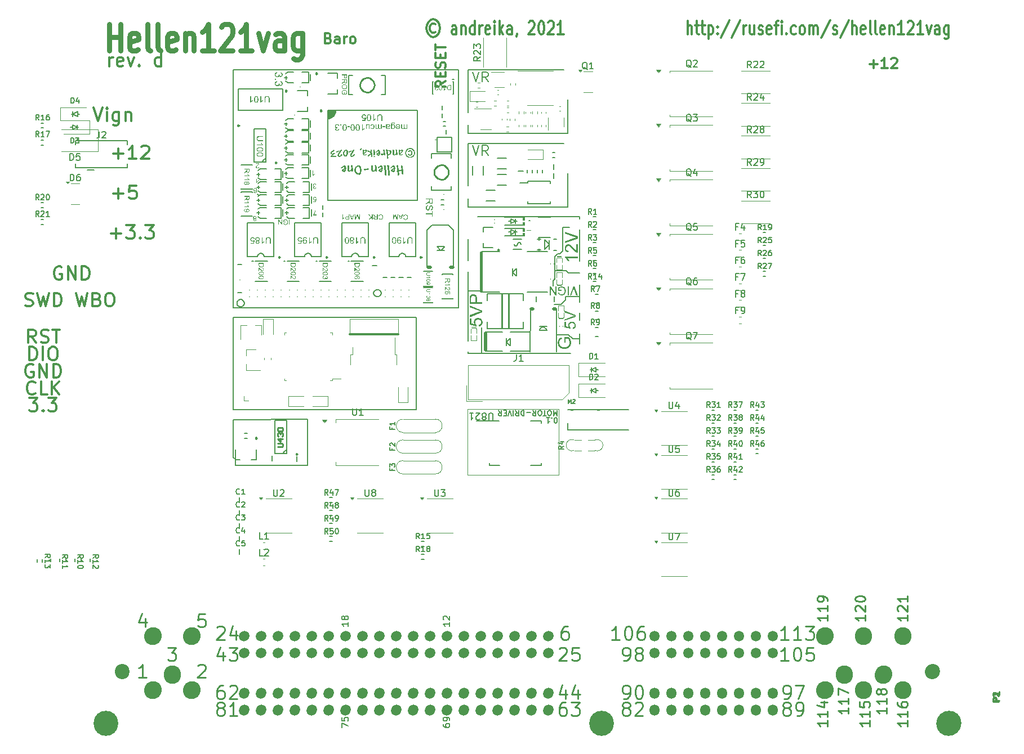
<source format=gto>
G75*
G70*
%OFA0B0*%
%FSLAX25Y25*%
%IPPOS*%
%LPD*%
%AMOC8*
5,1,8,0,0,1.08239X$1,22.5*
%
%ADD10C,0.14567*%
%ADD11C,0.08661*%
%ADD12C,0.10236*%
%ADD13C,0.05906*%
%ADD209C,0.00300*%
%ADD72C,0.00787*%
%ADD73C,0.01000*%
%ADD75C,0.01181*%
%ADD77C,0.01575*%
%ADD79C,0.00984*%
%ADD80C,0.01200*%
%ADD81C,0.02953*%
%ADD82C,0.00875*%
%ADD83C,0.00669*%
%ADD84C,0.00591*%
%ADD85C,0.00500*%
%ADD86C,0.00800*%
%ADD87C,0.00472*%
%ADD88C,0.00390*%
%ADD89C,0.00394*%
%ADD94C,0.01968*%
X0000000Y0000000D02*
%LPD*%
G01*
D79*
X0377329Y0070956D02*
X0372830Y0070956D01*
X0375080Y0070956D02*
X0375080Y0078830D01*
X0375080Y0078830D02*
X0374330Y0077705D01*
X0374330Y0077705D02*
X0373580Y0076955D01*
X0373580Y0076955D02*
X0372830Y0076580D01*
X0382204Y0078830D02*
X0382954Y0078830D01*
X0382954Y0078830D02*
X0383704Y0078455D01*
X0383704Y0078455D02*
X0384079Y0078080D01*
X0384079Y0078080D02*
X0384454Y0077330D01*
X0384454Y0077330D02*
X0384828Y0075830D01*
X0384828Y0075830D02*
X0384828Y0073955D01*
X0384828Y0073955D02*
X0384454Y0072456D01*
X0384454Y0072456D02*
X0384079Y0071706D01*
X0384079Y0071706D02*
X0383704Y0071331D01*
X0383704Y0071331D02*
X0382954Y0070956D01*
X0382954Y0070956D02*
X0382204Y0070956D01*
X0382204Y0070956D02*
X0381454Y0071331D01*
X0381454Y0071331D02*
X0381079Y0071706D01*
X0381079Y0071706D02*
X0380704Y0072456D01*
X0380704Y0072456D02*
X0380329Y0073955D01*
X0380329Y0073955D02*
X0380329Y0075830D01*
X0380329Y0075830D02*
X0380704Y0077330D01*
X0380704Y0077330D02*
X0381079Y0078080D01*
X0381079Y0078080D02*
X0381454Y0078455D01*
X0381454Y0078455D02*
X0382204Y0078830D01*
X0391578Y0078830D02*
X0390078Y0078830D01*
X0390078Y0078830D02*
X0389328Y0078455D01*
X0389328Y0078455D02*
X0388953Y0078080D01*
X0388953Y0078080D02*
X0388203Y0076955D01*
X0388203Y0076955D02*
X0387828Y0075455D01*
X0387828Y0075455D02*
X0387828Y0072456D01*
X0387828Y0072456D02*
X0388203Y0071706D01*
X0388203Y0071706D02*
X0388578Y0071331D01*
X0388578Y0071331D02*
X0389328Y0070956D01*
X0389328Y0070956D02*
X0390828Y0070956D01*
X0390828Y0070956D02*
X0391578Y0071331D01*
X0391578Y0071331D02*
X0391953Y0071706D01*
X0391953Y0071706D02*
X0392328Y0072456D01*
X0392328Y0072456D02*
X0392328Y0074330D01*
X0392328Y0074330D02*
X0391953Y0075080D01*
X0391953Y0075080D02*
X0391578Y0075455D01*
X0391578Y0075455D02*
X0390828Y0075830D01*
X0390828Y0075830D02*
X0389328Y0075830D01*
X0389328Y0075830D02*
X0388578Y0075455D01*
X0388578Y0075455D02*
X0388203Y0075080D01*
X0388203Y0075080D02*
X0387828Y0074330D01*
X0096579Y0083705D02*
X0096579Y0078456D01*
X0094704Y0086705D02*
X0092829Y0081080D01*
X0092829Y0081080D02*
X0097703Y0081080D01*
X0131954Y0086330D02*
X0128204Y0086330D01*
X0128204Y0086330D02*
X0127829Y0082580D01*
X0127829Y0082580D02*
X0128204Y0082955D01*
X0128204Y0082955D02*
X0128954Y0083330D01*
X0128954Y0083330D02*
X0130829Y0083330D01*
X0130829Y0083330D02*
X0131579Y0082955D01*
X0131579Y0082955D02*
X0131954Y0082580D01*
X0131954Y0082580D02*
X0132328Y0081830D01*
X0132328Y0081830D02*
X0132328Y0079956D01*
X0132328Y0079956D02*
X0131954Y0079206D01*
X0131954Y0079206D02*
X0131579Y0078831D01*
X0131579Y0078831D02*
X0130829Y0078456D01*
X0130829Y0078456D02*
X0128954Y0078456D01*
X0128954Y0078456D02*
X0128204Y0078831D01*
X0128204Y0078831D02*
X0127829Y0079206D01*
X0127829Y0055580D02*
X0128204Y0055955D01*
X0128204Y0055955D02*
X0128954Y0056330D01*
X0128954Y0056330D02*
X0130829Y0056330D01*
X0130829Y0056330D02*
X0131579Y0055955D01*
X0131579Y0055955D02*
X0131954Y0055580D01*
X0131954Y0055580D02*
X0132328Y0054830D01*
X0132328Y0054830D02*
X0132328Y0054080D01*
X0132328Y0054080D02*
X0131954Y0052955D01*
X0131954Y0052955D02*
X0127454Y0048456D01*
X0127454Y0048456D02*
X0132328Y0048456D01*
D75*
X0076453Y0311540D02*
X0082453Y0311540D01*
X0079453Y0308541D02*
X0079453Y0314540D01*
X0085452Y0316415D02*
X0090327Y0316415D01*
X0090327Y0316415D02*
X0087702Y0313415D01*
X0087702Y0313415D02*
X0088827Y0313415D01*
X0088827Y0313415D02*
X0089577Y0313040D01*
X0089577Y0313040D02*
X0089952Y0312665D01*
X0089952Y0312665D02*
X0090327Y0311915D01*
X0090327Y0311915D02*
X0090327Y0310041D01*
X0090327Y0310041D02*
X0089952Y0309291D01*
X0089952Y0309291D02*
X0089577Y0308916D01*
X0089577Y0308916D02*
X0088827Y0308541D01*
X0088827Y0308541D02*
X0086577Y0308541D01*
X0086577Y0308541D02*
X0085827Y0308916D01*
X0085827Y0308916D02*
X0085452Y0309291D01*
X0093701Y0309291D02*
X0094076Y0308916D01*
X0094076Y0308916D02*
X0093701Y0308541D01*
X0093701Y0308541D02*
X0093326Y0308916D01*
X0093326Y0308916D02*
X0093701Y0309291D01*
X0093701Y0309291D02*
X0093701Y0308541D01*
X0096701Y0316415D02*
X0101575Y0316415D01*
X0101575Y0316415D02*
X0098951Y0313415D01*
X0098951Y0313415D02*
X0100075Y0313415D01*
X0100075Y0313415D02*
X0100825Y0313040D01*
X0100825Y0313040D02*
X0101200Y0312665D01*
X0101200Y0312665D02*
X0101575Y0311915D01*
X0101575Y0311915D02*
X0101575Y0310041D01*
X0101575Y0310041D02*
X0101200Y0309291D01*
X0101200Y0309291D02*
X0100825Y0308916D01*
X0100825Y0308916D02*
X0100075Y0308541D01*
X0100075Y0308541D02*
X0097826Y0308541D01*
X0097826Y0308541D02*
X0097076Y0308916D01*
X0097076Y0308916D02*
X0096701Y0309291D01*
D80*
X0417596Y0429432D02*
X0417596Y0437432D01*
X0420168Y0429432D02*
X0420168Y0433623D01*
X0420168Y0433623D02*
X0419882Y0434385D01*
X0419882Y0434385D02*
X0419310Y0434766D01*
X0419310Y0434766D02*
X0418453Y0434766D01*
X0418453Y0434766D02*
X0417882Y0434385D01*
X0417882Y0434385D02*
X0417596Y0434004D01*
X0422168Y0434766D02*
X0424453Y0434766D01*
X0423025Y0437432D02*
X0423025Y0430575D01*
X0423025Y0430575D02*
X0423310Y0429813D01*
X0423310Y0429813D02*
X0423882Y0429432D01*
X0423882Y0429432D02*
X0424453Y0429432D01*
X0425596Y0434766D02*
X0427882Y0434766D01*
X0426453Y0437432D02*
X0426453Y0430575D01*
X0426453Y0430575D02*
X0426739Y0429813D01*
X0426739Y0429813D02*
X0427310Y0429432D01*
X0427310Y0429432D02*
X0427882Y0429432D01*
X0429882Y0434766D02*
X0429882Y0426766D01*
X0429882Y0434385D02*
X0430453Y0434766D01*
X0430453Y0434766D02*
X0431596Y0434766D01*
X0431596Y0434766D02*
X0432168Y0434385D01*
X0432168Y0434385D02*
X0432453Y0434004D01*
X0432453Y0434004D02*
X0432739Y0433242D01*
X0432739Y0433242D02*
X0432739Y0430956D01*
X0432739Y0430956D02*
X0432453Y0430194D01*
X0432453Y0430194D02*
X0432168Y0429813D01*
X0432168Y0429813D02*
X0431596Y0429432D01*
X0431596Y0429432D02*
X0430453Y0429432D01*
X0430453Y0429432D02*
X0429882Y0429813D01*
X0435310Y0430194D02*
X0435596Y0429813D01*
X0435596Y0429813D02*
X0435310Y0429432D01*
X0435310Y0429432D02*
X0435025Y0429813D01*
X0435025Y0429813D02*
X0435310Y0430194D01*
X0435310Y0430194D02*
X0435310Y0429432D01*
X0435310Y0434385D02*
X0435596Y0434004D01*
X0435596Y0434004D02*
X0435310Y0433623D01*
X0435310Y0433623D02*
X0435025Y0434004D01*
X0435025Y0434004D02*
X0435310Y0434385D01*
X0435310Y0434385D02*
X0435310Y0433623D01*
X0442453Y0437813D02*
X0437310Y0427528D01*
X0448739Y0437813D02*
X0443596Y0427528D01*
X0450739Y0429432D02*
X0450739Y0434766D01*
X0450739Y0433242D02*
X0451025Y0434004D01*
X0451025Y0434004D02*
X0451310Y0434385D01*
X0451310Y0434385D02*
X0451882Y0434766D01*
X0451882Y0434766D02*
X0452453Y0434766D01*
X0457025Y0434766D02*
X0457025Y0429432D01*
X0454453Y0434766D02*
X0454453Y0430575D01*
X0454453Y0430575D02*
X0454739Y0429813D01*
X0454739Y0429813D02*
X0455310Y0429432D01*
X0455310Y0429432D02*
X0456168Y0429432D01*
X0456168Y0429432D02*
X0456739Y0429813D01*
X0456739Y0429813D02*
X0457025Y0430194D01*
X0459596Y0429813D02*
X0460168Y0429432D01*
X0460168Y0429432D02*
X0461310Y0429432D01*
X0461310Y0429432D02*
X0461882Y0429813D01*
X0461882Y0429813D02*
X0462168Y0430575D01*
X0462168Y0430575D02*
X0462168Y0430956D01*
X0462168Y0430956D02*
X0461882Y0431718D01*
X0461882Y0431718D02*
X0461310Y0432099D01*
X0461310Y0432099D02*
X0460453Y0432099D01*
X0460453Y0432099D02*
X0459882Y0432480D01*
X0459882Y0432480D02*
X0459596Y0433242D01*
X0459596Y0433242D02*
X0459596Y0433623D01*
X0459596Y0433623D02*
X0459882Y0434385D01*
X0459882Y0434385D02*
X0460453Y0434766D01*
X0460453Y0434766D02*
X0461310Y0434766D01*
X0461310Y0434766D02*
X0461882Y0434385D01*
X0467025Y0429813D02*
X0466453Y0429432D01*
X0466453Y0429432D02*
X0465310Y0429432D01*
X0465310Y0429432D02*
X0464739Y0429813D01*
X0464739Y0429813D02*
X0464453Y0430575D01*
X0464453Y0430575D02*
X0464453Y0433623D01*
X0464453Y0433623D02*
X0464739Y0434385D01*
X0464739Y0434385D02*
X0465310Y0434766D01*
X0465310Y0434766D02*
X0466453Y0434766D01*
X0466453Y0434766D02*
X0467025Y0434385D01*
X0467025Y0434385D02*
X0467310Y0433623D01*
X0467310Y0433623D02*
X0467310Y0432861D01*
X0467310Y0432861D02*
X0464453Y0432099D01*
X0469025Y0434766D02*
X0471310Y0434766D01*
X0469882Y0429432D02*
X0469882Y0436289D01*
X0469882Y0436289D02*
X0470168Y0437051D01*
X0470168Y0437051D02*
X0470739Y0437432D01*
X0470739Y0437432D02*
X0471310Y0437432D01*
X0473310Y0429432D02*
X0473310Y0434766D01*
X0473310Y0437432D02*
X0473025Y0437051D01*
X0473025Y0437051D02*
X0473310Y0436670D01*
X0473310Y0436670D02*
X0473596Y0437051D01*
X0473596Y0437051D02*
X0473310Y0437432D01*
X0473310Y0437432D02*
X0473310Y0436670D01*
X0476168Y0430194D02*
X0476453Y0429813D01*
X0476453Y0429813D02*
X0476168Y0429432D01*
X0476168Y0429432D02*
X0475882Y0429813D01*
X0475882Y0429813D02*
X0476168Y0430194D01*
X0476168Y0430194D02*
X0476168Y0429432D01*
X0481596Y0429813D02*
X0481025Y0429432D01*
X0481025Y0429432D02*
X0479882Y0429432D01*
X0479882Y0429432D02*
X0479310Y0429813D01*
X0479310Y0429813D02*
X0479025Y0430194D01*
X0479025Y0430194D02*
X0478739Y0430956D01*
X0478739Y0430956D02*
X0478739Y0433242D01*
X0478739Y0433242D02*
X0479025Y0434004D01*
X0479025Y0434004D02*
X0479310Y0434385D01*
X0479310Y0434385D02*
X0479882Y0434766D01*
X0479882Y0434766D02*
X0481025Y0434766D01*
X0481025Y0434766D02*
X0481596Y0434385D01*
X0485025Y0429432D02*
X0484453Y0429813D01*
X0484453Y0429813D02*
X0484168Y0430194D01*
X0484168Y0430194D02*
X0483882Y0430956D01*
X0483882Y0430956D02*
X0483882Y0433242D01*
X0483882Y0433242D02*
X0484168Y0434004D01*
X0484168Y0434004D02*
X0484453Y0434385D01*
X0484453Y0434385D02*
X0485025Y0434766D01*
X0485025Y0434766D02*
X0485882Y0434766D01*
X0485882Y0434766D02*
X0486453Y0434385D01*
X0486453Y0434385D02*
X0486739Y0434004D01*
X0486739Y0434004D02*
X0487025Y0433242D01*
X0487025Y0433242D02*
X0487025Y0430956D01*
X0487025Y0430956D02*
X0486739Y0430194D01*
X0486739Y0430194D02*
X0486453Y0429813D01*
X0486453Y0429813D02*
X0485882Y0429432D01*
X0485882Y0429432D02*
X0485025Y0429432D01*
X0489596Y0429432D02*
X0489596Y0434766D01*
X0489596Y0434004D02*
X0489882Y0434385D01*
X0489882Y0434385D02*
X0490453Y0434766D01*
X0490453Y0434766D02*
X0491310Y0434766D01*
X0491310Y0434766D02*
X0491882Y0434385D01*
X0491882Y0434385D02*
X0492168Y0433623D01*
X0492168Y0433623D02*
X0492168Y0429432D01*
X0492168Y0433623D02*
X0492453Y0434385D01*
X0492453Y0434385D02*
X0493025Y0434766D01*
X0493025Y0434766D02*
X0493882Y0434766D01*
X0493882Y0434766D02*
X0494453Y0434385D01*
X0494453Y0434385D02*
X0494739Y0433623D01*
X0494739Y0433623D02*
X0494739Y0429432D01*
X0501882Y0437813D02*
X0496739Y0427528D01*
X0503596Y0429813D02*
X0504168Y0429432D01*
X0504168Y0429432D02*
X0505310Y0429432D01*
X0505310Y0429432D02*
X0505882Y0429813D01*
X0505882Y0429813D02*
X0506168Y0430575D01*
X0506168Y0430575D02*
X0506168Y0430956D01*
X0506168Y0430956D02*
X0505882Y0431718D01*
X0505882Y0431718D02*
X0505310Y0432099D01*
X0505310Y0432099D02*
X0504453Y0432099D01*
X0504453Y0432099D02*
X0503882Y0432480D01*
X0503882Y0432480D02*
X0503596Y0433242D01*
X0503596Y0433242D02*
X0503596Y0433623D01*
X0503596Y0433623D02*
X0503882Y0434385D01*
X0503882Y0434385D02*
X0504453Y0434766D01*
X0504453Y0434766D02*
X0505310Y0434766D01*
X0505310Y0434766D02*
X0505882Y0434385D01*
X0513025Y0437813D02*
X0507882Y0427528D01*
X0515025Y0429432D02*
X0515025Y0437432D01*
X0517596Y0429432D02*
X0517596Y0433623D01*
X0517596Y0433623D02*
X0517310Y0434385D01*
X0517310Y0434385D02*
X0516739Y0434766D01*
X0516739Y0434766D02*
X0515882Y0434766D01*
X0515882Y0434766D02*
X0515310Y0434385D01*
X0515310Y0434385D02*
X0515025Y0434004D01*
X0522739Y0429813D02*
X0522168Y0429432D01*
X0522168Y0429432D02*
X0521025Y0429432D01*
X0521025Y0429432D02*
X0520453Y0429813D01*
X0520453Y0429813D02*
X0520168Y0430575D01*
X0520168Y0430575D02*
X0520168Y0433623D01*
X0520168Y0433623D02*
X0520453Y0434385D01*
X0520453Y0434385D02*
X0521025Y0434766D01*
X0521025Y0434766D02*
X0522168Y0434766D01*
X0522168Y0434766D02*
X0522739Y0434385D01*
X0522739Y0434385D02*
X0523025Y0433623D01*
X0523025Y0433623D02*
X0523025Y0432861D01*
X0523025Y0432861D02*
X0520168Y0432099D01*
X0526453Y0429432D02*
X0525882Y0429813D01*
X0525882Y0429813D02*
X0525596Y0430575D01*
X0525596Y0430575D02*
X0525596Y0437432D01*
X0529596Y0429432D02*
X0529025Y0429813D01*
X0529025Y0429813D02*
X0528739Y0430575D01*
X0528739Y0430575D02*
X0528739Y0437432D01*
X0534168Y0429813D02*
X0533596Y0429432D01*
X0533596Y0429432D02*
X0532453Y0429432D01*
X0532453Y0429432D02*
X0531882Y0429813D01*
X0531882Y0429813D02*
X0531596Y0430575D01*
X0531596Y0430575D02*
X0531596Y0433623D01*
X0531596Y0433623D02*
X0531882Y0434385D01*
X0531882Y0434385D02*
X0532453Y0434766D01*
X0532453Y0434766D02*
X0533596Y0434766D01*
X0533596Y0434766D02*
X0534168Y0434385D01*
X0534168Y0434385D02*
X0534453Y0433623D01*
X0534453Y0433623D02*
X0534453Y0432861D01*
X0534453Y0432861D02*
X0531596Y0432099D01*
X0537025Y0434766D02*
X0537025Y0429432D01*
X0537025Y0434004D02*
X0537310Y0434385D01*
X0537310Y0434385D02*
X0537882Y0434766D01*
X0537882Y0434766D02*
X0538739Y0434766D01*
X0538739Y0434766D02*
X0539310Y0434385D01*
X0539310Y0434385D02*
X0539596Y0433623D01*
X0539596Y0433623D02*
X0539596Y0429432D01*
X0545596Y0429432D02*
X0542168Y0429432D01*
X0543882Y0429432D02*
X0543882Y0437432D01*
X0543882Y0437432D02*
X0543310Y0436289D01*
X0543310Y0436289D02*
X0542739Y0435528D01*
X0542739Y0435528D02*
X0542168Y0435147D01*
X0547882Y0436670D02*
X0548168Y0437051D01*
X0548168Y0437051D02*
X0548739Y0437432D01*
X0548739Y0437432D02*
X0550168Y0437432D01*
X0550168Y0437432D02*
X0550739Y0437051D01*
X0550739Y0437051D02*
X0551025Y0436670D01*
X0551025Y0436670D02*
X0551310Y0435909D01*
X0551310Y0435909D02*
X0551310Y0435147D01*
X0551310Y0435147D02*
X0551025Y0434004D01*
X0551025Y0434004D02*
X0547596Y0429432D01*
X0547596Y0429432D02*
X0551310Y0429432D01*
X0557025Y0429432D02*
X0553596Y0429432D01*
X0555310Y0429432D02*
X0555310Y0437432D01*
X0555310Y0437432D02*
X0554739Y0436289D01*
X0554739Y0436289D02*
X0554168Y0435528D01*
X0554168Y0435528D02*
X0553596Y0435147D01*
X0559025Y0434766D02*
X0560453Y0429432D01*
X0560453Y0429432D02*
X0561882Y0434766D01*
X0566739Y0429432D02*
X0566739Y0433623D01*
X0566739Y0433623D02*
X0566453Y0434385D01*
X0566453Y0434385D02*
X0565882Y0434766D01*
X0565882Y0434766D02*
X0564739Y0434766D01*
X0564739Y0434766D02*
X0564168Y0434385D01*
X0566739Y0429813D02*
X0566168Y0429432D01*
X0566168Y0429432D02*
X0564739Y0429432D01*
X0564739Y0429432D02*
X0564168Y0429813D01*
X0564168Y0429813D02*
X0563882Y0430575D01*
X0563882Y0430575D02*
X0563882Y0431337D01*
X0563882Y0431337D02*
X0564168Y0432099D01*
X0564168Y0432099D02*
X0564739Y0432480D01*
X0564739Y0432480D02*
X0566168Y0432480D01*
X0566168Y0432480D02*
X0566739Y0432861D01*
X0572168Y0434766D02*
X0572168Y0428289D01*
X0572168Y0428289D02*
X0571882Y0427528D01*
X0571882Y0427528D02*
X0571596Y0427147D01*
X0571596Y0427147D02*
X0571025Y0426766D01*
X0571025Y0426766D02*
X0570168Y0426766D01*
X0570168Y0426766D02*
X0569596Y0427147D01*
X0572168Y0429813D02*
X0571596Y0429432D01*
X0571596Y0429432D02*
X0570453Y0429432D01*
X0570453Y0429432D02*
X0569882Y0429813D01*
X0569882Y0429813D02*
X0569596Y0430194D01*
X0569596Y0430194D02*
X0569310Y0430956D01*
X0569310Y0430956D02*
X0569310Y0433242D01*
X0569310Y0433242D02*
X0569596Y0434004D01*
X0569596Y0434004D02*
X0569882Y0434385D01*
X0569882Y0434385D02*
X0570453Y0434766D01*
X0570453Y0434766D02*
X0571596Y0434766D01*
X0571596Y0434766D02*
X0572168Y0434385D01*
D79*
X0512760Y0030610D02*
X0512760Y0027236D01*
X0512760Y0028923D02*
X0506854Y0028923D01*
X0506854Y0028923D02*
X0507698Y0028361D01*
X0507698Y0028361D02*
X0508260Y0027798D01*
X0508260Y0027798D02*
X0508541Y0027236D01*
X0512760Y0036235D02*
X0512760Y0032860D01*
X0512760Y0034547D02*
X0506854Y0034547D01*
X0506854Y0034547D02*
X0507698Y0033985D01*
X0507698Y0033985D02*
X0508260Y0033422D01*
X0508260Y0033422D02*
X0508541Y0032860D01*
X0506854Y0038203D02*
X0506854Y0042140D01*
X0506854Y0042140D02*
X0512760Y0039609D01*
X0547760Y0085610D02*
X0547760Y0082236D01*
X0547760Y0083923D02*
X0541854Y0083923D01*
X0541854Y0083923D02*
X0542698Y0083361D01*
X0542698Y0083361D02*
X0543260Y0082798D01*
X0543260Y0082798D02*
X0543541Y0082236D01*
X0542416Y0087860D02*
X0542135Y0088141D01*
X0542135Y0088141D02*
X0541854Y0088704D01*
X0541854Y0088704D02*
X0541854Y0090110D01*
X0541854Y0090110D02*
X0542135Y0090672D01*
X0542135Y0090672D02*
X0542416Y0090953D01*
X0542416Y0090953D02*
X0542979Y0091235D01*
X0542979Y0091235D02*
X0543541Y0091235D01*
X0543541Y0091235D02*
X0544385Y0090953D01*
X0544385Y0090953D02*
X0547760Y0087579D01*
X0547760Y0087579D02*
X0547760Y0091235D01*
X0547760Y0096859D02*
X0547760Y0093484D01*
X0547760Y0095172D02*
X0541854Y0095172D01*
X0541854Y0095172D02*
X0542698Y0094609D01*
X0542698Y0094609D02*
X0543260Y0094047D01*
X0543260Y0094047D02*
X0543541Y0093484D01*
D80*
X0525307Y0411856D02*
X0529879Y0411856D01*
X0527593Y0409570D02*
X0527593Y0414142D01*
X0535879Y0409570D02*
X0532450Y0409570D01*
X0534164Y0409570D02*
X0534164Y0415570D01*
X0534164Y0415570D02*
X0533593Y0414713D01*
X0533593Y0414713D02*
X0533021Y0414142D01*
X0533021Y0414142D02*
X0532450Y0413856D01*
X0538164Y0414999D02*
X0538450Y0415284D01*
X0538450Y0415284D02*
X0539021Y0415570D01*
X0539021Y0415570D02*
X0540450Y0415570D01*
X0540450Y0415570D02*
X0541021Y0415284D01*
X0541021Y0415284D02*
X0541307Y0414999D01*
X0541307Y0414999D02*
X0541593Y0414427D01*
X0541593Y0414427D02*
X0541593Y0413856D01*
X0541593Y0413856D02*
X0541307Y0412999D01*
X0541307Y0412999D02*
X0537879Y0409570D01*
X0537879Y0409570D02*
X0541593Y0409570D01*
D81*
X0075392Y0419815D02*
X0075392Y0435563D01*
X0075392Y0428064D02*
X0082141Y0428064D01*
X0082141Y0419815D02*
X0082141Y0435563D01*
X0092265Y0420565D02*
X0091140Y0419815D01*
X0091140Y0419815D02*
X0088890Y0419815D01*
X0088890Y0419815D02*
X0087766Y0420565D01*
X0087766Y0420565D02*
X0087203Y0422065D01*
X0087203Y0422065D02*
X0087203Y0428064D01*
X0087203Y0428064D02*
X0087766Y0429564D01*
X0087766Y0429564D02*
X0088890Y0430314D01*
X0088890Y0430314D02*
X0091140Y0430314D01*
X0091140Y0430314D02*
X0092265Y0429564D01*
X0092265Y0429564D02*
X0092827Y0428064D01*
X0092827Y0428064D02*
X0092827Y0426565D01*
X0092827Y0426565D02*
X0087203Y0425065D01*
X0099577Y0419815D02*
X0098452Y0420565D01*
X0098452Y0420565D02*
X0097889Y0422065D01*
X0097889Y0422065D02*
X0097889Y0435563D01*
X0105763Y0419815D02*
X0104638Y0420565D01*
X0104638Y0420565D02*
X0104076Y0422065D01*
X0104076Y0422065D02*
X0104076Y0435563D01*
X0114762Y0420565D02*
X0113637Y0419815D01*
X0113637Y0419815D02*
X0111388Y0419815D01*
X0111388Y0419815D02*
X0110263Y0420565D01*
X0110263Y0420565D02*
X0109700Y0422065D01*
X0109700Y0422065D02*
X0109700Y0428064D01*
X0109700Y0428064D02*
X0110263Y0429564D01*
X0110263Y0429564D02*
X0111388Y0430314D01*
X0111388Y0430314D02*
X0113637Y0430314D01*
X0113637Y0430314D02*
X0114762Y0429564D01*
X0114762Y0429564D02*
X0115325Y0428064D01*
X0115325Y0428064D02*
X0115325Y0426565D01*
X0115325Y0426565D02*
X0109700Y0425065D01*
X0120386Y0430314D02*
X0120386Y0419815D01*
X0120386Y0428814D02*
X0120949Y0429564D01*
X0120949Y0429564D02*
X0122074Y0430314D01*
X0122074Y0430314D02*
X0123761Y0430314D01*
X0123761Y0430314D02*
X0124886Y0429564D01*
X0124886Y0429564D02*
X0125448Y0428064D01*
X0125448Y0428064D02*
X0125448Y0419815D01*
X0137259Y0419815D02*
X0130510Y0419815D01*
X0133885Y0419815D02*
X0133885Y0435563D01*
X0133885Y0435563D02*
X0132760Y0433314D01*
X0132760Y0433314D02*
X0131635Y0431814D01*
X0131635Y0431814D02*
X0130510Y0431064D01*
X0141759Y0434064D02*
X0142321Y0434814D01*
X0142321Y0434814D02*
X0143446Y0435563D01*
X0143446Y0435563D02*
X0146258Y0435563D01*
X0146258Y0435563D02*
X0147383Y0434814D01*
X0147383Y0434814D02*
X0147946Y0434064D01*
X0147946Y0434064D02*
X0148508Y0432564D01*
X0148508Y0432564D02*
X0148508Y0431064D01*
X0148508Y0431064D02*
X0147946Y0428814D01*
X0147946Y0428814D02*
X0141196Y0419815D01*
X0141196Y0419815D02*
X0148508Y0419815D01*
X0159757Y0419815D02*
X0153007Y0419815D01*
X0156382Y0419815D02*
X0156382Y0435563D01*
X0156382Y0435563D02*
X0155257Y0433314D01*
X0155257Y0433314D02*
X0154132Y0431814D01*
X0154132Y0431814D02*
X0153007Y0431064D01*
X0163694Y0430314D02*
X0166506Y0419815D01*
X0166506Y0419815D02*
X0169318Y0430314D01*
X0178879Y0419815D02*
X0178879Y0428064D01*
X0178879Y0428064D02*
X0178317Y0429564D01*
X0178317Y0429564D02*
X0177192Y0430314D01*
X0177192Y0430314D02*
X0174942Y0430314D01*
X0174942Y0430314D02*
X0173817Y0429564D01*
X0178879Y0420565D02*
X0177754Y0419815D01*
X0177754Y0419815D02*
X0174942Y0419815D01*
X0174942Y0419815D02*
X0173817Y0420565D01*
X0173817Y0420565D02*
X0173255Y0422065D01*
X0173255Y0422065D02*
X0173255Y0423565D01*
X0173255Y0423565D02*
X0173817Y0425065D01*
X0173817Y0425065D02*
X0174942Y0425815D01*
X0174942Y0425815D02*
X0177754Y0425815D01*
X0177754Y0425815D02*
X0178879Y0426565D01*
X0189565Y0430314D02*
X0189565Y0417566D01*
X0189565Y0417566D02*
X0189003Y0416066D01*
X0189003Y0416066D02*
X0188440Y0415316D01*
X0188440Y0415316D02*
X0187316Y0414566D01*
X0187316Y0414566D02*
X0185628Y0414566D01*
X0185628Y0414566D02*
X0184503Y0415316D01*
X0189565Y0420565D02*
X0188440Y0419815D01*
X0188440Y0419815D02*
X0186191Y0419815D01*
X0186191Y0419815D02*
X0185066Y0420565D01*
X0185066Y0420565D02*
X0184503Y0421315D01*
X0184503Y0421315D02*
X0183941Y0422815D01*
X0183941Y0422815D02*
X0183941Y0427315D01*
X0183941Y0427315D02*
X0184503Y0428814D01*
X0184503Y0428814D02*
X0185066Y0429564D01*
X0185066Y0429564D02*
X0186191Y0430314D01*
X0186191Y0430314D02*
X0188440Y0430314D01*
X0188440Y0430314D02*
X0189565Y0429564D01*
D72*
X0212922Y0018860D02*
X0212922Y0021485D01*
X0212922Y0021485D02*
X0216859Y0019798D01*
X0212922Y0024859D02*
X0212922Y0022985D01*
X0212922Y0022985D02*
X0214797Y0022797D01*
X0214797Y0022797D02*
X0214609Y0022985D01*
X0214609Y0022985D02*
X0214422Y0023360D01*
X0214422Y0023360D02*
X0214422Y0024297D01*
X0214422Y0024297D02*
X0214609Y0024672D01*
X0214609Y0024672D02*
X0214797Y0024859D01*
X0214797Y0024859D02*
X0215172Y0025047D01*
X0215172Y0025047D02*
X0216109Y0025047D01*
X0216109Y0025047D02*
X0216484Y0024859D01*
X0216484Y0024859D02*
X0216672Y0024672D01*
X0216672Y0024672D02*
X0216859Y0024297D01*
X0216859Y0024297D02*
X0216859Y0023360D01*
X0216859Y0023360D02*
X0216672Y0022985D01*
X0216672Y0022985D02*
X0216484Y0022797D01*
D75*
X0077541Y0358785D02*
X0083540Y0358785D01*
X0080540Y0355785D02*
X0080540Y0361784D01*
X0091414Y0355785D02*
X0086915Y0355785D01*
X0089164Y0355785D02*
X0089164Y0363659D01*
X0089164Y0363659D02*
X0088414Y0362534D01*
X0088414Y0362534D02*
X0087664Y0361784D01*
X0087664Y0361784D02*
X0086915Y0361409D01*
X0094414Y0362909D02*
X0094789Y0363284D01*
X0094789Y0363284D02*
X0095538Y0363659D01*
X0095538Y0363659D02*
X0097413Y0363659D01*
X0097413Y0363659D02*
X0098163Y0363284D01*
X0098163Y0363284D02*
X0098538Y0362909D01*
X0098538Y0362909D02*
X0098913Y0362159D01*
X0098913Y0362159D02*
X0098913Y0361409D01*
X0098913Y0361409D02*
X0098538Y0360284D01*
X0098538Y0360284D02*
X0094039Y0355785D01*
X0094039Y0355785D02*
X0098913Y0355785D01*
D72*
X0272922Y0020922D02*
X0272922Y0020172D01*
X0272922Y0020172D02*
X0273110Y0019798D01*
X0273110Y0019798D02*
X0273297Y0019610D01*
X0273297Y0019610D02*
X0273860Y0019235D01*
X0273860Y0019235D02*
X0274609Y0019048D01*
X0274609Y0019048D02*
X0276109Y0019048D01*
X0276109Y0019048D02*
X0276484Y0019235D01*
X0276484Y0019235D02*
X0276672Y0019423D01*
X0276672Y0019423D02*
X0276859Y0019798D01*
X0276859Y0019798D02*
X0276859Y0020547D01*
X0276859Y0020547D02*
X0276672Y0020922D01*
X0276672Y0020922D02*
X0276484Y0021110D01*
X0276484Y0021110D02*
X0276109Y0021297D01*
X0276109Y0021297D02*
X0275172Y0021297D01*
X0275172Y0021297D02*
X0274797Y0021110D01*
X0274797Y0021110D02*
X0274609Y0020922D01*
X0274609Y0020922D02*
X0274422Y0020547D01*
X0274422Y0020547D02*
X0274422Y0019798D01*
X0274422Y0019798D02*
X0274609Y0019423D01*
X0274609Y0019423D02*
X0274797Y0019235D01*
X0274797Y0019235D02*
X0275172Y0019048D01*
X0276859Y0023172D02*
X0276859Y0023922D01*
X0276859Y0023922D02*
X0276672Y0024297D01*
X0276672Y0024297D02*
X0276484Y0024484D01*
X0276484Y0024484D02*
X0275922Y0024859D01*
X0275922Y0024859D02*
X0275172Y0025047D01*
X0275172Y0025047D02*
X0273672Y0025047D01*
X0273672Y0025047D02*
X0273297Y0024859D01*
X0273297Y0024859D02*
X0273110Y0024672D01*
X0273110Y0024672D02*
X0272922Y0024297D01*
X0272922Y0024297D02*
X0272922Y0023547D01*
X0272922Y0023547D02*
X0273110Y0023172D01*
X0273110Y0023172D02*
X0273297Y0022985D01*
X0273297Y0022985D02*
X0273672Y0022797D01*
X0273672Y0022797D02*
X0274609Y0022797D01*
X0274609Y0022797D02*
X0274984Y0022985D01*
X0274984Y0022985D02*
X0275172Y0023172D01*
X0275172Y0023172D02*
X0275359Y0023547D01*
X0275359Y0023547D02*
X0275359Y0024297D01*
X0275359Y0024297D02*
X0275172Y0024672D01*
X0275172Y0024672D02*
X0274984Y0024859D01*
X0274984Y0024859D02*
X0274609Y0025047D01*
D79*
X0341579Y0065580D02*
X0341954Y0065955D01*
X0341954Y0065955D02*
X0342704Y0066330D01*
X0342704Y0066330D02*
X0344579Y0066330D01*
X0344579Y0066330D02*
X0345329Y0065955D01*
X0345329Y0065955D02*
X0345704Y0065580D01*
X0345704Y0065580D02*
X0346079Y0064830D01*
X0346079Y0064830D02*
X0346079Y0064080D01*
X0346079Y0064080D02*
X0345704Y0062955D01*
X0345704Y0062955D02*
X0341205Y0058456D01*
X0341205Y0058456D02*
X0346079Y0058456D01*
X0353203Y0066330D02*
X0349454Y0066330D01*
X0349454Y0066330D02*
X0349079Y0062580D01*
X0349079Y0062580D02*
X0349454Y0062955D01*
X0349454Y0062955D02*
X0350203Y0063330D01*
X0350203Y0063330D02*
X0352078Y0063330D01*
X0352078Y0063330D02*
X0352828Y0062955D01*
X0352828Y0062955D02*
X0353203Y0062580D01*
X0353203Y0062580D02*
X0353578Y0061830D01*
X0353578Y0061830D02*
X0353578Y0059956D01*
X0353578Y0059956D02*
X0353203Y0059206D01*
X0353203Y0059206D02*
X0352828Y0058831D01*
X0352828Y0058831D02*
X0352078Y0058456D01*
X0352078Y0058456D02*
X0350203Y0058456D01*
X0350203Y0058456D02*
X0349454Y0058831D01*
X0349454Y0058831D02*
X0349079Y0059206D01*
X0525260Y0023110D02*
X0525260Y0019736D01*
X0525260Y0021423D02*
X0519354Y0021423D01*
X0519354Y0021423D02*
X0520198Y0020861D01*
X0520198Y0020861D02*
X0520760Y0020298D01*
X0520760Y0020298D02*
X0521041Y0019736D01*
X0525260Y0028735D02*
X0525260Y0025360D01*
X0525260Y0027047D02*
X0519354Y0027047D01*
X0519354Y0027047D02*
X0520198Y0026485D01*
X0520198Y0026485D02*
X0520760Y0025922D01*
X0520760Y0025922D02*
X0521041Y0025360D01*
X0519354Y0034078D02*
X0519354Y0031265D01*
X0519354Y0031265D02*
X0522166Y0030984D01*
X0522166Y0030984D02*
X0521885Y0031265D01*
X0521885Y0031265D02*
X0521604Y0031828D01*
X0521604Y0031828D02*
X0521604Y0033234D01*
X0521604Y0033234D02*
X0521885Y0033796D01*
X0521885Y0033796D02*
X0522166Y0034078D01*
X0522166Y0034078D02*
X0522729Y0034359D01*
X0522729Y0034359D02*
X0524135Y0034359D01*
X0524135Y0034359D02*
X0524697Y0034078D01*
X0524697Y0034078D02*
X0524978Y0033796D01*
X0524978Y0033796D02*
X0525260Y0033234D01*
X0525260Y0033234D02*
X0525260Y0031828D01*
X0525260Y0031828D02*
X0524978Y0031265D01*
X0524978Y0031265D02*
X0524697Y0030984D01*
X0142829Y0063705D02*
X0142829Y0058456D01*
X0140954Y0066705D02*
X0139079Y0061080D01*
X0139079Y0061080D02*
X0143954Y0061080D01*
X0146204Y0066330D02*
X0151078Y0066330D01*
X0151078Y0066330D02*
X0148453Y0063330D01*
X0148453Y0063330D02*
X0149578Y0063330D01*
X0149578Y0063330D02*
X0150328Y0062955D01*
X0150328Y0062955D02*
X0150703Y0062580D01*
X0150703Y0062580D02*
X0151078Y0061830D01*
X0151078Y0061830D02*
X0151078Y0059956D01*
X0151078Y0059956D02*
X0150703Y0059206D01*
X0150703Y0059206D02*
X0150328Y0058831D01*
X0150328Y0058831D02*
X0149578Y0058456D01*
X0149578Y0058456D02*
X0147328Y0058456D01*
X0147328Y0058456D02*
X0146579Y0058831D01*
X0146579Y0058831D02*
X0146204Y0059206D01*
D72*
X0216859Y0081297D02*
X0216859Y0079048D01*
X0216859Y0080172D02*
X0212922Y0080172D01*
X0212922Y0080172D02*
X0213485Y0079798D01*
X0213485Y0079798D02*
X0213860Y0079423D01*
X0213860Y0079423D02*
X0214047Y0079048D01*
X0214609Y0083547D02*
X0214422Y0083172D01*
X0214422Y0083172D02*
X0214234Y0082985D01*
X0214234Y0082985D02*
X0213860Y0082797D01*
X0213860Y0082797D02*
X0213672Y0082797D01*
X0213672Y0082797D02*
X0213297Y0082985D01*
X0213297Y0082985D02*
X0213110Y0083172D01*
X0213110Y0083172D02*
X0212922Y0083547D01*
X0212922Y0083547D02*
X0212922Y0084297D01*
X0212922Y0084297D02*
X0213110Y0084672D01*
X0213110Y0084672D02*
X0213297Y0084859D01*
X0213297Y0084859D02*
X0213672Y0085047D01*
X0213672Y0085047D02*
X0213860Y0085047D01*
X0213860Y0085047D02*
X0214234Y0084859D01*
X0214234Y0084859D02*
X0214422Y0084672D01*
X0214422Y0084672D02*
X0214609Y0084297D01*
X0214609Y0084297D02*
X0214609Y0083547D01*
X0214609Y0083547D02*
X0214797Y0083172D01*
X0214797Y0083172D02*
X0214984Y0082985D01*
X0214984Y0082985D02*
X0215359Y0082797D01*
X0215359Y0082797D02*
X0216109Y0082797D01*
X0216109Y0082797D02*
X0216484Y0082985D01*
X0216484Y0082985D02*
X0216672Y0083172D01*
X0216672Y0083172D02*
X0216859Y0083547D01*
X0216859Y0083547D02*
X0216859Y0084297D01*
X0216859Y0084297D02*
X0216672Y0084672D01*
X0216672Y0084672D02*
X0216484Y0084859D01*
X0216484Y0084859D02*
X0216109Y0085047D01*
X0216109Y0085047D02*
X0215359Y0085047D01*
X0215359Y0085047D02*
X0214984Y0084859D01*
X0214984Y0084859D02*
X0214797Y0084672D01*
X0214797Y0084672D02*
X0214609Y0084297D01*
D75*
X0028159Y0236576D02*
X0028159Y0244450D01*
X0028159Y0244450D02*
X0030034Y0244450D01*
X0030034Y0244450D02*
X0031159Y0244075D01*
X0031159Y0244075D02*
X0031909Y0243325D01*
X0031909Y0243325D02*
X0032283Y0242575D01*
X0032283Y0242575D02*
X0032658Y0241076D01*
X0032658Y0241076D02*
X0032658Y0239951D01*
X0032658Y0239951D02*
X0032283Y0238451D01*
X0032283Y0238451D02*
X0031909Y0237701D01*
X0031909Y0237701D02*
X0031159Y0236951D01*
X0031159Y0236951D02*
X0030034Y0236576D01*
X0030034Y0236576D02*
X0028159Y0236576D01*
X0036033Y0236576D02*
X0036033Y0244450D01*
X0041282Y0244450D02*
X0042782Y0244450D01*
X0042782Y0244450D02*
X0043532Y0244075D01*
X0043532Y0244075D02*
X0044282Y0243325D01*
X0044282Y0243325D02*
X0044657Y0241826D01*
X0044657Y0241826D02*
X0044657Y0239201D01*
X0044657Y0239201D02*
X0044282Y0237701D01*
X0044282Y0237701D02*
X0043532Y0236951D01*
X0043532Y0236951D02*
X0042782Y0236576D01*
X0042782Y0236576D02*
X0041282Y0236576D01*
X0041282Y0236576D02*
X0040532Y0236951D01*
X0040532Y0236951D02*
X0039783Y0237701D01*
X0039783Y0237701D02*
X0039408Y0239201D01*
X0039408Y0239201D02*
X0039408Y0241826D01*
X0039408Y0241826D02*
X0039783Y0243325D01*
X0039783Y0243325D02*
X0040532Y0244075D01*
X0040532Y0244075D02*
X0041282Y0244450D01*
D79*
X0474829Y0035956D02*
X0476329Y0035956D01*
X0476329Y0035956D02*
X0477079Y0036331D01*
X0477079Y0036331D02*
X0477454Y0036706D01*
X0477454Y0036706D02*
X0478204Y0037831D01*
X0478204Y0037831D02*
X0478579Y0039330D01*
X0478579Y0039330D02*
X0478579Y0042330D01*
X0478579Y0042330D02*
X0478204Y0043080D01*
X0478204Y0043080D02*
X0477829Y0043455D01*
X0477829Y0043455D02*
X0477079Y0043830D01*
X0477079Y0043830D02*
X0475579Y0043830D01*
X0475579Y0043830D02*
X0474829Y0043455D01*
X0474829Y0043455D02*
X0474454Y0043080D01*
X0474454Y0043080D02*
X0474079Y0042330D01*
X0474079Y0042330D02*
X0474079Y0040455D01*
X0474079Y0040455D02*
X0474454Y0039705D01*
X0474454Y0039705D02*
X0474829Y0039330D01*
X0474829Y0039330D02*
X0475579Y0038955D01*
X0475579Y0038955D02*
X0477079Y0038955D01*
X0477079Y0038955D02*
X0477829Y0039330D01*
X0477829Y0039330D02*
X0478204Y0039705D01*
X0478204Y0039705D02*
X0478579Y0040455D01*
X0481204Y0043830D02*
X0486453Y0043830D01*
X0486453Y0043830D02*
X0483078Y0035956D01*
D75*
X0047150Y0291713D02*
X0046400Y0292088D01*
X0046400Y0292088D02*
X0045276Y0292088D01*
X0045276Y0292088D02*
X0044151Y0291713D01*
X0044151Y0291713D02*
X0043401Y0290963D01*
X0043401Y0290963D02*
X0043026Y0290213D01*
X0043026Y0290213D02*
X0042651Y0288713D01*
X0042651Y0288713D02*
X0042651Y0287589D01*
X0042651Y0287589D02*
X0043026Y0286089D01*
X0043026Y0286089D02*
X0043401Y0285339D01*
X0043401Y0285339D02*
X0044151Y0284589D01*
X0044151Y0284589D02*
X0045276Y0284214D01*
X0045276Y0284214D02*
X0046025Y0284214D01*
X0046025Y0284214D02*
X0047150Y0284589D01*
X0047150Y0284589D02*
X0047525Y0284964D01*
X0047525Y0284964D02*
X0047525Y0287589D01*
X0047525Y0287589D02*
X0046025Y0287589D01*
X0050900Y0284214D02*
X0050900Y0292088D01*
X0050900Y0292088D02*
X0055399Y0284214D01*
X0055399Y0284214D02*
X0055399Y0292088D01*
X0059149Y0284214D02*
X0059149Y0292088D01*
X0059149Y0292088D02*
X0061024Y0292088D01*
X0061024Y0292088D02*
X0062148Y0291713D01*
X0062148Y0291713D02*
X0062898Y0290963D01*
X0062898Y0290963D02*
X0063273Y0290213D01*
X0063273Y0290213D02*
X0063648Y0288713D01*
X0063648Y0288713D02*
X0063648Y0287589D01*
X0063648Y0287589D02*
X0063273Y0286089D01*
X0063273Y0286089D02*
X0062898Y0285339D01*
X0062898Y0285339D02*
X0062148Y0284589D01*
X0062148Y0284589D02*
X0061024Y0284214D01*
X0061024Y0284214D02*
X0059149Y0284214D01*
D80*
X0274323Y0401916D02*
X0271511Y0399916D01*
X0274323Y0398487D02*
X0268418Y0398487D01*
X0268418Y0398487D02*
X0268418Y0400773D01*
X0268418Y0400773D02*
X0268699Y0401344D01*
X0268699Y0401344D02*
X0268980Y0401630D01*
X0268980Y0401630D02*
X0269542Y0401916D01*
X0269542Y0401916D02*
X0270386Y0401916D01*
X0270386Y0401916D02*
X0270949Y0401630D01*
X0270949Y0401630D02*
X0271230Y0401344D01*
X0271230Y0401344D02*
X0271511Y0400773D01*
X0271511Y0400773D02*
X0271511Y0398487D01*
X0271230Y0404487D02*
X0271230Y0406487D01*
X0274323Y0407344D02*
X0274323Y0404487D01*
X0274323Y0404487D02*
X0268418Y0404487D01*
X0268418Y0404487D02*
X0268418Y0407344D01*
X0274042Y0409630D02*
X0274323Y0410487D01*
X0274323Y0410487D02*
X0274323Y0411916D01*
X0274323Y0411916D02*
X0274042Y0412487D01*
X0274042Y0412487D02*
X0273761Y0412773D01*
X0273761Y0412773D02*
X0273198Y0413058D01*
X0273198Y0413058D02*
X0272636Y0413058D01*
X0272636Y0413058D02*
X0272073Y0412773D01*
X0272073Y0412773D02*
X0271792Y0412487D01*
X0271792Y0412487D02*
X0271511Y0411916D01*
X0271511Y0411916D02*
X0271230Y0410773D01*
X0271230Y0410773D02*
X0270949Y0410201D01*
X0270949Y0410201D02*
X0270667Y0409916D01*
X0270667Y0409916D02*
X0270105Y0409630D01*
X0270105Y0409630D02*
X0269542Y0409630D01*
X0269542Y0409630D02*
X0268980Y0409916D01*
X0268980Y0409916D02*
X0268699Y0410201D01*
X0268699Y0410201D02*
X0268418Y0410773D01*
X0268418Y0410773D02*
X0268418Y0412201D01*
X0268418Y0412201D02*
X0268699Y0413058D01*
X0271230Y0415630D02*
X0271230Y0417630D01*
X0274323Y0418487D02*
X0274323Y0415630D01*
X0274323Y0415630D02*
X0268418Y0415630D01*
X0268418Y0415630D02*
X0268418Y0418487D01*
X0268418Y0420201D02*
X0268418Y0423630D01*
X0274323Y0421916D02*
X0268418Y0421916D01*
D79*
X0139079Y0078080D02*
X0139454Y0078455D01*
X0139454Y0078455D02*
X0140204Y0078830D01*
X0140204Y0078830D02*
X0142079Y0078830D01*
X0142079Y0078830D02*
X0142829Y0078455D01*
X0142829Y0078455D02*
X0143204Y0078080D01*
X0143204Y0078080D02*
X0143579Y0077330D01*
X0143579Y0077330D02*
X0143579Y0076580D01*
X0143579Y0076580D02*
X0143204Y0075455D01*
X0143204Y0075455D02*
X0138705Y0070956D01*
X0138705Y0070956D02*
X0143579Y0070956D01*
X0150328Y0076205D02*
X0150328Y0070956D01*
X0148453Y0079205D02*
X0146579Y0073580D01*
X0146579Y0073580D02*
X0151453Y0073580D01*
X0379829Y0058456D02*
X0381329Y0058456D01*
X0381329Y0058456D02*
X0382079Y0058831D01*
X0382079Y0058831D02*
X0382454Y0059206D01*
X0382454Y0059206D02*
X0383204Y0060331D01*
X0383204Y0060331D02*
X0383579Y0061830D01*
X0383579Y0061830D02*
X0383579Y0064830D01*
X0383579Y0064830D02*
X0383204Y0065580D01*
X0383204Y0065580D02*
X0382829Y0065955D01*
X0382829Y0065955D02*
X0382079Y0066330D01*
X0382079Y0066330D02*
X0380579Y0066330D01*
X0380579Y0066330D02*
X0379829Y0065955D01*
X0379829Y0065955D02*
X0379454Y0065580D01*
X0379454Y0065580D02*
X0379079Y0064830D01*
X0379079Y0064830D02*
X0379079Y0062955D01*
X0379079Y0062955D02*
X0379454Y0062205D01*
X0379454Y0062205D02*
X0379829Y0061830D01*
X0379829Y0061830D02*
X0380579Y0061455D01*
X0380579Y0061455D02*
X0382079Y0061455D01*
X0382079Y0061455D02*
X0382829Y0061830D01*
X0382829Y0061830D02*
X0383204Y0062205D01*
X0383204Y0062205D02*
X0383579Y0062955D01*
X0388078Y0062955D02*
X0387328Y0063330D01*
X0387328Y0063330D02*
X0386954Y0063705D01*
X0386954Y0063705D02*
X0386579Y0064455D01*
X0386579Y0064455D02*
X0386579Y0064830D01*
X0386579Y0064830D02*
X0386954Y0065580D01*
X0386954Y0065580D02*
X0387328Y0065955D01*
X0387328Y0065955D02*
X0388078Y0066330D01*
X0388078Y0066330D02*
X0389578Y0066330D01*
X0389578Y0066330D02*
X0390328Y0065955D01*
X0390328Y0065955D02*
X0390703Y0065580D01*
X0390703Y0065580D02*
X0391078Y0064830D01*
X0391078Y0064830D02*
X0391078Y0064455D01*
X0391078Y0064455D02*
X0390703Y0063705D01*
X0390703Y0063705D02*
X0390328Y0063330D01*
X0390328Y0063330D02*
X0389578Y0062955D01*
X0389578Y0062955D02*
X0388078Y0062955D01*
X0388078Y0062955D02*
X0387328Y0062580D01*
X0387328Y0062580D02*
X0386954Y0062205D01*
X0386954Y0062205D02*
X0386579Y0061455D01*
X0386579Y0061455D02*
X0386579Y0059956D01*
X0386579Y0059956D02*
X0386954Y0059206D01*
X0386954Y0059206D02*
X0387328Y0058831D01*
X0387328Y0058831D02*
X0388078Y0058456D01*
X0388078Y0058456D02*
X0389578Y0058456D01*
X0389578Y0058456D02*
X0390328Y0058831D01*
X0390328Y0058831D02*
X0390703Y0059206D01*
X0390703Y0059206D02*
X0391078Y0059956D01*
X0391078Y0059956D02*
X0391078Y0061455D01*
X0391078Y0061455D02*
X0390703Y0062205D01*
X0390703Y0062205D02*
X0390328Y0062580D01*
X0390328Y0062580D02*
X0389578Y0062955D01*
D80*
X0268213Y0435528D02*
X0267642Y0435909D01*
X0267642Y0435909D02*
X0266499Y0435909D01*
X0266499Y0435909D02*
X0265927Y0435528D01*
X0265927Y0435528D02*
X0265356Y0434766D01*
X0265356Y0434766D02*
X0265070Y0434004D01*
X0265070Y0434004D02*
X0265070Y0432480D01*
X0265070Y0432480D02*
X0265356Y0431718D01*
X0265356Y0431718D02*
X0265927Y0430956D01*
X0265927Y0430956D02*
X0266499Y0430575D01*
X0266499Y0430575D02*
X0267642Y0430575D01*
X0267642Y0430575D02*
X0268213Y0430956D01*
X0267070Y0438575D02*
X0265642Y0438194D01*
X0265642Y0438194D02*
X0264213Y0437051D01*
X0264213Y0437051D02*
X0263356Y0435147D01*
X0263356Y0435147D02*
X0263070Y0433242D01*
X0263070Y0433242D02*
X0263356Y0431337D01*
X0263356Y0431337D02*
X0264213Y0429432D01*
X0264213Y0429432D02*
X0265642Y0428289D01*
X0265642Y0428289D02*
X0267070Y0427909D01*
X0267070Y0427909D02*
X0268499Y0428289D01*
X0268499Y0428289D02*
X0269927Y0429432D01*
X0269927Y0429432D02*
X0270785Y0431337D01*
X0270785Y0431337D02*
X0271070Y0433242D01*
X0271070Y0433242D02*
X0270785Y0435147D01*
X0270785Y0435147D02*
X0269927Y0437051D01*
X0269927Y0437051D02*
X0268499Y0438194D01*
X0268499Y0438194D02*
X0267070Y0438575D01*
X0280785Y0429432D02*
X0280785Y0433623D01*
X0280785Y0433623D02*
X0280499Y0434385D01*
X0280499Y0434385D02*
X0279927Y0434766D01*
X0279927Y0434766D02*
X0278785Y0434766D01*
X0278785Y0434766D02*
X0278213Y0434385D01*
X0280785Y0429813D02*
X0280213Y0429432D01*
X0280213Y0429432D02*
X0278785Y0429432D01*
X0278785Y0429432D02*
X0278213Y0429813D01*
X0278213Y0429813D02*
X0277927Y0430575D01*
X0277927Y0430575D02*
X0277927Y0431337D01*
X0277927Y0431337D02*
X0278213Y0432099D01*
X0278213Y0432099D02*
X0278785Y0432480D01*
X0278785Y0432480D02*
X0280213Y0432480D01*
X0280213Y0432480D02*
X0280785Y0432861D01*
X0283642Y0434766D02*
X0283642Y0429432D01*
X0283642Y0434004D02*
X0283927Y0434385D01*
X0283927Y0434385D02*
X0284499Y0434766D01*
X0284499Y0434766D02*
X0285356Y0434766D01*
X0285356Y0434766D02*
X0285927Y0434385D01*
X0285927Y0434385D02*
X0286213Y0433623D01*
X0286213Y0433623D02*
X0286213Y0429432D01*
X0291642Y0429432D02*
X0291642Y0437432D01*
X0291642Y0429813D02*
X0291070Y0429432D01*
X0291070Y0429432D02*
X0289927Y0429432D01*
X0289927Y0429432D02*
X0289356Y0429813D01*
X0289356Y0429813D02*
X0289070Y0430194D01*
X0289070Y0430194D02*
X0288785Y0430956D01*
X0288785Y0430956D02*
X0288785Y0433242D01*
X0288785Y0433242D02*
X0289070Y0434004D01*
X0289070Y0434004D02*
X0289356Y0434385D01*
X0289356Y0434385D02*
X0289927Y0434766D01*
X0289927Y0434766D02*
X0291070Y0434766D01*
X0291070Y0434766D02*
X0291642Y0434385D01*
X0294499Y0429432D02*
X0294499Y0434766D01*
X0294499Y0433242D02*
X0294785Y0434004D01*
X0294785Y0434004D02*
X0295070Y0434385D01*
X0295070Y0434385D02*
X0295642Y0434766D01*
X0295642Y0434766D02*
X0296213Y0434766D01*
X0300499Y0429813D02*
X0299927Y0429432D01*
X0299927Y0429432D02*
X0298785Y0429432D01*
X0298785Y0429432D02*
X0298213Y0429813D01*
X0298213Y0429813D02*
X0297927Y0430575D01*
X0297927Y0430575D02*
X0297927Y0433623D01*
X0297927Y0433623D02*
X0298213Y0434385D01*
X0298213Y0434385D02*
X0298785Y0434766D01*
X0298785Y0434766D02*
X0299927Y0434766D01*
X0299927Y0434766D02*
X0300499Y0434385D01*
X0300499Y0434385D02*
X0300785Y0433623D01*
X0300785Y0433623D02*
X0300785Y0432861D01*
X0300785Y0432861D02*
X0297927Y0432099D01*
X0303356Y0429432D02*
X0303356Y0434766D01*
X0303356Y0437432D02*
X0303070Y0437051D01*
X0303070Y0437051D02*
X0303356Y0436670D01*
X0303356Y0436670D02*
X0303642Y0437051D01*
X0303642Y0437051D02*
X0303356Y0437432D01*
X0303356Y0437432D02*
X0303356Y0436670D01*
X0306213Y0429432D02*
X0306213Y0437432D01*
X0306785Y0432480D02*
X0308499Y0429432D01*
X0308499Y0434766D02*
X0306213Y0431718D01*
X0313642Y0429432D02*
X0313642Y0433623D01*
X0313642Y0433623D02*
X0313356Y0434385D01*
X0313356Y0434385D02*
X0312785Y0434766D01*
X0312785Y0434766D02*
X0311642Y0434766D01*
X0311642Y0434766D02*
X0311070Y0434385D01*
X0313642Y0429813D02*
X0313070Y0429432D01*
X0313070Y0429432D02*
X0311642Y0429432D01*
X0311642Y0429432D02*
X0311070Y0429813D01*
X0311070Y0429813D02*
X0310785Y0430575D01*
X0310785Y0430575D02*
X0310785Y0431337D01*
X0310785Y0431337D02*
X0311070Y0432099D01*
X0311070Y0432099D02*
X0311642Y0432480D01*
X0311642Y0432480D02*
X0313070Y0432480D01*
X0313070Y0432480D02*
X0313642Y0432861D01*
X0316785Y0429813D02*
X0316785Y0429432D01*
X0316785Y0429432D02*
X0316499Y0428670D01*
X0316499Y0428670D02*
X0316213Y0428289D01*
X0323642Y0436670D02*
X0323927Y0437051D01*
X0323927Y0437051D02*
X0324499Y0437432D01*
X0324499Y0437432D02*
X0325927Y0437432D01*
X0325927Y0437432D02*
X0326499Y0437051D01*
X0326499Y0437051D02*
X0326785Y0436670D01*
X0326785Y0436670D02*
X0327070Y0435909D01*
X0327070Y0435909D02*
X0327070Y0435147D01*
X0327070Y0435147D02*
X0326785Y0434004D01*
X0326785Y0434004D02*
X0323356Y0429432D01*
X0323356Y0429432D02*
X0327070Y0429432D01*
X0330785Y0437432D02*
X0331356Y0437432D01*
X0331356Y0437432D02*
X0331927Y0437051D01*
X0331927Y0437051D02*
X0332213Y0436670D01*
X0332213Y0436670D02*
X0332499Y0435909D01*
X0332499Y0435909D02*
X0332785Y0434385D01*
X0332785Y0434385D02*
X0332785Y0432480D01*
X0332785Y0432480D02*
X0332499Y0430956D01*
X0332499Y0430956D02*
X0332213Y0430194D01*
X0332213Y0430194D02*
X0331927Y0429813D01*
X0331927Y0429813D02*
X0331356Y0429432D01*
X0331356Y0429432D02*
X0330785Y0429432D01*
X0330785Y0429432D02*
X0330213Y0429813D01*
X0330213Y0429813D02*
X0329927Y0430194D01*
X0329927Y0430194D02*
X0329642Y0430956D01*
X0329642Y0430956D02*
X0329356Y0432480D01*
X0329356Y0432480D02*
X0329356Y0434385D01*
X0329356Y0434385D02*
X0329642Y0435909D01*
X0329642Y0435909D02*
X0329927Y0436670D01*
X0329927Y0436670D02*
X0330213Y0437051D01*
X0330213Y0437051D02*
X0330785Y0437432D01*
X0335070Y0436670D02*
X0335356Y0437051D01*
X0335356Y0437051D02*
X0335927Y0437432D01*
X0335927Y0437432D02*
X0337356Y0437432D01*
X0337356Y0437432D02*
X0337927Y0437051D01*
X0337927Y0437051D02*
X0338213Y0436670D01*
X0338213Y0436670D02*
X0338499Y0435909D01*
X0338499Y0435909D02*
X0338499Y0435147D01*
X0338499Y0435147D02*
X0338213Y0434004D01*
X0338213Y0434004D02*
X0334785Y0429432D01*
X0334785Y0429432D02*
X0338499Y0429432D01*
X0344213Y0429432D02*
X0340785Y0429432D01*
X0342499Y0429432D02*
X0342499Y0437432D01*
X0342499Y0437432D02*
X0341927Y0436289D01*
X0341927Y0436289D02*
X0341356Y0435528D01*
X0341356Y0435528D02*
X0340785Y0435147D01*
D79*
X0535260Y0030610D02*
X0535260Y0027236D01*
X0535260Y0028923D02*
X0529354Y0028923D01*
X0529354Y0028923D02*
X0530198Y0028361D01*
X0530198Y0028361D02*
X0530760Y0027798D01*
X0530760Y0027798D02*
X0531041Y0027236D01*
X0535260Y0036235D02*
X0535260Y0032860D01*
X0535260Y0034547D02*
X0529354Y0034547D01*
X0529354Y0034547D02*
X0530198Y0033985D01*
X0530198Y0033985D02*
X0530760Y0033422D01*
X0530760Y0033422D02*
X0531041Y0032860D01*
X0531885Y0039609D02*
X0531604Y0039047D01*
X0531604Y0039047D02*
X0531323Y0038765D01*
X0531323Y0038765D02*
X0530760Y0038484D01*
X0530760Y0038484D02*
X0530479Y0038484D01*
X0530479Y0038484D02*
X0529916Y0038765D01*
X0529916Y0038765D02*
X0529635Y0039047D01*
X0529635Y0039047D02*
X0529354Y0039609D01*
X0529354Y0039609D02*
X0529354Y0040734D01*
X0529354Y0040734D02*
X0529635Y0041296D01*
X0529635Y0041296D02*
X0529916Y0041578D01*
X0529916Y0041578D02*
X0530479Y0041859D01*
X0530479Y0041859D02*
X0530760Y0041859D01*
X0530760Y0041859D02*
X0531323Y0041578D01*
X0531323Y0041578D02*
X0531604Y0041296D01*
X0531604Y0041296D02*
X0531885Y0040734D01*
X0531885Y0040734D02*
X0531885Y0039609D01*
X0531885Y0039609D02*
X0532166Y0039047D01*
X0532166Y0039047D02*
X0532447Y0038765D01*
X0532447Y0038765D02*
X0533010Y0038484D01*
X0533010Y0038484D02*
X0534135Y0038484D01*
X0534135Y0038484D02*
X0534697Y0038765D01*
X0534697Y0038765D02*
X0534978Y0039047D01*
X0534978Y0039047D02*
X0535260Y0039609D01*
X0535260Y0039609D02*
X0535260Y0040734D01*
X0535260Y0040734D02*
X0534978Y0041296D01*
X0534978Y0041296D02*
X0534697Y0041578D01*
X0534697Y0041578D02*
X0534135Y0041859D01*
X0534135Y0041859D02*
X0533010Y0041859D01*
X0533010Y0041859D02*
X0532447Y0041578D01*
X0532447Y0041578D02*
X0532166Y0041296D01*
X0532166Y0041296D02*
X0531885Y0040734D01*
D75*
X0025722Y0268841D02*
X0026847Y0268466D01*
X0026847Y0268466D02*
X0028721Y0268466D01*
X0028721Y0268466D02*
X0029471Y0268841D01*
X0029471Y0268841D02*
X0029846Y0269216D01*
X0029846Y0269216D02*
X0030221Y0269966D01*
X0030221Y0269966D02*
X0030221Y0270716D01*
X0030221Y0270716D02*
X0029846Y0271466D01*
X0029846Y0271466D02*
X0029471Y0271841D01*
X0029471Y0271841D02*
X0028721Y0272216D01*
X0028721Y0272216D02*
X0027222Y0272590D01*
X0027222Y0272590D02*
X0026472Y0272965D01*
X0026472Y0272965D02*
X0026097Y0273340D01*
X0026097Y0273340D02*
X0025722Y0274090D01*
X0025722Y0274090D02*
X0025722Y0274840D01*
X0025722Y0274840D02*
X0026097Y0275590D01*
X0026097Y0275590D02*
X0026472Y0275965D01*
X0026472Y0275965D02*
X0027222Y0276340D01*
X0027222Y0276340D02*
X0029096Y0276340D01*
X0029096Y0276340D02*
X0030221Y0275965D01*
X0032846Y0276340D02*
X0034721Y0268466D01*
X0034721Y0268466D02*
X0036220Y0274090D01*
X0036220Y0274090D02*
X0037720Y0268466D01*
X0037720Y0268466D02*
X0039595Y0276340D01*
X0042595Y0268466D02*
X0042595Y0276340D01*
X0042595Y0276340D02*
X0044469Y0276340D01*
X0044469Y0276340D02*
X0045594Y0275965D01*
X0045594Y0275965D02*
X0046344Y0275215D01*
X0046344Y0275215D02*
X0046719Y0274465D01*
X0046719Y0274465D02*
X0047094Y0272965D01*
X0047094Y0272965D02*
X0047094Y0271841D01*
X0047094Y0271841D02*
X0046719Y0270341D01*
X0046719Y0270341D02*
X0046344Y0269591D01*
X0046344Y0269591D02*
X0045594Y0268841D01*
X0045594Y0268841D02*
X0044469Y0268466D01*
X0044469Y0268466D02*
X0042595Y0268466D01*
X0055718Y0276340D02*
X0057593Y0268466D01*
X0057593Y0268466D02*
X0059093Y0274090D01*
X0059093Y0274090D02*
X0060592Y0268466D01*
X0060592Y0268466D02*
X0062467Y0276340D01*
X0068091Y0272590D02*
X0069216Y0272216D01*
X0069216Y0272216D02*
X0069591Y0271841D01*
X0069591Y0271841D02*
X0069966Y0271091D01*
X0069966Y0271091D02*
X0069966Y0269966D01*
X0069966Y0269966D02*
X0069591Y0269216D01*
X0069591Y0269216D02*
X0069216Y0268841D01*
X0069216Y0268841D02*
X0068466Y0268466D01*
X0068466Y0268466D02*
X0065467Y0268466D01*
X0065467Y0268466D02*
X0065467Y0276340D01*
X0065467Y0276340D02*
X0068091Y0276340D01*
X0068091Y0276340D02*
X0068841Y0275965D01*
X0068841Y0275965D02*
X0069216Y0275590D01*
X0069216Y0275590D02*
X0069591Y0274840D01*
X0069591Y0274840D02*
X0069591Y0274090D01*
X0069591Y0274090D02*
X0069216Y0273340D01*
X0069216Y0273340D02*
X0068841Y0272965D01*
X0068841Y0272965D02*
X0068091Y0272590D01*
X0068091Y0272590D02*
X0065467Y0272590D01*
X0074841Y0276340D02*
X0076340Y0276340D01*
X0076340Y0276340D02*
X0077090Y0275965D01*
X0077090Y0275965D02*
X0077840Y0275215D01*
X0077840Y0275215D02*
X0078215Y0273715D01*
X0078215Y0273715D02*
X0078215Y0271091D01*
X0078215Y0271091D02*
X0077840Y0269591D01*
X0077840Y0269591D02*
X0077090Y0268841D01*
X0077090Y0268841D02*
X0076340Y0268466D01*
X0076340Y0268466D02*
X0074841Y0268466D01*
X0074841Y0268466D02*
X0074091Y0268841D01*
X0074091Y0268841D02*
X0073341Y0269591D01*
X0073341Y0269591D02*
X0072966Y0271091D01*
X0072966Y0271091D02*
X0072966Y0273715D01*
X0072966Y0273715D02*
X0073341Y0275215D01*
X0073341Y0275215D02*
X0074091Y0275965D01*
X0074091Y0275965D02*
X0074841Y0276340D01*
D79*
X0097328Y0048456D02*
X0092829Y0048456D01*
X0095079Y0048456D02*
X0095079Y0056330D01*
X0095079Y0056330D02*
X0094329Y0055205D01*
X0094329Y0055205D02*
X0093579Y0054455D01*
X0093579Y0054455D02*
X0092829Y0054080D01*
X0140579Y0030455D02*
X0139829Y0030830D01*
X0139829Y0030830D02*
X0139454Y0031205D01*
X0139454Y0031205D02*
X0139079Y0031955D01*
X0139079Y0031955D02*
X0139079Y0032330D01*
X0139079Y0032330D02*
X0139454Y0033080D01*
X0139454Y0033080D02*
X0139829Y0033455D01*
X0139829Y0033455D02*
X0140579Y0033830D01*
X0140579Y0033830D02*
X0142079Y0033830D01*
X0142079Y0033830D02*
X0142829Y0033455D01*
X0142829Y0033455D02*
X0143204Y0033080D01*
X0143204Y0033080D02*
X0143579Y0032330D01*
X0143579Y0032330D02*
X0143579Y0031955D01*
X0143579Y0031955D02*
X0143204Y0031205D01*
X0143204Y0031205D02*
X0142829Y0030830D01*
X0142829Y0030830D02*
X0142079Y0030455D01*
X0142079Y0030455D02*
X0140579Y0030455D01*
X0140579Y0030455D02*
X0139829Y0030080D01*
X0139829Y0030080D02*
X0139454Y0029705D01*
X0139454Y0029705D02*
X0139079Y0028955D01*
X0139079Y0028955D02*
X0139079Y0027456D01*
X0139079Y0027456D02*
X0139454Y0026706D01*
X0139454Y0026706D02*
X0139829Y0026331D01*
X0139829Y0026331D02*
X0140579Y0025956D01*
X0140579Y0025956D02*
X0142079Y0025956D01*
X0142079Y0025956D02*
X0142829Y0026331D01*
X0142829Y0026331D02*
X0143204Y0026706D01*
X0143204Y0026706D02*
X0143579Y0027456D01*
X0143579Y0027456D02*
X0143579Y0028955D01*
X0143579Y0028955D02*
X0143204Y0029705D01*
X0143204Y0029705D02*
X0142829Y0030080D01*
X0142829Y0030080D02*
X0142079Y0030455D01*
X0151078Y0025956D02*
X0146579Y0025956D01*
X0148828Y0025956D02*
X0148828Y0033830D01*
X0148828Y0033830D02*
X0148078Y0032705D01*
X0148078Y0032705D02*
X0147328Y0031955D01*
X0147328Y0031955D02*
X0146579Y0031580D01*
D75*
X0031534Y0216854D02*
X0031159Y0216479D01*
X0031159Y0216479D02*
X0030034Y0216104D01*
X0030034Y0216104D02*
X0029284Y0216104D01*
X0029284Y0216104D02*
X0028159Y0216479D01*
X0028159Y0216479D02*
X0027409Y0217229D01*
X0027409Y0217229D02*
X0027034Y0217979D01*
X0027034Y0217979D02*
X0026659Y0219478D01*
X0026659Y0219478D02*
X0026659Y0220603D01*
X0026659Y0220603D02*
X0027034Y0222103D01*
X0027034Y0222103D02*
X0027409Y0222853D01*
X0027409Y0222853D02*
X0028159Y0223603D01*
X0028159Y0223603D02*
X0029284Y0223978D01*
X0029284Y0223978D02*
X0030034Y0223978D01*
X0030034Y0223978D02*
X0031159Y0223603D01*
X0031159Y0223603D02*
X0031534Y0223228D01*
X0038658Y0216104D02*
X0034908Y0216104D01*
X0034908Y0216104D02*
X0034908Y0223978D01*
X0041282Y0216104D02*
X0041282Y0223978D01*
X0045782Y0216104D02*
X0042407Y0220603D01*
X0045782Y0223978D02*
X0041282Y0219478D01*
X0066180Y0386100D02*
X0068804Y0378226D01*
X0068804Y0378226D02*
X0071429Y0386100D01*
X0074054Y0378226D02*
X0074054Y0383475D01*
X0074054Y0386100D02*
X0073679Y0385725D01*
X0073679Y0385725D02*
X0074054Y0385350D01*
X0074054Y0385350D02*
X0074429Y0385725D01*
X0074429Y0385725D02*
X0074054Y0386100D01*
X0074054Y0386100D02*
X0074054Y0385350D01*
X0081178Y0383475D02*
X0081178Y0377101D01*
X0081178Y0377101D02*
X0080803Y0376351D01*
X0080803Y0376351D02*
X0080428Y0375976D01*
X0080428Y0375976D02*
X0079678Y0375601D01*
X0079678Y0375601D02*
X0078553Y0375601D01*
X0078553Y0375601D02*
X0077803Y0375976D01*
X0081178Y0378601D02*
X0080428Y0378226D01*
X0080428Y0378226D02*
X0078928Y0378226D01*
X0078928Y0378226D02*
X0078178Y0378601D01*
X0078178Y0378601D02*
X0077803Y0378976D01*
X0077803Y0378976D02*
X0077428Y0379726D01*
X0077428Y0379726D02*
X0077428Y0381975D01*
X0077428Y0381975D02*
X0077803Y0382725D01*
X0077803Y0382725D02*
X0078178Y0383100D01*
X0078178Y0383100D02*
X0078928Y0383475D01*
X0078928Y0383475D02*
X0080428Y0383475D01*
X0080428Y0383475D02*
X0081178Y0383100D01*
X0084927Y0383475D02*
X0084927Y0378226D01*
X0084927Y0382725D02*
X0085302Y0383100D01*
X0085302Y0383100D02*
X0086052Y0383475D01*
X0086052Y0383475D02*
X0087177Y0383475D01*
X0087177Y0383475D02*
X0087927Y0383100D01*
X0087927Y0383100D02*
X0088302Y0382350D01*
X0088302Y0382350D02*
X0088302Y0378226D01*
D79*
X0500260Y0085610D02*
X0500260Y0082236D01*
X0500260Y0083923D02*
X0494354Y0083923D01*
X0494354Y0083923D02*
X0495198Y0083361D01*
X0495198Y0083361D02*
X0495760Y0082798D01*
X0495760Y0082798D02*
X0496041Y0082236D01*
X0500260Y0091235D02*
X0500260Y0087860D01*
X0500260Y0089547D02*
X0494354Y0089547D01*
X0494354Y0089547D02*
X0495198Y0088985D01*
X0495198Y0088985D02*
X0495760Y0088422D01*
X0495760Y0088422D02*
X0496041Y0087860D01*
X0500260Y0094047D02*
X0500260Y0095172D01*
X0500260Y0095172D02*
X0499978Y0095734D01*
X0499978Y0095734D02*
X0499697Y0096015D01*
X0499697Y0096015D02*
X0498853Y0096578D01*
X0498853Y0096578D02*
X0497729Y0096859D01*
X0497729Y0096859D02*
X0495479Y0096859D01*
X0495479Y0096859D02*
X0494916Y0096578D01*
X0494916Y0096578D02*
X0494635Y0096296D01*
X0494635Y0096296D02*
X0494354Y0095734D01*
X0494354Y0095734D02*
X0494354Y0094609D01*
X0494354Y0094609D02*
X0494635Y0094047D01*
X0494635Y0094047D02*
X0494916Y0093765D01*
X0494916Y0093765D02*
X0495479Y0093484D01*
X0495479Y0093484D02*
X0496885Y0093484D01*
X0496885Y0093484D02*
X0497447Y0093765D01*
X0497447Y0093765D02*
X0497729Y0094047D01*
X0497729Y0094047D02*
X0498010Y0094609D01*
X0498010Y0094609D02*
X0498010Y0095734D01*
X0498010Y0095734D02*
X0497729Y0096296D01*
X0497729Y0096296D02*
X0497447Y0096578D01*
X0497447Y0096578D02*
X0496885Y0096859D01*
X0345329Y0041205D02*
X0345329Y0035956D01*
X0343454Y0044205D02*
X0341579Y0038580D01*
X0341579Y0038580D02*
X0346454Y0038580D01*
X0352828Y0041205D02*
X0352828Y0035956D01*
X0350953Y0044205D02*
X0349079Y0038580D01*
X0349079Y0038580D02*
X0353953Y0038580D01*
X0380579Y0030455D02*
X0379829Y0030830D01*
X0379829Y0030830D02*
X0379454Y0031205D01*
X0379454Y0031205D02*
X0379079Y0031955D01*
X0379079Y0031955D02*
X0379079Y0032330D01*
X0379079Y0032330D02*
X0379454Y0033080D01*
X0379454Y0033080D02*
X0379829Y0033455D01*
X0379829Y0033455D02*
X0380579Y0033830D01*
X0380579Y0033830D02*
X0382079Y0033830D01*
X0382079Y0033830D02*
X0382829Y0033455D01*
X0382829Y0033455D02*
X0383204Y0033080D01*
X0383204Y0033080D02*
X0383579Y0032330D01*
X0383579Y0032330D02*
X0383579Y0031955D01*
X0383579Y0031955D02*
X0383204Y0031205D01*
X0383204Y0031205D02*
X0382829Y0030830D01*
X0382829Y0030830D02*
X0382079Y0030455D01*
X0382079Y0030455D02*
X0380579Y0030455D01*
X0380579Y0030455D02*
X0379829Y0030080D01*
X0379829Y0030080D02*
X0379454Y0029705D01*
X0379454Y0029705D02*
X0379079Y0028955D01*
X0379079Y0028955D02*
X0379079Y0027456D01*
X0379079Y0027456D02*
X0379454Y0026706D01*
X0379454Y0026706D02*
X0379829Y0026331D01*
X0379829Y0026331D02*
X0380579Y0025956D01*
X0380579Y0025956D02*
X0382079Y0025956D01*
X0382079Y0025956D02*
X0382829Y0026331D01*
X0382829Y0026331D02*
X0383204Y0026706D01*
X0383204Y0026706D02*
X0383579Y0027456D01*
X0383579Y0027456D02*
X0383579Y0028955D01*
X0383579Y0028955D02*
X0383204Y0029705D01*
X0383204Y0029705D02*
X0382829Y0030080D01*
X0382829Y0030080D02*
X0382079Y0030455D01*
X0386579Y0033080D02*
X0386954Y0033455D01*
X0386954Y0033455D02*
X0387703Y0033830D01*
X0387703Y0033830D02*
X0389578Y0033830D01*
X0389578Y0033830D02*
X0390328Y0033455D01*
X0390328Y0033455D02*
X0390703Y0033080D01*
X0390703Y0033080D02*
X0391078Y0032330D01*
X0391078Y0032330D02*
X0391078Y0031580D01*
X0391078Y0031580D02*
X0390703Y0030455D01*
X0390703Y0030455D02*
X0386204Y0025956D01*
X0386204Y0025956D02*
X0391078Y0025956D01*
X0109954Y0066330D02*
X0114828Y0066330D01*
X0114828Y0066330D02*
X0112204Y0063330D01*
X0112204Y0063330D02*
X0113329Y0063330D01*
X0113329Y0063330D02*
X0114079Y0062955D01*
X0114079Y0062955D02*
X0114454Y0062580D01*
X0114454Y0062580D02*
X0114828Y0061830D01*
X0114828Y0061830D02*
X0114828Y0059956D01*
X0114828Y0059956D02*
X0114454Y0059206D01*
X0114454Y0059206D02*
X0114079Y0058831D01*
X0114079Y0058831D02*
X0113329Y0058456D01*
X0113329Y0058456D02*
X0111079Y0058456D01*
X0111079Y0058456D02*
X0110329Y0058831D01*
X0110329Y0058831D02*
X0109954Y0059206D01*
X0475579Y0030455D02*
X0474829Y0030830D01*
X0474829Y0030830D02*
X0474454Y0031205D01*
X0474454Y0031205D02*
X0474079Y0031955D01*
X0474079Y0031955D02*
X0474079Y0032330D01*
X0474079Y0032330D02*
X0474454Y0033080D01*
X0474454Y0033080D02*
X0474829Y0033455D01*
X0474829Y0033455D02*
X0475579Y0033830D01*
X0475579Y0033830D02*
X0477079Y0033830D01*
X0477079Y0033830D02*
X0477829Y0033455D01*
X0477829Y0033455D02*
X0478204Y0033080D01*
X0478204Y0033080D02*
X0478579Y0032330D01*
X0478579Y0032330D02*
X0478579Y0031955D01*
X0478579Y0031955D02*
X0478204Y0031205D01*
X0478204Y0031205D02*
X0477829Y0030830D01*
X0477829Y0030830D02*
X0477079Y0030455D01*
X0477079Y0030455D02*
X0475579Y0030455D01*
X0475579Y0030455D02*
X0474829Y0030080D01*
X0474829Y0030080D02*
X0474454Y0029705D01*
X0474454Y0029705D02*
X0474079Y0028955D01*
X0474079Y0028955D02*
X0474079Y0027456D01*
X0474079Y0027456D02*
X0474454Y0026706D01*
X0474454Y0026706D02*
X0474829Y0026331D01*
X0474829Y0026331D02*
X0475579Y0025956D01*
X0475579Y0025956D02*
X0477079Y0025956D01*
X0477079Y0025956D02*
X0477829Y0026331D01*
X0477829Y0026331D02*
X0478204Y0026706D01*
X0478204Y0026706D02*
X0478579Y0027456D01*
X0478579Y0027456D02*
X0478579Y0028955D01*
X0478579Y0028955D02*
X0478204Y0029705D01*
X0478204Y0029705D02*
X0477829Y0030080D01*
X0477829Y0030080D02*
X0477079Y0030455D01*
X0482328Y0025956D02*
X0483828Y0025956D01*
X0483828Y0025956D02*
X0484578Y0026331D01*
X0484578Y0026331D02*
X0484953Y0026706D01*
X0484953Y0026706D02*
X0485703Y0027831D01*
X0485703Y0027831D02*
X0486078Y0029330D01*
X0486078Y0029330D02*
X0486078Y0032330D01*
X0486078Y0032330D02*
X0485703Y0033080D01*
X0485703Y0033080D02*
X0485328Y0033455D01*
X0485328Y0033455D02*
X0484578Y0033830D01*
X0484578Y0033830D02*
X0483078Y0033830D01*
X0483078Y0033830D02*
X0482328Y0033455D01*
X0482328Y0033455D02*
X0481954Y0033080D01*
X0481954Y0033080D02*
X0481579Y0032330D01*
X0481579Y0032330D02*
X0481579Y0030455D01*
X0481579Y0030455D02*
X0481954Y0029705D01*
X0481954Y0029705D02*
X0482328Y0029330D01*
X0482328Y0029330D02*
X0483078Y0028955D01*
X0483078Y0028955D02*
X0484578Y0028955D01*
X0484578Y0028955D02*
X0485328Y0029330D01*
X0485328Y0029330D02*
X0485703Y0029705D01*
X0485703Y0029705D02*
X0486078Y0030455D01*
D75*
X0077747Y0335162D02*
X0083746Y0335162D01*
X0080747Y0332163D02*
X0080747Y0338162D01*
X0091245Y0340037D02*
X0087496Y0340037D01*
X0087496Y0340037D02*
X0087121Y0336287D01*
X0087121Y0336287D02*
X0087496Y0336662D01*
X0087496Y0336662D02*
X0088246Y0337037D01*
X0088246Y0337037D02*
X0090120Y0337037D01*
X0090120Y0337037D02*
X0090870Y0336662D01*
X0090870Y0336662D02*
X0091245Y0336287D01*
X0091245Y0336287D02*
X0091620Y0335537D01*
X0091620Y0335537D02*
X0091620Y0333663D01*
X0091620Y0333663D02*
X0091245Y0332913D01*
X0091245Y0332913D02*
X0090870Y0332538D01*
X0090870Y0332538D02*
X0090120Y0332163D01*
X0090120Y0332163D02*
X0088246Y0332163D01*
X0088246Y0332163D02*
X0087496Y0332538D01*
X0087496Y0332538D02*
X0087121Y0332913D01*
D79*
X0345329Y0033830D02*
X0343829Y0033830D01*
X0343829Y0033830D02*
X0343079Y0033455D01*
X0343079Y0033455D02*
X0342704Y0033080D01*
X0342704Y0033080D02*
X0341954Y0031955D01*
X0341954Y0031955D02*
X0341579Y0030455D01*
X0341579Y0030455D02*
X0341579Y0027456D01*
X0341579Y0027456D02*
X0341954Y0026706D01*
X0341954Y0026706D02*
X0342329Y0026331D01*
X0342329Y0026331D02*
X0343079Y0025956D01*
X0343079Y0025956D02*
X0344579Y0025956D01*
X0344579Y0025956D02*
X0345329Y0026331D01*
X0345329Y0026331D02*
X0345704Y0026706D01*
X0345704Y0026706D02*
X0346079Y0027456D01*
X0346079Y0027456D02*
X0346079Y0029330D01*
X0346079Y0029330D02*
X0345704Y0030080D01*
X0345704Y0030080D02*
X0345329Y0030455D01*
X0345329Y0030455D02*
X0344579Y0030830D01*
X0344579Y0030830D02*
X0343079Y0030830D01*
X0343079Y0030830D02*
X0342329Y0030455D01*
X0342329Y0030455D02*
X0341954Y0030080D01*
X0341954Y0030080D02*
X0341579Y0029330D01*
X0348704Y0033830D02*
X0353578Y0033830D01*
X0353578Y0033830D02*
X0350953Y0030830D01*
X0350953Y0030830D02*
X0352078Y0030830D01*
X0352078Y0030830D02*
X0352828Y0030455D01*
X0352828Y0030455D02*
X0353203Y0030080D01*
X0353203Y0030080D02*
X0353578Y0029330D01*
X0353578Y0029330D02*
X0353578Y0027456D01*
X0353578Y0027456D02*
X0353203Y0026706D01*
X0353203Y0026706D02*
X0352828Y0026331D01*
X0352828Y0026331D02*
X0352078Y0025956D01*
X0352078Y0025956D02*
X0349828Y0025956D01*
X0349828Y0025956D02*
X0349079Y0026331D01*
X0349079Y0026331D02*
X0348704Y0026706D01*
X0500260Y0023110D02*
X0500260Y0019736D01*
X0500260Y0021423D02*
X0494354Y0021423D01*
X0494354Y0021423D02*
X0495198Y0020861D01*
X0495198Y0020861D02*
X0495760Y0020298D01*
X0495760Y0020298D02*
X0496041Y0019736D01*
X0500260Y0028735D02*
X0500260Y0025360D01*
X0500260Y0027047D02*
X0494354Y0027047D01*
X0494354Y0027047D02*
X0495198Y0026485D01*
X0495198Y0026485D02*
X0495760Y0025922D01*
X0495760Y0025922D02*
X0496041Y0025360D01*
X0496323Y0033796D02*
X0500260Y0033796D01*
X0494073Y0032390D02*
X0498291Y0030984D01*
X0498291Y0030984D02*
X0498291Y0034640D01*
D75*
X0075406Y0410666D02*
X0075406Y0415915D01*
X0075406Y0414416D02*
X0075781Y0415165D01*
X0075781Y0415165D02*
X0076156Y0415540D01*
X0076156Y0415540D02*
X0076905Y0415915D01*
X0076905Y0415915D02*
X0077655Y0415915D01*
X0083280Y0411041D02*
X0082530Y0410666D01*
X0082530Y0410666D02*
X0081030Y0410666D01*
X0081030Y0410666D02*
X0080280Y0411041D01*
X0080280Y0411041D02*
X0079905Y0411791D01*
X0079905Y0411791D02*
X0079905Y0414790D01*
X0079905Y0414790D02*
X0080280Y0415540D01*
X0080280Y0415540D02*
X0081030Y0415915D01*
X0081030Y0415915D02*
X0082530Y0415915D01*
X0082530Y0415915D02*
X0083280Y0415540D01*
X0083280Y0415540D02*
X0083655Y0414790D01*
X0083655Y0414790D02*
X0083655Y0414041D01*
X0083655Y0414041D02*
X0079905Y0413291D01*
X0086279Y0415915D02*
X0088154Y0410666D01*
X0088154Y0410666D02*
X0090029Y0415915D01*
X0093028Y0411416D02*
X0093403Y0411041D01*
X0093403Y0411041D02*
X0093028Y0410666D01*
X0093028Y0410666D02*
X0092654Y0411041D01*
X0092654Y0411041D02*
X0093028Y0411416D01*
X0093028Y0411416D02*
X0093028Y0410666D01*
X0106152Y0410666D02*
X0106152Y0418540D01*
X0106152Y0411041D02*
X0105402Y0410666D01*
X0105402Y0410666D02*
X0103902Y0410666D01*
X0103902Y0410666D02*
X0103152Y0411041D01*
X0103152Y0411041D02*
X0102777Y0411416D01*
X0102777Y0411416D02*
X0102402Y0412166D01*
X0102402Y0412166D02*
X0102402Y0414416D01*
X0102402Y0414416D02*
X0102777Y0415165D01*
X0102777Y0415165D02*
X0103152Y0415540D01*
X0103152Y0415540D02*
X0103902Y0415915D01*
X0103902Y0415915D02*
X0105402Y0415915D01*
X0105402Y0415915D02*
X0106152Y0415540D01*
D79*
X0522760Y0085610D02*
X0522760Y0082236D01*
X0522760Y0083923D02*
X0516854Y0083923D01*
X0516854Y0083923D02*
X0517698Y0083361D01*
X0517698Y0083361D02*
X0518260Y0082798D01*
X0518260Y0082798D02*
X0518541Y0082236D01*
X0517416Y0087860D02*
X0517135Y0088141D01*
X0517135Y0088141D02*
X0516854Y0088704D01*
X0516854Y0088704D02*
X0516854Y0090110D01*
X0516854Y0090110D02*
X0517135Y0090672D01*
X0517135Y0090672D02*
X0517416Y0090953D01*
X0517416Y0090953D02*
X0517979Y0091235D01*
X0517979Y0091235D02*
X0518541Y0091235D01*
X0518541Y0091235D02*
X0519385Y0090953D01*
X0519385Y0090953D02*
X0522760Y0087579D01*
X0522760Y0087579D02*
X0522760Y0091235D01*
X0516854Y0094890D02*
X0516854Y0095453D01*
X0516854Y0095453D02*
X0517135Y0096015D01*
X0517135Y0096015D02*
X0517416Y0096296D01*
X0517416Y0096296D02*
X0517979Y0096578D01*
X0517979Y0096578D02*
X0519104Y0096859D01*
X0519104Y0096859D02*
X0520510Y0096859D01*
X0520510Y0096859D02*
X0521635Y0096578D01*
X0521635Y0096578D02*
X0522197Y0096296D01*
X0522197Y0096296D02*
X0522478Y0096015D01*
X0522478Y0096015D02*
X0522760Y0095453D01*
X0522760Y0095453D02*
X0522760Y0094890D01*
X0522760Y0094890D02*
X0522478Y0094328D01*
X0522478Y0094328D02*
X0522197Y0094047D01*
X0522197Y0094047D02*
X0521635Y0093765D01*
X0521635Y0093765D02*
X0520510Y0093484D01*
X0520510Y0093484D02*
X0519104Y0093484D01*
X0519104Y0093484D02*
X0517979Y0093765D01*
X0517979Y0093765D02*
X0517416Y0094047D01*
X0517416Y0094047D02*
X0517135Y0094328D01*
X0517135Y0094328D02*
X0516854Y0094890D01*
X0346579Y0078830D02*
X0345079Y0078830D01*
X0345079Y0078830D02*
X0344329Y0078455D01*
X0344329Y0078455D02*
X0343954Y0078080D01*
X0343954Y0078080D02*
X0343204Y0076955D01*
X0343204Y0076955D02*
X0342829Y0075455D01*
X0342829Y0075455D02*
X0342829Y0072456D01*
X0342829Y0072456D02*
X0343204Y0071706D01*
X0343204Y0071706D02*
X0343579Y0071331D01*
X0343579Y0071331D02*
X0344329Y0070956D01*
X0344329Y0070956D02*
X0345829Y0070956D01*
X0345829Y0070956D02*
X0346579Y0071331D01*
X0346579Y0071331D02*
X0346954Y0071706D01*
X0346954Y0071706D02*
X0347328Y0072456D01*
X0347328Y0072456D02*
X0347328Y0074330D01*
X0347328Y0074330D02*
X0346954Y0075080D01*
X0346954Y0075080D02*
X0346579Y0075455D01*
X0346579Y0075455D02*
X0345829Y0075830D01*
X0345829Y0075830D02*
X0344329Y0075830D01*
X0344329Y0075830D02*
X0343579Y0075455D01*
X0343579Y0075455D02*
X0343204Y0075080D01*
X0343204Y0075080D02*
X0342829Y0074330D01*
X0379829Y0035956D02*
X0381329Y0035956D01*
X0381329Y0035956D02*
X0382079Y0036331D01*
X0382079Y0036331D02*
X0382454Y0036706D01*
X0382454Y0036706D02*
X0383204Y0037831D01*
X0383204Y0037831D02*
X0383579Y0039330D01*
X0383579Y0039330D02*
X0383579Y0042330D01*
X0383579Y0042330D02*
X0383204Y0043080D01*
X0383204Y0043080D02*
X0382829Y0043455D01*
X0382829Y0043455D02*
X0382079Y0043830D01*
X0382079Y0043830D02*
X0380579Y0043830D01*
X0380579Y0043830D02*
X0379829Y0043455D01*
X0379829Y0043455D02*
X0379454Y0043080D01*
X0379454Y0043080D02*
X0379079Y0042330D01*
X0379079Y0042330D02*
X0379079Y0040455D01*
X0379079Y0040455D02*
X0379454Y0039705D01*
X0379454Y0039705D02*
X0379829Y0039330D01*
X0379829Y0039330D02*
X0380579Y0038955D01*
X0380579Y0038955D02*
X0382079Y0038955D01*
X0382079Y0038955D02*
X0382829Y0039330D01*
X0382829Y0039330D02*
X0383204Y0039705D01*
X0383204Y0039705D02*
X0383579Y0040455D01*
X0388453Y0043830D02*
X0389203Y0043830D01*
X0389203Y0043830D02*
X0389953Y0043455D01*
X0389953Y0043455D02*
X0390328Y0043080D01*
X0390328Y0043080D02*
X0390703Y0042330D01*
X0390703Y0042330D02*
X0391078Y0040830D01*
X0391078Y0040830D02*
X0391078Y0038955D01*
X0391078Y0038955D02*
X0390703Y0037456D01*
X0390703Y0037456D02*
X0390328Y0036706D01*
X0390328Y0036706D02*
X0389953Y0036331D01*
X0389953Y0036331D02*
X0389203Y0035956D01*
X0389203Y0035956D02*
X0388453Y0035956D01*
X0388453Y0035956D02*
X0387703Y0036331D01*
X0387703Y0036331D02*
X0387328Y0036706D01*
X0387328Y0036706D02*
X0386954Y0037456D01*
X0386954Y0037456D02*
X0386579Y0038955D01*
X0386579Y0038955D02*
X0386579Y0040830D01*
X0386579Y0040830D02*
X0386954Y0042330D01*
X0386954Y0042330D02*
X0387328Y0043080D01*
X0387328Y0043080D02*
X0387703Y0043455D01*
X0387703Y0043455D02*
X0388453Y0043830D01*
X0477329Y0070956D02*
X0472830Y0070956D01*
X0475080Y0070956D02*
X0475080Y0078830D01*
X0475080Y0078830D02*
X0474330Y0077705D01*
X0474330Y0077705D02*
X0473580Y0076955D01*
X0473580Y0076955D02*
X0472830Y0076580D01*
X0484828Y0070956D02*
X0480329Y0070956D01*
X0482579Y0070956D02*
X0482579Y0078830D01*
X0482579Y0078830D02*
X0481829Y0077705D01*
X0481829Y0077705D02*
X0481079Y0076955D01*
X0481079Y0076955D02*
X0480329Y0076580D01*
X0487453Y0078830D02*
X0492328Y0078830D01*
X0492328Y0078830D02*
X0489703Y0075830D01*
X0489703Y0075830D02*
X0490828Y0075830D01*
X0490828Y0075830D02*
X0491578Y0075455D01*
X0491578Y0075455D02*
X0491953Y0075080D01*
X0491953Y0075080D02*
X0492328Y0074330D01*
X0492328Y0074330D02*
X0492328Y0072456D01*
X0492328Y0072456D02*
X0491953Y0071706D01*
X0491953Y0071706D02*
X0491578Y0071331D01*
X0491578Y0071331D02*
X0490828Y0070956D01*
X0490828Y0070956D02*
X0488578Y0070956D01*
X0488578Y0070956D02*
X0487828Y0071331D01*
X0487828Y0071331D02*
X0487453Y0071706D01*
D75*
X0031909Y0246812D02*
X0029284Y0250562D01*
X0027409Y0246812D02*
X0027409Y0254686D01*
X0027409Y0254686D02*
X0030409Y0254686D01*
X0030409Y0254686D02*
X0031159Y0254312D01*
X0031159Y0254312D02*
X0031534Y0253937D01*
X0031534Y0253937D02*
X0031909Y0253187D01*
X0031909Y0253187D02*
X0031909Y0252062D01*
X0031909Y0252062D02*
X0031534Y0251312D01*
X0031534Y0251312D02*
X0031159Y0250937D01*
X0031159Y0250937D02*
X0030409Y0250562D01*
X0030409Y0250562D02*
X0027409Y0250562D01*
X0034908Y0247187D02*
X0036033Y0246812D01*
X0036033Y0246812D02*
X0037908Y0246812D01*
X0037908Y0246812D02*
X0038658Y0247187D01*
X0038658Y0247187D02*
X0039033Y0247562D01*
X0039033Y0247562D02*
X0039408Y0248312D01*
X0039408Y0248312D02*
X0039408Y0249062D01*
X0039408Y0249062D02*
X0039033Y0249812D01*
X0039033Y0249812D02*
X0038658Y0250187D01*
X0038658Y0250187D02*
X0037908Y0250562D01*
X0037908Y0250562D02*
X0036408Y0250937D01*
X0036408Y0250937D02*
X0035658Y0251312D01*
X0035658Y0251312D02*
X0035283Y0251687D01*
X0035283Y0251687D02*
X0034908Y0252437D01*
X0034908Y0252437D02*
X0034908Y0253187D01*
X0034908Y0253187D02*
X0035283Y0253937D01*
X0035283Y0253937D02*
X0035658Y0254312D01*
X0035658Y0254312D02*
X0036408Y0254686D01*
X0036408Y0254686D02*
X0038283Y0254686D01*
X0038283Y0254686D02*
X0039408Y0254312D01*
X0041657Y0254686D02*
X0046157Y0254686D01*
X0043907Y0246812D02*
X0043907Y0254686D01*
D80*
X0205052Y0427300D02*
X0205909Y0427014D01*
X0205909Y0427014D02*
X0206195Y0426728D01*
X0206195Y0426728D02*
X0206481Y0426157D01*
X0206481Y0426157D02*
X0206481Y0425300D01*
X0206481Y0425300D02*
X0206195Y0424728D01*
X0206195Y0424728D02*
X0205909Y0424442D01*
X0205909Y0424442D02*
X0205338Y0424157D01*
X0205338Y0424157D02*
X0203052Y0424157D01*
X0203052Y0424157D02*
X0203052Y0430157D01*
X0203052Y0430157D02*
X0205052Y0430157D01*
X0205052Y0430157D02*
X0205624Y0429871D01*
X0205624Y0429871D02*
X0205909Y0429585D01*
X0205909Y0429585D02*
X0206195Y0429014D01*
X0206195Y0429014D02*
X0206195Y0428442D01*
X0206195Y0428442D02*
X0205909Y0427871D01*
X0205909Y0427871D02*
X0205624Y0427585D01*
X0205624Y0427585D02*
X0205052Y0427300D01*
X0205052Y0427300D02*
X0203052Y0427300D01*
X0211624Y0424157D02*
X0211624Y0427300D01*
X0211624Y0427300D02*
X0211338Y0427871D01*
X0211338Y0427871D02*
X0210767Y0428157D01*
X0210767Y0428157D02*
X0209624Y0428157D01*
X0209624Y0428157D02*
X0209052Y0427871D01*
X0211624Y0424442D02*
X0211052Y0424157D01*
X0211052Y0424157D02*
X0209624Y0424157D01*
X0209624Y0424157D02*
X0209052Y0424442D01*
X0209052Y0424442D02*
X0208767Y0425014D01*
X0208767Y0425014D02*
X0208767Y0425585D01*
X0208767Y0425585D02*
X0209052Y0426157D01*
X0209052Y0426157D02*
X0209624Y0426442D01*
X0209624Y0426442D02*
X0211052Y0426442D01*
X0211052Y0426442D02*
X0211624Y0426728D01*
X0214481Y0424157D02*
X0214481Y0428157D01*
X0214481Y0427014D02*
X0214767Y0427585D01*
X0214767Y0427585D02*
X0215052Y0427871D01*
X0215052Y0427871D02*
X0215624Y0428157D01*
X0215624Y0428157D02*
X0216195Y0428157D01*
X0219052Y0424157D02*
X0218481Y0424442D01*
X0218481Y0424442D02*
X0218195Y0424728D01*
X0218195Y0424728D02*
X0217909Y0425300D01*
X0217909Y0425300D02*
X0217909Y0427014D01*
X0217909Y0427014D02*
X0218195Y0427585D01*
X0218195Y0427585D02*
X0218481Y0427871D01*
X0218481Y0427871D02*
X0219052Y0428157D01*
X0219052Y0428157D02*
X0219909Y0428157D01*
X0219909Y0428157D02*
X0220481Y0427871D01*
X0220481Y0427871D02*
X0220767Y0427585D01*
X0220767Y0427585D02*
X0221052Y0427014D01*
X0221052Y0427014D02*
X0221052Y0425300D01*
X0221052Y0425300D02*
X0220767Y0424728D01*
X0220767Y0424728D02*
X0220481Y0424442D01*
X0220481Y0424442D02*
X0219909Y0424157D01*
X0219909Y0424157D02*
X0219052Y0424157D01*
D79*
X0142829Y0043830D02*
X0141329Y0043830D01*
X0141329Y0043830D02*
X0140579Y0043455D01*
X0140579Y0043455D02*
X0140204Y0043080D01*
X0140204Y0043080D02*
X0139454Y0041955D01*
X0139454Y0041955D02*
X0139079Y0040455D01*
X0139079Y0040455D02*
X0139079Y0037456D01*
X0139079Y0037456D02*
X0139454Y0036706D01*
X0139454Y0036706D02*
X0139829Y0036331D01*
X0139829Y0036331D02*
X0140579Y0035956D01*
X0140579Y0035956D02*
X0142079Y0035956D01*
X0142079Y0035956D02*
X0142829Y0036331D01*
X0142829Y0036331D02*
X0143204Y0036706D01*
X0143204Y0036706D02*
X0143579Y0037456D01*
X0143579Y0037456D02*
X0143579Y0039330D01*
X0143579Y0039330D02*
X0143204Y0040080D01*
X0143204Y0040080D02*
X0142829Y0040455D01*
X0142829Y0040455D02*
X0142079Y0040830D01*
X0142079Y0040830D02*
X0140579Y0040830D01*
X0140579Y0040830D02*
X0139829Y0040455D01*
X0139829Y0040455D02*
X0139454Y0040080D01*
X0139454Y0040080D02*
X0139079Y0039330D01*
X0146579Y0043080D02*
X0146954Y0043455D01*
X0146954Y0043455D02*
X0147703Y0043830D01*
X0147703Y0043830D02*
X0149578Y0043830D01*
X0149578Y0043830D02*
X0150328Y0043455D01*
X0150328Y0043455D02*
X0150703Y0043080D01*
X0150703Y0043080D02*
X0151078Y0042330D01*
X0151078Y0042330D02*
X0151078Y0041580D01*
X0151078Y0041580D02*
X0150703Y0040455D01*
X0150703Y0040455D02*
X0146204Y0035956D01*
X0146204Y0035956D02*
X0151078Y0035956D01*
X0477329Y0058456D02*
X0472830Y0058456D01*
X0475080Y0058456D02*
X0475080Y0066330D01*
X0475080Y0066330D02*
X0474330Y0065205D01*
X0474330Y0065205D02*
X0473580Y0064455D01*
X0473580Y0064455D02*
X0472830Y0064080D01*
X0482204Y0066330D02*
X0482954Y0066330D01*
X0482954Y0066330D02*
X0483704Y0065955D01*
X0483704Y0065955D02*
X0484079Y0065580D01*
X0484079Y0065580D02*
X0484454Y0064830D01*
X0484454Y0064830D02*
X0484828Y0063330D01*
X0484828Y0063330D02*
X0484828Y0061455D01*
X0484828Y0061455D02*
X0484454Y0059956D01*
X0484454Y0059956D02*
X0484079Y0059206D01*
X0484079Y0059206D02*
X0483704Y0058831D01*
X0483704Y0058831D02*
X0482954Y0058456D01*
X0482954Y0058456D02*
X0482204Y0058456D01*
X0482204Y0058456D02*
X0481454Y0058831D01*
X0481454Y0058831D02*
X0481079Y0059206D01*
X0481079Y0059206D02*
X0480704Y0059956D01*
X0480704Y0059956D02*
X0480329Y0061455D01*
X0480329Y0061455D02*
X0480329Y0063330D01*
X0480329Y0063330D02*
X0480704Y0064830D01*
X0480704Y0064830D02*
X0481079Y0065580D01*
X0481079Y0065580D02*
X0481454Y0065955D01*
X0481454Y0065955D02*
X0482204Y0066330D01*
X0491953Y0066330D02*
X0488203Y0066330D01*
X0488203Y0066330D02*
X0487828Y0062580D01*
X0487828Y0062580D02*
X0488203Y0062955D01*
X0488203Y0062955D02*
X0488953Y0063330D01*
X0488953Y0063330D02*
X0490828Y0063330D01*
X0490828Y0063330D02*
X0491578Y0062955D01*
X0491578Y0062955D02*
X0491953Y0062580D01*
X0491953Y0062580D02*
X0492328Y0061830D01*
X0492328Y0061830D02*
X0492328Y0059956D01*
X0492328Y0059956D02*
X0491953Y0059206D01*
X0491953Y0059206D02*
X0491578Y0058831D01*
X0491578Y0058831D02*
X0490828Y0058456D01*
X0490828Y0058456D02*
X0488953Y0058456D01*
X0488953Y0058456D02*
X0488203Y0058831D01*
X0488203Y0058831D02*
X0487828Y0059206D01*
X0547760Y0023110D02*
X0547760Y0019736D01*
X0547760Y0021423D02*
X0541854Y0021423D01*
X0541854Y0021423D02*
X0542698Y0020861D01*
X0542698Y0020861D02*
X0543260Y0020298D01*
X0543260Y0020298D02*
X0543541Y0019736D01*
X0547760Y0028735D02*
X0547760Y0025360D01*
X0547760Y0027047D02*
X0541854Y0027047D01*
X0541854Y0027047D02*
X0542698Y0026485D01*
X0542698Y0026485D02*
X0543260Y0025922D01*
X0543260Y0025922D02*
X0543541Y0025360D01*
X0541854Y0033796D02*
X0541854Y0032672D01*
X0541854Y0032672D02*
X0542135Y0032109D01*
X0542135Y0032109D02*
X0542416Y0031828D01*
X0542416Y0031828D02*
X0543260Y0031265D01*
X0543260Y0031265D02*
X0544385Y0030984D01*
X0544385Y0030984D02*
X0546635Y0030984D01*
X0546635Y0030984D02*
X0547197Y0031265D01*
X0547197Y0031265D02*
X0547478Y0031547D01*
X0547478Y0031547D02*
X0547760Y0032109D01*
X0547760Y0032109D02*
X0547760Y0033234D01*
X0547760Y0033234D02*
X0547478Y0033796D01*
X0547478Y0033796D02*
X0547197Y0034078D01*
X0547197Y0034078D02*
X0546635Y0034359D01*
X0546635Y0034359D02*
X0545229Y0034359D01*
X0545229Y0034359D02*
X0544666Y0034078D01*
X0544666Y0034078D02*
X0544385Y0033796D01*
X0544385Y0033796D02*
X0544104Y0033234D01*
X0544104Y0033234D02*
X0544104Y0032109D01*
X0544104Y0032109D02*
X0544385Y0031547D01*
X0544385Y0031547D02*
X0544666Y0031265D01*
X0544666Y0031265D02*
X0545229Y0030984D01*
D75*
X0027972Y0214135D02*
X0032846Y0214135D01*
X0032846Y0214135D02*
X0030221Y0211136D01*
X0030221Y0211136D02*
X0031346Y0211136D01*
X0031346Y0211136D02*
X0032096Y0210761D01*
X0032096Y0210761D02*
X0032471Y0210386D01*
X0032471Y0210386D02*
X0032846Y0209636D01*
X0032846Y0209636D02*
X0032846Y0207761D01*
X0032846Y0207761D02*
X0032471Y0207011D01*
X0032471Y0207011D02*
X0032096Y0206636D01*
X0032096Y0206636D02*
X0031346Y0206261D01*
X0031346Y0206261D02*
X0029096Y0206261D01*
X0029096Y0206261D02*
X0028346Y0206636D01*
X0028346Y0206636D02*
X0027972Y0207011D01*
X0036220Y0207011D02*
X0036595Y0206636D01*
X0036595Y0206636D02*
X0036220Y0206261D01*
X0036220Y0206261D02*
X0035846Y0206636D01*
X0035846Y0206636D02*
X0036220Y0207011D01*
X0036220Y0207011D02*
X0036220Y0206261D01*
X0039220Y0214135D02*
X0044094Y0214135D01*
X0044094Y0214135D02*
X0041470Y0211136D01*
X0041470Y0211136D02*
X0042595Y0211136D01*
X0042595Y0211136D02*
X0043345Y0210761D01*
X0043345Y0210761D02*
X0043720Y0210386D01*
X0043720Y0210386D02*
X0044094Y0209636D01*
X0044094Y0209636D02*
X0044094Y0207761D01*
X0044094Y0207761D02*
X0043720Y0207011D01*
X0043720Y0207011D02*
X0043345Y0206636D01*
X0043345Y0206636D02*
X0042595Y0206261D01*
X0042595Y0206261D02*
X0040345Y0206261D01*
X0040345Y0206261D02*
X0039595Y0206636D01*
X0039595Y0206636D02*
X0039220Y0207011D01*
D72*
X0276859Y0081297D02*
X0276859Y0079048D01*
X0276859Y0080172D02*
X0272922Y0080172D01*
X0272922Y0080172D02*
X0273485Y0079798D01*
X0273485Y0079798D02*
X0273860Y0079423D01*
X0273860Y0079423D02*
X0274047Y0079048D01*
X0273297Y0082797D02*
X0273110Y0082985D01*
X0273110Y0082985D02*
X0272922Y0083360D01*
X0272922Y0083360D02*
X0272922Y0084297D01*
X0272922Y0084297D02*
X0273110Y0084672D01*
X0273110Y0084672D02*
X0273297Y0084859D01*
X0273297Y0084859D02*
X0273672Y0085047D01*
X0273672Y0085047D02*
X0274047Y0085047D01*
X0274047Y0085047D02*
X0274609Y0084859D01*
X0274609Y0084859D02*
X0276859Y0082610D01*
X0276859Y0082610D02*
X0276859Y0085047D01*
D75*
X0030221Y0233839D02*
X0029471Y0234214D01*
X0029471Y0234214D02*
X0028346Y0234214D01*
X0028346Y0234214D02*
X0027222Y0233839D01*
X0027222Y0233839D02*
X0026472Y0233089D01*
X0026472Y0233089D02*
X0026097Y0232339D01*
X0026097Y0232339D02*
X0025722Y0230839D01*
X0025722Y0230839D02*
X0025722Y0229715D01*
X0025722Y0229715D02*
X0026097Y0228215D01*
X0026097Y0228215D02*
X0026472Y0227465D01*
X0026472Y0227465D02*
X0027222Y0226715D01*
X0027222Y0226715D02*
X0028346Y0226340D01*
X0028346Y0226340D02*
X0029096Y0226340D01*
X0029096Y0226340D02*
X0030221Y0226715D01*
X0030221Y0226715D02*
X0030596Y0227090D01*
X0030596Y0227090D02*
X0030596Y0229715D01*
X0030596Y0229715D02*
X0029096Y0229715D01*
X0033971Y0226340D02*
X0033971Y0234214D01*
X0033971Y0234214D02*
X0038470Y0226340D01*
X0038470Y0226340D02*
X0038470Y0234214D01*
X0042220Y0226340D02*
X0042220Y0234214D01*
X0042220Y0234214D02*
X0044094Y0234214D01*
X0044094Y0234214D02*
X0045219Y0233839D01*
X0045219Y0233839D02*
X0045969Y0233089D01*
X0045969Y0233089D02*
X0046344Y0232339D01*
X0046344Y0232339D02*
X0046719Y0230839D01*
X0046719Y0230839D02*
X0046719Y0229715D01*
X0046719Y0229715D02*
X0046344Y0228215D01*
X0046344Y0228215D02*
X0045969Y0227465D01*
X0045969Y0227465D02*
X0045219Y0226715D01*
X0045219Y0226715D02*
X0044094Y0226340D01*
X0044094Y0226340D02*
X0042220Y0226340D01*
D82*
X0601959Y0034747D02*
X0598459Y0034747D01*
X0598459Y0034747D02*
X0598459Y0036081D01*
X0598459Y0036081D02*
X0598626Y0036414D01*
X0598626Y0036414D02*
X0598793Y0036581D01*
X0598793Y0036581D02*
X0599126Y0036747D01*
X0599126Y0036747D02*
X0599626Y0036747D01*
X0599626Y0036747D02*
X0599959Y0036581D01*
X0599959Y0036581D02*
X0600126Y0036414D01*
X0600126Y0036414D02*
X0600293Y0036081D01*
X0600293Y0036081D02*
X0600293Y0034747D01*
X0601959Y0040081D02*
X0601959Y0038081D01*
X0601959Y0039081D02*
X0598459Y0039081D01*
X0598459Y0039081D02*
X0598959Y0038747D01*
X0598959Y0038747D02*
X0599293Y0038414D01*
X0599293Y0038414D02*
X0599459Y0038081D01*
D83*
X0461221Y0306126D02*
X0460145Y0307664D01*
X0459376Y0306126D02*
X0459376Y0309355D01*
X0459376Y0309355D02*
X0460606Y0309355D01*
X0460606Y0309355D02*
X0460913Y0309201D01*
X0460913Y0309201D02*
X0461067Y0309047D01*
X0461067Y0309047D02*
X0461221Y0308740D01*
X0461221Y0308740D02*
X0461221Y0308279D01*
X0461221Y0308279D02*
X0461067Y0307971D01*
X0461067Y0307971D02*
X0460913Y0307817D01*
X0460913Y0307817D02*
X0460606Y0307664D01*
X0460606Y0307664D02*
X0459376Y0307664D01*
X0462451Y0309047D02*
X0462604Y0309201D01*
X0462604Y0309201D02*
X0462912Y0309355D01*
X0462912Y0309355D02*
X0463681Y0309355D01*
X0463681Y0309355D02*
X0463988Y0309201D01*
X0463988Y0309201D02*
X0464142Y0309047D01*
X0464142Y0309047D02*
X0464295Y0308740D01*
X0464295Y0308740D02*
X0464295Y0308432D01*
X0464295Y0308432D02*
X0464142Y0307971D01*
X0464142Y0307971D02*
X0462297Y0306126D01*
X0462297Y0306126D02*
X0464295Y0306126D01*
X0467216Y0309355D02*
X0465679Y0309355D01*
X0465679Y0309355D02*
X0465525Y0307817D01*
X0465525Y0307817D02*
X0465679Y0307971D01*
X0465679Y0307971D02*
X0465986Y0308125D01*
X0465986Y0308125D02*
X0466755Y0308125D01*
X0466755Y0308125D02*
X0467063Y0307971D01*
X0467063Y0307971D02*
X0467216Y0307817D01*
X0467216Y0307817D02*
X0467370Y0307510D01*
X0467370Y0307510D02*
X0467370Y0306741D01*
X0467370Y0306741D02*
X0467216Y0306434D01*
X0467216Y0306434D02*
X0467063Y0306280D01*
X0467063Y0306280D02*
X0466755Y0306126D01*
X0466755Y0306126D02*
X0465986Y0306126D01*
X0465986Y0306126D02*
X0465679Y0306280D01*
X0465679Y0306280D02*
X0465525Y0306434D01*
X0362449Y0267378D02*
X0361373Y0268915D01*
X0360604Y0267378D02*
X0360604Y0270606D01*
X0360604Y0270606D02*
X0361834Y0270606D01*
X0361834Y0270606D02*
X0362141Y0270452D01*
X0362141Y0270452D02*
X0362295Y0270299D01*
X0362295Y0270299D02*
X0362449Y0269991D01*
X0362449Y0269991D02*
X0362449Y0269530D01*
X0362449Y0269530D02*
X0362295Y0269223D01*
X0362295Y0269223D02*
X0362141Y0269069D01*
X0362141Y0269069D02*
X0361834Y0268915D01*
X0361834Y0268915D02*
X0360604Y0268915D01*
X0364294Y0269223D02*
X0363986Y0269376D01*
X0363986Y0269376D02*
X0363832Y0269530D01*
X0363832Y0269530D02*
X0363679Y0269837D01*
X0363679Y0269837D02*
X0363679Y0269991D01*
X0363679Y0269991D02*
X0363832Y0270299D01*
X0363832Y0270299D02*
X0363986Y0270452D01*
X0363986Y0270452D02*
X0364294Y0270606D01*
X0364294Y0270606D02*
X0364908Y0270606D01*
X0364908Y0270606D02*
X0365216Y0270452D01*
X0365216Y0270452D02*
X0365370Y0270299D01*
X0365370Y0270299D02*
X0365523Y0269991D01*
X0365523Y0269991D02*
X0365523Y0269837D01*
X0365523Y0269837D02*
X0365370Y0269530D01*
X0365370Y0269530D02*
X0365216Y0269376D01*
X0365216Y0269376D02*
X0364908Y0269223D01*
X0364908Y0269223D02*
X0364294Y0269223D01*
X0364294Y0269223D02*
X0363986Y0269069D01*
X0363986Y0269069D02*
X0363832Y0268915D01*
X0363832Y0268915D02*
X0363679Y0268608D01*
X0363679Y0268608D02*
X0363679Y0267993D01*
X0363679Y0267993D02*
X0363832Y0267685D01*
X0363832Y0267685D02*
X0363986Y0267532D01*
X0363986Y0267532D02*
X0364294Y0267378D01*
X0364294Y0267378D02*
X0364908Y0267378D01*
X0364908Y0267378D02*
X0365216Y0267532D01*
X0365216Y0267532D02*
X0365370Y0267685D01*
X0365370Y0267685D02*
X0365523Y0267993D01*
X0365523Y0267993D02*
X0365523Y0268608D01*
X0365523Y0268608D02*
X0365370Y0268915D01*
X0365370Y0268915D02*
X0365216Y0269069D01*
X0365216Y0269069D02*
X0364908Y0269223D01*
D84*
X0447329Y0276074D02*
X0446017Y0276074D01*
X0446017Y0274011D02*
X0446017Y0277948D01*
X0446017Y0277948D02*
X0447892Y0277948D01*
X0449954Y0276261D02*
X0449579Y0276449D01*
X0449579Y0276449D02*
X0449392Y0276636D01*
X0449392Y0276636D02*
X0449204Y0277011D01*
X0449204Y0277011D02*
X0449204Y0277199D01*
X0449204Y0277199D02*
X0449392Y0277574D01*
X0449392Y0277574D02*
X0449579Y0277761D01*
X0449579Y0277761D02*
X0449954Y0277948D01*
X0449954Y0277948D02*
X0450704Y0277948D01*
X0450704Y0277948D02*
X0451079Y0277761D01*
X0451079Y0277761D02*
X0451266Y0277574D01*
X0451266Y0277574D02*
X0451454Y0277199D01*
X0451454Y0277199D02*
X0451454Y0277011D01*
X0451454Y0277011D02*
X0451266Y0276636D01*
X0451266Y0276636D02*
X0451079Y0276449D01*
X0451079Y0276449D02*
X0450704Y0276261D01*
X0450704Y0276261D02*
X0449954Y0276261D01*
X0449954Y0276261D02*
X0449579Y0276074D01*
X0449579Y0276074D02*
X0449392Y0275886D01*
X0449392Y0275886D02*
X0449204Y0275511D01*
X0449204Y0275511D02*
X0449204Y0274761D01*
X0449204Y0274761D02*
X0449392Y0274386D01*
X0449392Y0274386D02*
X0449579Y0274199D01*
X0449579Y0274199D02*
X0449954Y0274011D01*
X0449954Y0274011D02*
X0450704Y0274011D01*
X0450704Y0274011D02*
X0451079Y0274199D01*
X0451079Y0274199D02*
X0451266Y0274386D01*
X0451266Y0274386D02*
X0451454Y0274761D01*
X0451454Y0274761D02*
X0451454Y0275511D01*
X0451454Y0275511D02*
X0451266Y0275886D01*
X0451266Y0275886D02*
X0451079Y0276074D01*
X0451079Y0276074D02*
X0450704Y0276261D01*
X0447329Y0315601D02*
X0446017Y0315601D01*
X0446017Y0313539D02*
X0446017Y0317476D01*
X0446017Y0317476D02*
X0447892Y0317476D01*
X0451079Y0316164D02*
X0451079Y0313539D01*
X0450142Y0317664D02*
X0449204Y0314851D01*
X0449204Y0314851D02*
X0451641Y0314851D01*
D83*
X0456851Y0200930D02*
X0455775Y0202467D01*
X0455006Y0200930D02*
X0455006Y0204158D01*
X0455006Y0204158D02*
X0456236Y0204158D01*
X0456236Y0204158D02*
X0456543Y0204004D01*
X0456543Y0204004D02*
X0456697Y0203850D01*
X0456697Y0203850D02*
X0456851Y0203543D01*
X0456851Y0203543D02*
X0456851Y0203082D01*
X0456851Y0203082D02*
X0456697Y0202774D01*
X0456697Y0202774D02*
X0456543Y0202621D01*
X0456543Y0202621D02*
X0456236Y0202467D01*
X0456236Y0202467D02*
X0455006Y0202467D01*
X0459618Y0203082D02*
X0459618Y0200930D01*
X0458849Y0204312D02*
X0458081Y0202006D01*
X0458081Y0202006D02*
X0460079Y0202006D01*
X0462693Y0203082D02*
X0462693Y0200930D01*
X0461924Y0204312D02*
X0461155Y0202006D01*
X0461155Y0202006D02*
X0463154Y0202006D01*
X0430867Y0193256D02*
X0429790Y0194793D01*
X0429022Y0193256D02*
X0429022Y0196484D01*
X0429022Y0196484D02*
X0430252Y0196484D01*
X0430252Y0196484D02*
X0430559Y0196331D01*
X0430559Y0196331D02*
X0430713Y0196177D01*
X0430713Y0196177D02*
X0430867Y0195870D01*
X0430867Y0195870D02*
X0430867Y0195408D01*
X0430867Y0195408D02*
X0430713Y0195101D01*
X0430713Y0195101D02*
X0430559Y0194947D01*
X0430559Y0194947D02*
X0430252Y0194793D01*
X0430252Y0194793D02*
X0429022Y0194793D01*
X0431943Y0196484D02*
X0433941Y0196484D01*
X0433941Y0196484D02*
X0432865Y0195255D01*
X0432865Y0195255D02*
X0433326Y0195255D01*
X0433326Y0195255D02*
X0433634Y0195101D01*
X0433634Y0195101D02*
X0433787Y0194947D01*
X0433787Y0194947D02*
X0433941Y0194640D01*
X0433941Y0194640D02*
X0433941Y0193871D01*
X0433941Y0193871D02*
X0433787Y0193564D01*
X0433787Y0193564D02*
X0433634Y0193410D01*
X0433634Y0193410D02*
X0433326Y0193256D01*
X0433326Y0193256D02*
X0432404Y0193256D01*
X0432404Y0193256D02*
X0432096Y0193410D01*
X0432096Y0193410D02*
X0431943Y0193564D01*
X0435017Y0196484D02*
X0437016Y0196484D01*
X0437016Y0196484D02*
X0435940Y0195255D01*
X0435940Y0195255D02*
X0436401Y0195255D01*
X0436401Y0195255D02*
X0436708Y0195101D01*
X0436708Y0195101D02*
X0436862Y0194947D01*
X0436862Y0194947D02*
X0437016Y0194640D01*
X0437016Y0194640D02*
X0437016Y0193871D01*
X0437016Y0193871D02*
X0436862Y0193564D01*
X0436862Y0193564D02*
X0436708Y0193410D01*
X0436708Y0193410D02*
X0436401Y0193256D01*
X0436401Y0193256D02*
X0435478Y0193256D01*
X0435478Y0193256D02*
X0435171Y0193410D01*
X0435171Y0193410D02*
X0435017Y0193564D01*
X0204804Y0156713D02*
X0203727Y0158251D01*
X0202959Y0156713D02*
X0202959Y0159942D01*
X0202959Y0159942D02*
X0204189Y0159942D01*
X0204189Y0159942D02*
X0204496Y0159788D01*
X0204496Y0159788D02*
X0204650Y0159634D01*
X0204650Y0159634D02*
X0204804Y0159327D01*
X0204804Y0159327D02*
X0204804Y0158865D01*
X0204804Y0158865D02*
X0204650Y0158558D01*
X0204650Y0158558D02*
X0204496Y0158404D01*
X0204496Y0158404D02*
X0204189Y0158251D01*
X0204189Y0158251D02*
X0202959Y0158251D01*
X0207571Y0158865D02*
X0207571Y0156713D01*
X0206802Y0160095D02*
X0206033Y0157789D01*
X0206033Y0157789D02*
X0208032Y0157789D01*
X0208954Y0159942D02*
X0211106Y0159942D01*
X0211106Y0159942D02*
X0209723Y0156713D01*
D84*
X0419763Y0345507D02*
X0419388Y0345694D01*
X0419388Y0345694D02*
X0419013Y0346069D01*
X0419013Y0346069D02*
X0418451Y0346631D01*
X0418451Y0346631D02*
X0418076Y0346819D01*
X0418076Y0346819D02*
X0417701Y0346819D01*
X0417888Y0345882D02*
X0417513Y0346069D01*
X0417513Y0346069D02*
X0417138Y0346444D01*
X0417138Y0346444D02*
X0416951Y0347194D01*
X0416951Y0347194D02*
X0416951Y0348506D01*
X0416951Y0348506D02*
X0417138Y0349256D01*
X0417138Y0349256D02*
X0417513Y0349631D01*
X0417513Y0349631D02*
X0417888Y0349819D01*
X0417888Y0349819D02*
X0418638Y0349819D01*
X0418638Y0349819D02*
X0419013Y0349631D01*
X0419013Y0349631D02*
X0419388Y0349256D01*
X0419388Y0349256D02*
X0419575Y0348506D01*
X0419575Y0348506D02*
X0419575Y0347194D01*
X0419575Y0347194D02*
X0419388Y0346444D01*
X0419388Y0346444D02*
X0419013Y0346069D01*
X0419013Y0346069D02*
X0418638Y0345882D01*
X0418638Y0345882D02*
X0417888Y0345882D01*
X0422950Y0348506D02*
X0422950Y0345882D01*
X0422013Y0350006D02*
X0421075Y0347194D01*
X0421075Y0347194D02*
X0423512Y0347194D01*
D83*
X0037256Y0119626D02*
X0038793Y0120702D01*
X0037256Y0121470D02*
X0040484Y0121470D01*
X0040484Y0121470D02*
X0040484Y0120241D01*
X0040484Y0120241D02*
X0040331Y0119933D01*
X0040331Y0119933D02*
X0040177Y0119779D01*
X0040177Y0119779D02*
X0039869Y0119626D01*
X0039869Y0119626D02*
X0039408Y0119626D01*
X0039408Y0119626D02*
X0039101Y0119779D01*
X0039101Y0119779D02*
X0038947Y0119933D01*
X0038947Y0119933D02*
X0038793Y0120241D01*
X0038793Y0120241D02*
X0038793Y0121470D01*
X0037256Y0116551D02*
X0037256Y0118396D01*
X0037256Y0117473D02*
X0040484Y0117473D01*
X0040484Y0117473D02*
X0040023Y0117781D01*
X0040023Y0117781D02*
X0039716Y0118088D01*
X0039716Y0118088D02*
X0039562Y0118396D01*
X0040484Y0115475D02*
X0040484Y0113476D01*
X0040484Y0113476D02*
X0039254Y0114553D01*
X0039254Y0114553D02*
X0039254Y0114091D01*
X0039254Y0114091D02*
X0039101Y0113784D01*
X0039101Y0113784D02*
X0038947Y0113630D01*
X0038947Y0113630D02*
X0038640Y0113476D01*
X0038640Y0113476D02*
X0037871Y0113476D01*
X0037871Y0113476D02*
X0037563Y0113630D01*
X0037563Y0113630D02*
X0037410Y0113784D01*
X0037410Y0113784D02*
X0037256Y0114091D01*
X0037256Y0114091D02*
X0037256Y0115014D01*
X0037256Y0115014D02*
X0037410Y0115321D01*
X0037410Y0115321D02*
X0037563Y0115475D01*
X0033762Y0378776D02*
X0032686Y0380314D01*
X0031918Y0378776D02*
X0031918Y0382005D01*
X0031918Y0382005D02*
X0033147Y0382005D01*
X0033147Y0382005D02*
X0033455Y0381851D01*
X0033455Y0381851D02*
X0033609Y0381697D01*
X0033609Y0381697D02*
X0033762Y0381390D01*
X0033762Y0381390D02*
X0033762Y0380929D01*
X0033762Y0380929D02*
X0033609Y0380621D01*
X0033609Y0380621D02*
X0033455Y0380467D01*
X0033455Y0380467D02*
X0033147Y0380314D01*
X0033147Y0380314D02*
X0031918Y0380314D01*
X0036837Y0378776D02*
X0034992Y0378776D01*
X0035915Y0378776D02*
X0035915Y0382005D01*
X0035915Y0382005D02*
X0035607Y0381544D01*
X0035607Y0381544D02*
X0035300Y0381236D01*
X0035300Y0381236D02*
X0034992Y0381082D01*
X0039604Y0382005D02*
X0038989Y0382005D01*
X0038989Y0382005D02*
X0038682Y0381851D01*
X0038682Y0381851D02*
X0038528Y0381697D01*
X0038528Y0381697D02*
X0038221Y0381236D01*
X0038221Y0381236D02*
X0038067Y0380621D01*
X0038067Y0380621D02*
X0038067Y0379391D01*
X0038067Y0379391D02*
X0038221Y0379084D01*
X0038221Y0379084D02*
X0038374Y0378930D01*
X0038374Y0378930D02*
X0038682Y0378776D01*
X0038682Y0378776D02*
X0039297Y0378776D01*
X0039297Y0378776D02*
X0039604Y0378930D01*
X0039604Y0378930D02*
X0039758Y0379084D01*
X0039758Y0379084D02*
X0039912Y0379391D01*
X0039912Y0379391D02*
X0039912Y0380160D01*
X0039912Y0380160D02*
X0039758Y0380467D01*
X0039758Y0380467D02*
X0039604Y0380621D01*
X0039604Y0380621D02*
X0039297Y0380775D01*
X0039297Y0380775D02*
X0038682Y0380775D01*
X0038682Y0380775D02*
X0038374Y0380621D01*
X0038374Y0380621D02*
X0038221Y0380467D01*
X0038221Y0380467D02*
X0038067Y0380160D01*
X0443859Y0200930D02*
X0442783Y0202467D01*
X0442014Y0200930D02*
X0442014Y0204158D01*
X0442014Y0204158D02*
X0443244Y0204158D01*
X0443244Y0204158D02*
X0443551Y0204004D01*
X0443551Y0204004D02*
X0443705Y0203850D01*
X0443705Y0203850D02*
X0443859Y0203543D01*
X0443859Y0203543D02*
X0443859Y0203082D01*
X0443859Y0203082D02*
X0443705Y0202774D01*
X0443705Y0202774D02*
X0443551Y0202621D01*
X0443551Y0202621D02*
X0443244Y0202467D01*
X0443244Y0202467D02*
X0442014Y0202467D01*
X0444935Y0204158D02*
X0446933Y0204158D01*
X0446933Y0204158D02*
X0445857Y0202928D01*
X0445857Y0202928D02*
X0446318Y0202928D01*
X0446318Y0202928D02*
X0446626Y0202774D01*
X0446626Y0202774D02*
X0446780Y0202621D01*
X0446780Y0202621D02*
X0446933Y0202313D01*
X0446933Y0202313D02*
X0446933Y0201544D01*
X0446933Y0201544D02*
X0446780Y0201237D01*
X0446780Y0201237D02*
X0446626Y0201083D01*
X0446626Y0201083D02*
X0446318Y0200930D01*
X0446318Y0200930D02*
X0445396Y0200930D01*
X0445396Y0200930D02*
X0445088Y0201083D01*
X0445088Y0201083D02*
X0444935Y0201237D01*
X0448778Y0202774D02*
X0448471Y0202928D01*
X0448471Y0202928D02*
X0448317Y0203082D01*
X0448317Y0203082D02*
X0448163Y0203389D01*
X0448163Y0203389D02*
X0448163Y0203543D01*
X0448163Y0203543D02*
X0448317Y0203850D01*
X0448317Y0203850D02*
X0448471Y0204004D01*
X0448471Y0204004D02*
X0448778Y0204158D01*
X0448778Y0204158D02*
X0449393Y0204158D01*
X0449393Y0204158D02*
X0449700Y0204004D01*
X0449700Y0204004D02*
X0449854Y0203850D01*
X0449854Y0203850D02*
X0450008Y0203543D01*
X0450008Y0203543D02*
X0450008Y0203389D01*
X0450008Y0203389D02*
X0449854Y0203082D01*
X0449854Y0203082D02*
X0449700Y0202928D01*
X0449700Y0202928D02*
X0449393Y0202774D01*
X0449393Y0202774D02*
X0448778Y0202774D01*
X0448778Y0202774D02*
X0448471Y0202621D01*
X0448471Y0202621D02*
X0448317Y0202467D01*
X0448317Y0202467D02*
X0448163Y0202159D01*
X0448163Y0202159D02*
X0448163Y0201544D01*
X0448163Y0201544D02*
X0448317Y0201237D01*
X0448317Y0201237D02*
X0448471Y0201083D01*
X0448471Y0201083D02*
X0448778Y0200930D01*
X0448778Y0200930D02*
X0449393Y0200930D01*
X0449393Y0200930D02*
X0449700Y0201083D01*
X0449700Y0201083D02*
X0449854Y0201237D01*
X0449854Y0201237D02*
X0450008Y0201544D01*
X0450008Y0201544D02*
X0450008Y0202159D01*
X0450008Y0202159D02*
X0449854Y0202467D01*
X0449854Y0202467D02*
X0449700Y0202621D01*
X0449700Y0202621D02*
X0449393Y0202774D01*
X0461221Y0290780D02*
X0460145Y0292317D01*
X0459376Y0290780D02*
X0459376Y0294008D01*
X0459376Y0294008D02*
X0460606Y0294008D01*
X0460606Y0294008D02*
X0460913Y0293854D01*
X0460913Y0293854D02*
X0461067Y0293700D01*
X0461067Y0293700D02*
X0461221Y0293393D01*
X0461221Y0293393D02*
X0461221Y0292932D01*
X0461221Y0292932D02*
X0461067Y0292624D01*
X0461067Y0292624D02*
X0460913Y0292471D01*
X0460913Y0292471D02*
X0460606Y0292317D01*
X0460606Y0292317D02*
X0459376Y0292317D01*
X0462451Y0293700D02*
X0462604Y0293854D01*
X0462604Y0293854D02*
X0462912Y0294008D01*
X0462912Y0294008D02*
X0463681Y0294008D01*
X0463681Y0294008D02*
X0463988Y0293854D01*
X0463988Y0293854D02*
X0464142Y0293700D01*
X0464142Y0293700D02*
X0464295Y0293393D01*
X0464295Y0293393D02*
X0464295Y0293086D01*
X0464295Y0293086D02*
X0464142Y0292624D01*
X0464142Y0292624D02*
X0462297Y0290780D01*
X0462297Y0290780D02*
X0464295Y0290780D01*
X0465372Y0294008D02*
X0467524Y0294008D01*
X0467524Y0294008D02*
X0466140Y0290780D01*
X0152490Y0134434D02*
X0152337Y0134280D01*
X0152337Y0134280D02*
X0151875Y0134126D01*
X0151875Y0134126D02*
X0151568Y0134126D01*
X0151568Y0134126D02*
X0151107Y0134280D01*
X0151107Y0134280D02*
X0150799Y0134588D01*
X0150799Y0134588D02*
X0150646Y0134895D01*
X0150646Y0134895D02*
X0150492Y0135510D01*
X0150492Y0135510D02*
X0150492Y0135971D01*
X0150492Y0135971D02*
X0150646Y0136586D01*
X0150646Y0136586D02*
X0150799Y0136894D01*
X0150799Y0136894D02*
X0151107Y0137201D01*
X0151107Y0137201D02*
X0151568Y0137355D01*
X0151568Y0137355D02*
X0151875Y0137355D01*
X0151875Y0137355D02*
X0152337Y0137201D01*
X0152337Y0137201D02*
X0152490Y0137047D01*
X0155257Y0136279D02*
X0155257Y0134126D01*
X0154489Y0137509D02*
X0153720Y0135203D01*
X0153720Y0135203D02*
X0155719Y0135203D01*
D84*
X0447329Y0295837D02*
X0446017Y0295837D01*
X0446017Y0293775D02*
X0446017Y0297712D01*
X0446017Y0297712D02*
X0447892Y0297712D01*
X0451079Y0297712D02*
X0450329Y0297712D01*
X0450329Y0297712D02*
X0449954Y0297525D01*
X0449954Y0297525D02*
X0449767Y0297337D01*
X0449767Y0297337D02*
X0449392Y0296775D01*
X0449392Y0296775D02*
X0449204Y0296025D01*
X0449204Y0296025D02*
X0449204Y0294525D01*
X0449204Y0294525D02*
X0449392Y0294150D01*
X0449392Y0294150D02*
X0449579Y0293963D01*
X0449579Y0293963D02*
X0449954Y0293775D01*
X0449954Y0293775D02*
X0450704Y0293775D01*
X0450704Y0293775D02*
X0451079Y0293963D01*
X0451079Y0293963D02*
X0451266Y0294150D01*
X0451266Y0294150D02*
X0451454Y0294525D01*
X0451454Y0294525D02*
X0451454Y0295463D01*
X0451454Y0295463D02*
X0451266Y0295837D01*
X0451266Y0295837D02*
X0451079Y0296025D01*
X0451079Y0296025D02*
X0450704Y0296212D01*
X0450704Y0296212D02*
X0449954Y0296212D01*
X0449954Y0296212D02*
X0449579Y0296025D01*
X0449579Y0296025D02*
X0449392Y0295837D01*
X0449392Y0295837D02*
X0449204Y0295463D01*
X0069404Y0372028D02*
X0069404Y0369216D01*
X0069404Y0369216D02*
X0069217Y0368654D01*
X0069217Y0368654D02*
X0068842Y0368279D01*
X0068842Y0368279D02*
X0068279Y0368091D01*
X0068279Y0368091D02*
X0067904Y0368091D01*
X0071091Y0371653D02*
X0071279Y0371841D01*
X0071279Y0371841D02*
X0071654Y0372028D01*
X0071654Y0372028D02*
X0072591Y0372028D01*
X0072591Y0372028D02*
X0072966Y0371841D01*
X0072966Y0371841D02*
X0073154Y0371653D01*
X0073154Y0371653D02*
X0073341Y0371278D01*
X0073341Y0371278D02*
X0073341Y0370903D01*
X0073341Y0370903D02*
X0073154Y0370341D01*
X0073154Y0370341D02*
X0070904Y0368091D01*
X0070904Y0368091D02*
X0073341Y0368091D01*
X0447329Y0305719D02*
X0446017Y0305719D01*
X0446017Y0303657D02*
X0446017Y0307594D01*
X0446017Y0307594D02*
X0447892Y0307594D01*
X0451266Y0307594D02*
X0449392Y0307594D01*
X0449392Y0307594D02*
X0449204Y0305719D01*
X0449204Y0305719D02*
X0449392Y0305907D01*
X0449392Y0305907D02*
X0449767Y0306094D01*
X0449767Y0306094D02*
X0450704Y0306094D01*
X0450704Y0306094D02*
X0451079Y0305907D01*
X0451079Y0305907D02*
X0451266Y0305719D01*
X0451266Y0305719D02*
X0451454Y0305344D01*
X0451454Y0305344D02*
X0451454Y0304407D01*
X0451454Y0304407D02*
X0451266Y0304032D01*
X0451266Y0304032D02*
X0451079Y0303845D01*
X0451079Y0303845D02*
X0450704Y0303657D01*
X0450704Y0303657D02*
X0449767Y0303657D01*
X0449767Y0303657D02*
X0449392Y0303845D01*
X0449392Y0303845D02*
X0449204Y0304032D01*
X0455323Y0371295D02*
X0454011Y0373170D01*
X0453074Y0371295D02*
X0453074Y0375232D01*
X0453074Y0375232D02*
X0454573Y0375232D01*
X0454573Y0375232D02*
X0454948Y0375044D01*
X0454948Y0375044D02*
X0455136Y0374857D01*
X0455136Y0374857D02*
X0455323Y0374482D01*
X0455323Y0374482D02*
X0455323Y0373920D01*
X0455323Y0373920D02*
X0455136Y0373545D01*
X0455136Y0373545D02*
X0454948Y0373357D01*
X0454948Y0373357D02*
X0454573Y0373170D01*
X0454573Y0373170D02*
X0453074Y0373170D01*
X0456823Y0374857D02*
X0457011Y0375044D01*
X0457011Y0375044D02*
X0457386Y0375232D01*
X0457386Y0375232D02*
X0458323Y0375232D01*
X0458323Y0375232D02*
X0458698Y0375044D01*
X0458698Y0375044D02*
X0458885Y0374857D01*
X0458885Y0374857D02*
X0459073Y0374482D01*
X0459073Y0374482D02*
X0459073Y0374107D01*
X0459073Y0374107D02*
X0458885Y0373545D01*
X0458885Y0373545D02*
X0456636Y0371295D01*
X0456636Y0371295D02*
X0459073Y0371295D01*
X0461323Y0373545D02*
X0460948Y0373732D01*
X0460948Y0373732D02*
X0460760Y0373920D01*
X0460760Y0373920D02*
X0460573Y0374295D01*
X0460573Y0374295D02*
X0460573Y0374482D01*
X0460573Y0374482D02*
X0460760Y0374857D01*
X0460760Y0374857D02*
X0460948Y0375044D01*
X0460948Y0375044D02*
X0461323Y0375232D01*
X0461323Y0375232D02*
X0462073Y0375232D01*
X0462073Y0375232D02*
X0462448Y0375044D01*
X0462448Y0375044D02*
X0462635Y0374857D01*
X0462635Y0374857D02*
X0462822Y0374482D01*
X0462822Y0374482D02*
X0462822Y0374295D01*
X0462822Y0374295D02*
X0462635Y0373920D01*
X0462635Y0373920D02*
X0462448Y0373732D01*
X0462448Y0373732D02*
X0462073Y0373545D01*
X0462073Y0373545D02*
X0461323Y0373545D01*
X0461323Y0373545D02*
X0460948Y0373357D01*
X0460948Y0373357D02*
X0460760Y0373170D01*
X0460760Y0373170D02*
X0460573Y0372795D01*
X0460573Y0372795D02*
X0460573Y0372045D01*
X0460573Y0372045D02*
X0460760Y0371670D01*
X0460760Y0371670D02*
X0460948Y0371482D01*
X0460948Y0371482D02*
X0461323Y0371295D01*
X0461323Y0371295D02*
X0462073Y0371295D01*
X0462073Y0371295D02*
X0462448Y0371482D01*
X0462448Y0371482D02*
X0462635Y0371670D01*
X0462635Y0371670D02*
X0462822Y0372045D01*
X0462822Y0372045D02*
X0462822Y0372795D01*
X0462822Y0372795D02*
X0462635Y0373170D01*
X0462635Y0373170D02*
X0462448Y0373357D01*
X0462448Y0373357D02*
X0462073Y0373545D01*
D83*
X0033762Y0321690D02*
X0032686Y0323227D01*
X0031918Y0321690D02*
X0031918Y0324918D01*
X0031918Y0324918D02*
X0033147Y0324918D01*
X0033147Y0324918D02*
X0033455Y0324764D01*
X0033455Y0324764D02*
X0033609Y0324611D01*
X0033609Y0324611D02*
X0033762Y0324303D01*
X0033762Y0324303D02*
X0033762Y0323842D01*
X0033762Y0323842D02*
X0033609Y0323534D01*
X0033609Y0323534D02*
X0033455Y0323381D01*
X0033455Y0323381D02*
X0033147Y0323227D01*
X0033147Y0323227D02*
X0031918Y0323227D01*
X0034992Y0324611D02*
X0035146Y0324764D01*
X0035146Y0324764D02*
X0035453Y0324918D01*
X0035453Y0324918D02*
X0036222Y0324918D01*
X0036222Y0324918D02*
X0036530Y0324764D01*
X0036530Y0324764D02*
X0036683Y0324611D01*
X0036683Y0324611D02*
X0036837Y0324303D01*
X0036837Y0324303D02*
X0036837Y0323996D01*
X0036837Y0323996D02*
X0036683Y0323534D01*
X0036683Y0323534D02*
X0034839Y0321690D01*
X0034839Y0321690D02*
X0036837Y0321690D01*
X0039912Y0321690D02*
X0038067Y0321690D01*
X0038989Y0321690D02*
X0038989Y0324918D01*
X0038989Y0324918D02*
X0038682Y0324457D01*
X0038682Y0324457D02*
X0038374Y0324149D01*
X0038374Y0324149D02*
X0038067Y0323996D01*
D84*
X0166214Y0130547D02*
X0164339Y0130547D01*
X0164339Y0130547D02*
X0164339Y0134484D01*
X0169588Y0130547D02*
X0167339Y0130547D01*
X0168464Y0130547D02*
X0168464Y0134484D01*
X0168464Y0134484D02*
X0168089Y0133921D01*
X0168089Y0133921D02*
X0167714Y0133547D01*
X0167714Y0133547D02*
X0167339Y0133359D01*
D83*
X0052782Y0388797D02*
X0052782Y0392026D01*
X0052782Y0392026D02*
X0053551Y0392026D01*
X0053551Y0392026D02*
X0054012Y0391872D01*
X0054012Y0391872D02*
X0054320Y0391564D01*
X0054320Y0391564D02*
X0054473Y0391257D01*
X0054473Y0391257D02*
X0054627Y0390642D01*
X0054627Y0390642D02*
X0054627Y0390181D01*
X0054627Y0390181D02*
X0054473Y0389566D01*
X0054473Y0389566D02*
X0054320Y0389258D01*
X0054320Y0389258D02*
X0054012Y0388951D01*
X0054012Y0388951D02*
X0053551Y0388797D01*
X0053551Y0388797D02*
X0052782Y0388797D01*
X0057394Y0390949D02*
X0057394Y0388797D01*
X0056626Y0392179D02*
X0055857Y0389873D01*
X0055857Y0389873D02*
X0057856Y0389873D01*
X0258937Y0130808D02*
X0257861Y0132345D01*
X0257093Y0130808D02*
X0257093Y0134036D01*
X0257093Y0134036D02*
X0258322Y0134036D01*
X0258322Y0134036D02*
X0258630Y0133882D01*
X0258630Y0133882D02*
X0258784Y0133729D01*
X0258784Y0133729D02*
X0258937Y0133421D01*
X0258937Y0133421D02*
X0258937Y0132960D01*
X0258937Y0132960D02*
X0258784Y0132652D01*
X0258784Y0132652D02*
X0258630Y0132499D01*
X0258630Y0132499D02*
X0258322Y0132345D01*
X0258322Y0132345D02*
X0257093Y0132345D01*
X0262012Y0130808D02*
X0260167Y0130808D01*
X0261090Y0130808D02*
X0261090Y0134036D01*
X0261090Y0134036D02*
X0260782Y0133575D01*
X0260782Y0133575D02*
X0260475Y0133267D01*
X0260475Y0133267D02*
X0260167Y0133114D01*
X0264933Y0134036D02*
X0263396Y0134036D01*
X0263396Y0134036D02*
X0263242Y0132499D01*
X0263242Y0132499D02*
X0263396Y0132652D01*
X0263396Y0132652D02*
X0263703Y0132806D01*
X0263703Y0132806D02*
X0264472Y0132806D01*
X0264472Y0132806D02*
X0264779Y0132652D01*
X0264779Y0132652D02*
X0264933Y0132499D01*
X0264933Y0132499D02*
X0265087Y0132191D01*
X0265087Y0132191D02*
X0265087Y0131423D01*
X0265087Y0131423D02*
X0264933Y0131115D01*
X0264933Y0131115D02*
X0264779Y0130961D01*
X0264779Y0130961D02*
X0264472Y0130808D01*
X0264472Y0130808D02*
X0263703Y0130808D01*
X0263703Y0130808D02*
X0263396Y0130961D01*
X0263396Y0130961D02*
X0263242Y0131115D01*
X0204804Y0133693D02*
X0203727Y0135230D01*
X0202959Y0133693D02*
X0202959Y0136921D01*
X0202959Y0136921D02*
X0204189Y0136921D01*
X0204189Y0136921D02*
X0204496Y0136768D01*
X0204496Y0136768D02*
X0204650Y0136614D01*
X0204650Y0136614D02*
X0204804Y0136306D01*
X0204804Y0136306D02*
X0204804Y0135845D01*
X0204804Y0135845D02*
X0204650Y0135538D01*
X0204650Y0135538D02*
X0204496Y0135384D01*
X0204496Y0135384D02*
X0204189Y0135230D01*
X0204189Y0135230D02*
X0202959Y0135230D01*
X0207724Y0136921D02*
X0206187Y0136921D01*
X0206187Y0136921D02*
X0206033Y0135384D01*
X0206033Y0135384D02*
X0206187Y0135538D01*
X0206187Y0135538D02*
X0206495Y0135691D01*
X0206495Y0135691D02*
X0207263Y0135691D01*
X0207263Y0135691D02*
X0207571Y0135538D01*
X0207571Y0135538D02*
X0207724Y0135384D01*
X0207724Y0135384D02*
X0207878Y0135077D01*
X0207878Y0135077D02*
X0207878Y0134308D01*
X0207878Y0134308D02*
X0207724Y0134000D01*
X0207724Y0134000D02*
X0207571Y0133847D01*
X0207571Y0133847D02*
X0207263Y0133693D01*
X0207263Y0133693D02*
X0206495Y0133693D01*
X0206495Y0133693D02*
X0206187Y0133847D01*
X0206187Y0133847D02*
X0206033Y0134000D01*
X0209877Y0136921D02*
X0210184Y0136921D01*
X0210184Y0136921D02*
X0210492Y0136768D01*
X0210492Y0136768D02*
X0210645Y0136614D01*
X0210645Y0136614D02*
X0210799Y0136306D01*
X0210799Y0136306D02*
X0210953Y0135691D01*
X0210953Y0135691D02*
X0210953Y0134923D01*
X0210953Y0134923D02*
X0210799Y0134308D01*
X0210799Y0134308D02*
X0210645Y0134000D01*
X0210645Y0134000D02*
X0210492Y0133847D01*
X0210492Y0133847D02*
X0210184Y0133693D01*
X0210184Y0133693D02*
X0209877Y0133693D01*
X0209877Y0133693D02*
X0209569Y0133847D01*
X0209569Y0133847D02*
X0209415Y0134000D01*
X0209415Y0134000D02*
X0209262Y0134308D01*
X0209262Y0134308D02*
X0209108Y0134923D01*
X0209108Y0134923D02*
X0209108Y0135691D01*
X0209108Y0135691D02*
X0209262Y0136306D01*
X0209262Y0136306D02*
X0209415Y0136614D01*
X0209415Y0136614D02*
X0209569Y0136768D01*
X0209569Y0136768D02*
X0209877Y0136921D01*
X0360788Y0315378D02*
X0359712Y0316916D01*
X0358943Y0315378D02*
X0358943Y0318607D01*
X0358943Y0318607D02*
X0360173Y0318607D01*
X0360173Y0318607D02*
X0360480Y0318453D01*
X0360480Y0318453D02*
X0360634Y0318299D01*
X0360634Y0318299D02*
X0360788Y0317992D01*
X0360788Y0317992D02*
X0360788Y0317531D01*
X0360788Y0317531D02*
X0360634Y0317223D01*
X0360634Y0317223D02*
X0360480Y0317069D01*
X0360480Y0317069D02*
X0360173Y0316916D01*
X0360173Y0316916D02*
X0358943Y0316916D01*
X0362018Y0318299D02*
X0362171Y0318453D01*
X0362171Y0318453D02*
X0362479Y0318607D01*
X0362479Y0318607D02*
X0363247Y0318607D01*
X0363247Y0318607D02*
X0363555Y0318453D01*
X0363555Y0318453D02*
X0363709Y0318299D01*
X0363709Y0318299D02*
X0363862Y0317992D01*
X0363862Y0317992D02*
X0363862Y0317684D01*
X0363862Y0317684D02*
X0363709Y0317223D01*
X0363709Y0317223D02*
X0361864Y0315378D01*
X0361864Y0315378D02*
X0363862Y0315378D01*
X0456851Y0185583D02*
X0455775Y0187120D01*
X0455006Y0185583D02*
X0455006Y0188811D01*
X0455006Y0188811D02*
X0456236Y0188811D01*
X0456236Y0188811D02*
X0456543Y0188657D01*
X0456543Y0188657D02*
X0456697Y0188504D01*
X0456697Y0188504D02*
X0456851Y0188196D01*
X0456851Y0188196D02*
X0456851Y0187735D01*
X0456851Y0187735D02*
X0456697Y0187428D01*
X0456697Y0187428D02*
X0456543Y0187274D01*
X0456543Y0187274D02*
X0456236Y0187120D01*
X0456236Y0187120D02*
X0455006Y0187120D01*
X0459618Y0187735D02*
X0459618Y0185583D01*
X0458849Y0188965D02*
X0458081Y0186659D01*
X0458081Y0186659D02*
X0460079Y0186659D01*
X0462693Y0188811D02*
X0462078Y0188811D01*
X0462078Y0188811D02*
X0461770Y0188657D01*
X0461770Y0188657D02*
X0461616Y0188504D01*
X0461616Y0188504D02*
X0461309Y0188042D01*
X0461309Y0188042D02*
X0461155Y0187428D01*
X0461155Y0187428D02*
X0461155Y0186198D01*
X0461155Y0186198D02*
X0461309Y0185890D01*
X0461309Y0185890D02*
X0461463Y0185736D01*
X0461463Y0185736D02*
X0461770Y0185583D01*
X0461770Y0185583D02*
X0462385Y0185583D01*
X0462385Y0185583D02*
X0462693Y0185736D01*
X0462693Y0185736D02*
X0462846Y0185890D01*
X0462846Y0185890D02*
X0463000Y0186198D01*
X0463000Y0186198D02*
X0463000Y0186966D01*
X0463000Y0186966D02*
X0462846Y0187274D01*
X0462846Y0187274D02*
X0462693Y0187428D01*
X0462693Y0187428D02*
X0462385Y0187581D01*
X0462385Y0187581D02*
X0461770Y0187581D01*
X0461770Y0187581D02*
X0461463Y0187428D01*
X0461463Y0187428D02*
X0461309Y0187274D01*
X0461309Y0187274D02*
X0461155Y0186966D01*
X0443859Y0193256D02*
X0442783Y0194793D01*
X0442014Y0193256D02*
X0442014Y0196484D01*
X0442014Y0196484D02*
X0443244Y0196484D01*
X0443244Y0196484D02*
X0443551Y0196331D01*
X0443551Y0196331D02*
X0443705Y0196177D01*
X0443705Y0196177D02*
X0443859Y0195870D01*
X0443859Y0195870D02*
X0443859Y0195408D01*
X0443859Y0195408D02*
X0443705Y0195101D01*
X0443705Y0195101D02*
X0443551Y0194947D01*
X0443551Y0194947D02*
X0443244Y0194793D01*
X0443244Y0194793D02*
X0442014Y0194793D01*
X0444935Y0196484D02*
X0446933Y0196484D01*
X0446933Y0196484D02*
X0445857Y0195255D01*
X0445857Y0195255D02*
X0446318Y0195255D01*
X0446318Y0195255D02*
X0446626Y0195101D01*
X0446626Y0195101D02*
X0446780Y0194947D01*
X0446780Y0194947D02*
X0446933Y0194640D01*
X0446933Y0194640D02*
X0446933Y0193871D01*
X0446933Y0193871D02*
X0446780Y0193564D01*
X0446780Y0193564D02*
X0446626Y0193410D01*
X0446626Y0193410D02*
X0446318Y0193256D01*
X0446318Y0193256D02*
X0445396Y0193256D01*
X0445396Y0193256D02*
X0445088Y0193410D01*
X0445088Y0193410D02*
X0444935Y0193564D01*
X0448471Y0193256D02*
X0449085Y0193256D01*
X0449085Y0193256D02*
X0449393Y0193410D01*
X0449393Y0193410D02*
X0449547Y0193564D01*
X0449547Y0193564D02*
X0449854Y0194025D01*
X0449854Y0194025D02*
X0450008Y0194640D01*
X0450008Y0194640D02*
X0450008Y0195870D01*
X0450008Y0195870D02*
X0449854Y0196177D01*
X0449854Y0196177D02*
X0449700Y0196331D01*
X0449700Y0196331D02*
X0449393Y0196484D01*
X0449393Y0196484D02*
X0448778Y0196484D01*
X0448778Y0196484D02*
X0448471Y0196331D01*
X0448471Y0196331D02*
X0448317Y0196177D01*
X0448317Y0196177D02*
X0448163Y0195870D01*
X0448163Y0195870D02*
X0448163Y0195101D01*
X0448163Y0195101D02*
X0448317Y0194793D01*
X0448317Y0194793D02*
X0448471Y0194640D01*
X0448471Y0194640D02*
X0448778Y0194486D01*
X0448778Y0194486D02*
X0449393Y0194486D01*
X0449393Y0194486D02*
X0449700Y0194640D01*
X0449700Y0194640D02*
X0449854Y0194793D01*
X0449854Y0194793D02*
X0450008Y0195101D01*
D84*
X0052063Y0355001D02*
X0052063Y0358938D01*
X0052063Y0358938D02*
X0053000Y0358938D01*
X0053000Y0358938D02*
X0053562Y0358750D01*
X0053562Y0358750D02*
X0053937Y0358375D01*
X0053937Y0358375D02*
X0054125Y0358000D01*
X0054125Y0358000D02*
X0054312Y0357250D01*
X0054312Y0357250D02*
X0054312Y0356688D01*
X0054312Y0356688D02*
X0054125Y0355938D01*
X0054125Y0355938D02*
X0053937Y0355563D01*
X0053937Y0355563D02*
X0053562Y0355188D01*
X0053562Y0355188D02*
X0053000Y0355001D01*
X0053000Y0355001D02*
X0052063Y0355001D01*
X0057874Y0358938D02*
X0056000Y0358938D01*
X0056000Y0358938D02*
X0055812Y0357063D01*
X0055812Y0357063D02*
X0056000Y0357250D01*
X0056000Y0357250D02*
X0056375Y0357438D01*
X0056375Y0357438D02*
X0057312Y0357438D01*
X0057312Y0357438D02*
X0057687Y0357250D01*
X0057687Y0357250D02*
X0057874Y0357063D01*
X0057874Y0357063D02*
X0058062Y0356688D01*
X0058062Y0356688D02*
X0058062Y0355751D01*
X0058062Y0355751D02*
X0057874Y0355376D01*
X0057874Y0355376D02*
X0057687Y0355188D01*
X0057687Y0355188D02*
X0057312Y0355001D01*
X0057312Y0355001D02*
X0056375Y0355001D01*
X0056375Y0355001D02*
X0056000Y0355188D01*
X0056000Y0355188D02*
X0055812Y0355376D01*
D83*
X0360788Y0292358D02*
X0359712Y0293895D01*
X0358943Y0292358D02*
X0358943Y0295586D01*
X0358943Y0295586D02*
X0360173Y0295586D01*
X0360173Y0295586D02*
X0360480Y0295433D01*
X0360480Y0295433D02*
X0360634Y0295279D01*
X0360634Y0295279D02*
X0360788Y0294972D01*
X0360788Y0294972D02*
X0360788Y0294510D01*
X0360788Y0294510D02*
X0360634Y0294203D01*
X0360634Y0294203D02*
X0360480Y0294049D01*
X0360480Y0294049D02*
X0360173Y0293895D01*
X0360173Y0293895D02*
X0358943Y0293895D01*
X0363555Y0295586D02*
X0362940Y0295586D01*
X0362940Y0295586D02*
X0362633Y0295433D01*
X0362633Y0295433D02*
X0362479Y0295279D01*
X0362479Y0295279D02*
X0362171Y0294818D01*
X0362171Y0294818D02*
X0362018Y0294203D01*
X0362018Y0294203D02*
X0362018Y0292973D01*
X0362018Y0292973D02*
X0362171Y0292666D01*
X0362171Y0292666D02*
X0362325Y0292512D01*
X0362325Y0292512D02*
X0362633Y0292358D01*
X0362633Y0292358D02*
X0363247Y0292358D01*
X0363247Y0292358D02*
X0363555Y0292512D01*
X0363555Y0292512D02*
X0363709Y0292666D01*
X0363709Y0292666D02*
X0363862Y0292973D01*
X0363862Y0292973D02*
X0363862Y0293742D01*
X0363862Y0293742D02*
X0363709Y0294049D01*
X0363709Y0294049D02*
X0363555Y0294203D01*
X0363555Y0294203D02*
X0363247Y0294357D01*
X0363247Y0294357D02*
X0362633Y0294357D01*
X0362633Y0294357D02*
X0362325Y0294203D01*
X0362325Y0294203D02*
X0362171Y0294049D01*
X0362171Y0294049D02*
X0362018Y0293742D01*
D84*
X0455323Y0332791D02*
X0454011Y0334666D01*
X0453074Y0332791D02*
X0453074Y0336728D01*
X0453074Y0336728D02*
X0454573Y0336728D01*
X0454573Y0336728D02*
X0454948Y0336541D01*
X0454948Y0336541D02*
X0455136Y0336353D01*
X0455136Y0336353D02*
X0455323Y0335978D01*
X0455323Y0335978D02*
X0455323Y0335416D01*
X0455323Y0335416D02*
X0455136Y0335041D01*
X0455136Y0335041D02*
X0454948Y0334853D01*
X0454948Y0334853D02*
X0454573Y0334666D01*
X0454573Y0334666D02*
X0453074Y0334666D01*
X0456636Y0336728D02*
X0459073Y0336728D01*
X0459073Y0336728D02*
X0457761Y0335228D01*
X0457761Y0335228D02*
X0458323Y0335228D01*
X0458323Y0335228D02*
X0458698Y0335041D01*
X0458698Y0335041D02*
X0458885Y0334853D01*
X0458885Y0334853D02*
X0459073Y0334478D01*
X0459073Y0334478D02*
X0459073Y0333541D01*
X0459073Y0333541D02*
X0458885Y0333166D01*
X0458885Y0333166D02*
X0458698Y0332978D01*
X0458698Y0332978D02*
X0458323Y0332791D01*
X0458323Y0332791D02*
X0457198Y0332791D01*
X0457198Y0332791D02*
X0456823Y0332978D01*
X0456823Y0332978D02*
X0456636Y0333166D01*
X0461510Y0336728D02*
X0461885Y0336728D01*
X0461885Y0336728D02*
X0462260Y0336541D01*
X0462260Y0336541D02*
X0462448Y0336353D01*
X0462448Y0336353D02*
X0462635Y0335978D01*
X0462635Y0335978D02*
X0462822Y0335228D01*
X0462822Y0335228D02*
X0462822Y0334291D01*
X0462822Y0334291D02*
X0462635Y0333541D01*
X0462635Y0333541D02*
X0462448Y0333166D01*
X0462448Y0333166D02*
X0462260Y0332978D01*
X0462260Y0332978D02*
X0461885Y0332791D01*
X0461885Y0332791D02*
X0461510Y0332791D01*
X0461510Y0332791D02*
X0461135Y0332978D01*
X0461135Y0332978D02*
X0460948Y0333166D01*
X0460948Y0333166D02*
X0460760Y0333541D01*
X0460760Y0333541D02*
X0460573Y0334291D01*
X0460573Y0334291D02*
X0460573Y0335228D01*
X0460573Y0335228D02*
X0460760Y0335978D01*
X0460760Y0335978D02*
X0460948Y0336353D01*
X0460948Y0336353D02*
X0461135Y0336541D01*
X0461135Y0336541D02*
X0461510Y0336728D01*
D83*
X0056646Y0119343D02*
X0058184Y0120419D01*
X0056646Y0121187D02*
X0059875Y0121187D01*
X0059875Y0121187D02*
X0059875Y0119958D01*
X0059875Y0119958D02*
X0059721Y0119650D01*
X0059721Y0119650D02*
X0059567Y0119496D01*
X0059567Y0119496D02*
X0059260Y0119343D01*
X0059260Y0119343D02*
X0058799Y0119343D01*
X0058799Y0119343D02*
X0058491Y0119496D01*
X0058491Y0119496D02*
X0058337Y0119650D01*
X0058337Y0119650D02*
X0058184Y0119958D01*
X0058184Y0119958D02*
X0058184Y0121187D01*
X0056646Y0116268D02*
X0056646Y0118113D01*
X0056646Y0117190D02*
X0059875Y0117190D01*
X0059875Y0117190D02*
X0059413Y0117498D01*
X0059413Y0117498D02*
X0059106Y0117805D01*
X0059106Y0117805D02*
X0058952Y0118113D01*
X0059875Y0114269D02*
X0059875Y0113962D01*
X0059875Y0113962D02*
X0059721Y0113655D01*
X0059721Y0113655D02*
X0059567Y0113501D01*
X0059567Y0113501D02*
X0059260Y0113347D01*
X0059260Y0113347D02*
X0058645Y0113193D01*
X0058645Y0113193D02*
X0057876Y0113193D01*
X0057876Y0113193D02*
X0057261Y0113347D01*
X0057261Y0113347D02*
X0056954Y0113501D01*
X0056954Y0113501D02*
X0056800Y0113655D01*
X0056800Y0113655D02*
X0056646Y0113962D01*
X0056646Y0113962D02*
X0056646Y0114269D01*
X0056646Y0114269D02*
X0056800Y0114577D01*
X0056800Y0114577D02*
X0056954Y0114731D01*
X0056954Y0114731D02*
X0057261Y0114884D01*
X0057261Y0114884D02*
X0057876Y0115038D01*
X0057876Y0115038D02*
X0058645Y0115038D01*
X0058645Y0115038D02*
X0059260Y0114884D01*
X0059260Y0114884D02*
X0059567Y0114731D01*
X0059567Y0114731D02*
X0059721Y0114577D01*
X0059721Y0114577D02*
X0059875Y0114269D01*
X0443859Y0177909D02*
X0442783Y0179447D01*
X0442014Y0177909D02*
X0442014Y0181138D01*
X0442014Y0181138D02*
X0443244Y0181138D01*
X0443244Y0181138D02*
X0443551Y0180984D01*
X0443551Y0180984D02*
X0443705Y0180830D01*
X0443705Y0180830D02*
X0443859Y0180523D01*
X0443859Y0180523D02*
X0443859Y0180062D01*
X0443859Y0180062D02*
X0443705Y0179754D01*
X0443705Y0179754D02*
X0443551Y0179600D01*
X0443551Y0179600D02*
X0443244Y0179447D01*
X0443244Y0179447D02*
X0442014Y0179447D01*
X0446626Y0180062D02*
X0446626Y0177909D01*
X0445857Y0181291D02*
X0445088Y0178985D01*
X0445088Y0178985D02*
X0447087Y0178985D01*
X0450008Y0177909D02*
X0448163Y0177909D01*
X0449085Y0177909D02*
X0449085Y0181138D01*
X0449085Y0181138D02*
X0448778Y0180676D01*
X0448778Y0180676D02*
X0448471Y0180369D01*
X0448471Y0180369D02*
X0448163Y0180215D01*
X0052586Y0365175D02*
X0052586Y0368404D01*
X0052586Y0368404D02*
X0053354Y0368404D01*
X0053354Y0368404D02*
X0053816Y0368250D01*
X0053816Y0368250D02*
X0054123Y0367942D01*
X0054123Y0367942D02*
X0054277Y0367635D01*
X0054277Y0367635D02*
X0054430Y0367020D01*
X0054430Y0367020D02*
X0054430Y0366559D01*
X0054430Y0366559D02*
X0054277Y0365944D01*
X0054277Y0365944D02*
X0054123Y0365636D01*
X0054123Y0365636D02*
X0053816Y0365329D01*
X0053816Y0365329D02*
X0053354Y0365175D01*
X0053354Y0365175D02*
X0052586Y0365175D01*
X0055507Y0368404D02*
X0057505Y0368404D01*
X0057505Y0368404D02*
X0056429Y0367174D01*
X0056429Y0367174D02*
X0056890Y0367174D01*
X0056890Y0367174D02*
X0057198Y0367020D01*
X0057198Y0367020D02*
X0057351Y0366866D01*
X0057351Y0366866D02*
X0057505Y0366559D01*
X0057505Y0366559D02*
X0057505Y0365790D01*
X0057505Y0365790D02*
X0057351Y0365483D01*
X0057351Y0365483D02*
X0057198Y0365329D01*
X0057198Y0365329D02*
X0056890Y0365175D01*
X0056890Y0365175D02*
X0055968Y0365175D01*
X0055968Y0365175D02*
X0055660Y0365329D01*
X0055660Y0365329D02*
X0055507Y0365483D01*
X0430867Y0170236D02*
X0429790Y0171773D01*
X0429022Y0170236D02*
X0429022Y0173464D01*
X0429022Y0173464D02*
X0430252Y0173464D01*
X0430252Y0173464D02*
X0430559Y0173311D01*
X0430559Y0173311D02*
X0430713Y0173157D01*
X0430713Y0173157D02*
X0430867Y0172849D01*
X0430867Y0172849D02*
X0430867Y0172388D01*
X0430867Y0172388D02*
X0430713Y0172081D01*
X0430713Y0172081D02*
X0430559Y0171927D01*
X0430559Y0171927D02*
X0430252Y0171773D01*
X0430252Y0171773D02*
X0429022Y0171773D01*
X0431943Y0173464D02*
X0433941Y0173464D01*
X0433941Y0173464D02*
X0432865Y0172234D01*
X0432865Y0172234D02*
X0433326Y0172234D01*
X0433326Y0172234D02*
X0433634Y0172081D01*
X0433634Y0172081D02*
X0433787Y0171927D01*
X0433787Y0171927D02*
X0433941Y0171619D01*
X0433941Y0171619D02*
X0433941Y0170851D01*
X0433941Y0170851D02*
X0433787Y0170543D01*
X0433787Y0170543D02*
X0433634Y0170390D01*
X0433634Y0170390D02*
X0433326Y0170236D01*
X0433326Y0170236D02*
X0432404Y0170236D01*
X0432404Y0170236D02*
X0432096Y0170390D01*
X0432096Y0170390D02*
X0431943Y0170543D01*
X0436708Y0173464D02*
X0436093Y0173464D01*
X0436093Y0173464D02*
X0435786Y0173311D01*
X0435786Y0173311D02*
X0435632Y0173157D01*
X0435632Y0173157D02*
X0435325Y0172696D01*
X0435325Y0172696D02*
X0435171Y0172081D01*
X0435171Y0172081D02*
X0435171Y0170851D01*
X0435171Y0170851D02*
X0435325Y0170543D01*
X0435325Y0170543D02*
X0435478Y0170390D01*
X0435478Y0170390D02*
X0435786Y0170236D01*
X0435786Y0170236D02*
X0436401Y0170236D01*
X0436401Y0170236D02*
X0436708Y0170390D01*
X0436708Y0170390D02*
X0436862Y0170543D01*
X0436862Y0170543D02*
X0437016Y0170851D01*
X0437016Y0170851D02*
X0437016Y0171619D01*
X0437016Y0171619D02*
X0436862Y0171927D01*
X0436862Y0171927D02*
X0436708Y0172081D01*
X0436708Y0172081D02*
X0436401Y0172234D01*
X0436401Y0172234D02*
X0435786Y0172234D01*
X0435786Y0172234D02*
X0435478Y0172081D01*
X0435478Y0172081D02*
X0435325Y0171927D01*
X0435325Y0171927D02*
X0435171Y0171619D01*
D85*
X0344198Y0185694D02*
X0342769Y0184694D01*
X0344198Y0183980D02*
X0341198Y0183980D01*
X0341198Y0183980D02*
X0341198Y0185123D01*
X0341198Y0185123D02*
X0341341Y0185409D01*
X0341341Y0185409D02*
X0341484Y0185551D01*
X0341484Y0185551D02*
X0341769Y0185694D01*
X0341769Y0185694D02*
X0342198Y0185694D01*
X0342198Y0185694D02*
X0342484Y0185551D01*
X0342484Y0185551D02*
X0342627Y0185409D01*
X0342627Y0185409D02*
X0342769Y0185123D01*
X0342769Y0185123D02*
X0342769Y0183980D01*
X0342198Y0188266D02*
X0344198Y0188266D01*
X0341055Y0187551D02*
X0343198Y0186837D01*
X0343198Y0186837D02*
X0343198Y0188694D01*
D83*
X0360788Y0284685D02*
X0359712Y0286222D01*
X0358943Y0284685D02*
X0358943Y0287913D01*
X0358943Y0287913D02*
X0360173Y0287913D01*
X0360173Y0287913D02*
X0360480Y0287759D01*
X0360480Y0287759D02*
X0360634Y0287606D01*
X0360634Y0287606D02*
X0360788Y0287298D01*
X0360788Y0287298D02*
X0360788Y0286837D01*
X0360788Y0286837D02*
X0360634Y0286530D01*
X0360634Y0286530D02*
X0360480Y0286376D01*
X0360480Y0286376D02*
X0360173Y0286222D01*
X0360173Y0286222D02*
X0358943Y0286222D01*
X0363862Y0284685D02*
X0362018Y0284685D01*
X0362940Y0284685D02*
X0362940Y0287913D01*
X0362940Y0287913D02*
X0362633Y0287452D01*
X0362633Y0287452D02*
X0362325Y0287144D01*
X0362325Y0287144D02*
X0362018Y0286991D01*
X0366630Y0286837D02*
X0366630Y0284685D01*
X0365861Y0288067D02*
X0365092Y0285761D01*
X0365092Y0285761D02*
X0367091Y0285761D01*
D84*
X0447329Y0266192D02*
X0446017Y0266192D01*
X0446017Y0264130D02*
X0446017Y0268067D01*
X0446017Y0268067D02*
X0447892Y0268067D01*
X0449579Y0264130D02*
X0450329Y0264130D01*
X0450329Y0264130D02*
X0450704Y0264317D01*
X0450704Y0264317D02*
X0450891Y0264505D01*
X0450891Y0264505D02*
X0451266Y0265067D01*
X0451266Y0265067D02*
X0451454Y0265817D01*
X0451454Y0265817D02*
X0451454Y0267317D01*
X0451454Y0267317D02*
X0451266Y0267692D01*
X0451266Y0267692D02*
X0451079Y0267879D01*
X0451079Y0267879D02*
X0450704Y0268067D01*
X0450704Y0268067D02*
X0449954Y0268067D01*
X0449954Y0268067D02*
X0449579Y0267879D01*
X0449579Y0267879D02*
X0449392Y0267692D01*
X0449392Y0267692D02*
X0449204Y0267317D01*
X0449204Y0267317D02*
X0449204Y0266379D01*
X0449204Y0266379D02*
X0449392Y0266004D01*
X0449392Y0266004D02*
X0449579Y0265817D01*
X0449579Y0265817D02*
X0449954Y0265629D01*
X0449954Y0265629D02*
X0450704Y0265629D01*
X0450704Y0265629D02*
X0451079Y0265817D01*
X0451079Y0265817D02*
X0451266Y0266004D01*
X0451266Y0266004D02*
X0451454Y0266379D01*
D83*
X0362449Y0277232D02*
X0361373Y0278769D01*
X0360604Y0277232D02*
X0360604Y0280460D01*
X0360604Y0280460D02*
X0361834Y0280460D01*
X0361834Y0280460D02*
X0362141Y0280306D01*
X0362141Y0280306D02*
X0362295Y0280153D01*
X0362295Y0280153D02*
X0362449Y0279845D01*
X0362449Y0279845D02*
X0362449Y0279384D01*
X0362449Y0279384D02*
X0362295Y0279077D01*
X0362295Y0279077D02*
X0362141Y0278923D01*
X0362141Y0278923D02*
X0361834Y0278769D01*
X0361834Y0278769D02*
X0360604Y0278769D01*
X0363525Y0280460D02*
X0365677Y0280460D01*
X0365677Y0280460D02*
X0364294Y0277232D01*
D84*
X0455323Y0352043D02*
X0454011Y0353918D01*
X0453074Y0352043D02*
X0453074Y0355980D01*
X0453074Y0355980D02*
X0454573Y0355980D01*
X0454573Y0355980D02*
X0454948Y0355792D01*
X0454948Y0355792D02*
X0455136Y0355605D01*
X0455136Y0355605D02*
X0455323Y0355230D01*
X0455323Y0355230D02*
X0455323Y0354668D01*
X0455323Y0354668D02*
X0455136Y0354293D01*
X0455136Y0354293D02*
X0454948Y0354105D01*
X0454948Y0354105D02*
X0454573Y0353918D01*
X0454573Y0353918D02*
X0453074Y0353918D01*
X0456823Y0355605D02*
X0457011Y0355792D01*
X0457011Y0355792D02*
X0457386Y0355980D01*
X0457386Y0355980D02*
X0458323Y0355980D01*
X0458323Y0355980D02*
X0458698Y0355792D01*
X0458698Y0355792D02*
X0458885Y0355605D01*
X0458885Y0355605D02*
X0459073Y0355230D01*
X0459073Y0355230D02*
X0459073Y0354855D01*
X0459073Y0354855D02*
X0458885Y0354293D01*
X0458885Y0354293D02*
X0456636Y0352043D01*
X0456636Y0352043D02*
X0459073Y0352043D01*
X0460948Y0352043D02*
X0461698Y0352043D01*
X0461698Y0352043D02*
X0462073Y0352230D01*
X0462073Y0352230D02*
X0462260Y0352418D01*
X0462260Y0352418D02*
X0462635Y0352980D01*
X0462635Y0352980D02*
X0462822Y0353730D01*
X0462822Y0353730D02*
X0462822Y0355230D01*
X0462822Y0355230D02*
X0462635Y0355605D01*
X0462635Y0355605D02*
X0462448Y0355792D01*
X0462448Y0355792D02*
X0462073Y0355980D01*
X0462073Y0355980D02*
X0461323Y0355980D01*
X0461323Y0355980D02*
X0460948Y0355792D01*
X0460948Y0355792D02*
X0460760Y0355605D01*
X0460760Y0355605D02*
X0460573Y0355230D01*
X0460573Y0355230D02*
X0460573Y0354293D01*
X0460573Y0354293D02*
X0460760Y0353918D01*
X0460760Y0353918D02*
X0460948Y0353730D01*
X0460948Y0353730D02*
X0461323Y0353543D01*
X0461323Y0353543D02*
X0462073Y0353543D01*
X0462073Y0353543D02*
X0462448Y0353730D01*
X0462448Y0353730D02*
X0462635Y0353918D01*
X0462635Y0353918D02*
X0462822Y0354293D01*
D83*
X0430867Y0208603D02*
X0429790Y0210140D01*
X0429022Y0208603D02*
X0429022Y0211831D01*
X0429022Y0211831D02*
X0430252Y0211831D01*
X0430252Y0211831D02*
X0430559Y0211678D01*
X0430559Y0211678D02*
X0430713Y0211524D01*
X0430713Y0211524D02*
X0430867Y0211216D01*
X0430867Y0211216D02*
X0430867Y0210755D01*
X0430867Y0210755D02*
X0430713Y0210448D01*
X0430713Y0210448D02*
X0430559Y0210294D01*
X0430559Y0210294D02*
X0430252Y0210140D01*
X0430252Y0210140D02*
X0429022Y0210140D01*
X0431943Y0211831D02*
X0433941Y0211831D01*
X0433941Y0211831D02*
X0432865Y0210601D01*
X0432865Y0210601D02*
X0433326Y0210601D01*
X0433326Y0210601D02*
X0433634Y0210448D01*
X0433634Y0210448D02*
X0433787Y0210294D01*
X0433787Y0210294D02*
X0433941Y0209987D01*
X0433941Y0209987D02*
X0433941Y0209218D01*
X0433941Y0209218D02*
X0433787Y0208910D01*
X0433787Y0208910D02*
X0433634Y0208757D01*
X0433634Y0208757D02*
X0433326Y0208603D01*
X0433326Y0208603D02*
X0432404Y0208603D01*
X0432404Y0208603D02*
X0432096Y0208757D01*
X0432096Y0208757D02*
X0431943Y0208910D01*
X0437016Y0208603D02*
X0435171Y0208603D01*
X0436093Y0208603D02*
X0436093Y0211831D01*
X0436093Y0211831D02*
X0435786Y0211370D01*
X0435786Y0211370D02*
X0435478Y0211063D01*
X0435478Y0211063D02*
X0435171Y0210909D01*
X0204804Y0149040D02*
X0203727Y0150577D01*
X0202959Y0149040D02*
X0202959Y0152268D01*
X0202959Y0152268D02*
X0204189Y0152268D01*
X0204189Y0152268D02*
X0204496Y0152114D01*
X0204496Y0152114D02*
X0204650Y0151961D01*
X0204650Y0151961D02*
X0204804Y0151653D01*
X0204804Y0151653D02*
X0204804Y0151192D01*
X0204804Y0151192D02*
X0204650Y0150885D01*
X0204650Y0150885D02*
X0204496Y0150731D01*
X0204496Y0150731D02*
X0204189Y0150577D01*
X0204189Y0150577D02*
X0202959Y0150577D01*
X0207571Y0151192D02*
X0207571Y0149040D01*
X0206802Y0152422D02*
X0206033Y0150116D01*
X0206033Y0150116D02*
X0208032Y0150116D01*
X0209723Y0150885D02*
X0209415Y0151038D01*
X0209415Y0151038D02*
X0209262Y0151192D01*
X0209262Y0151192D02*
X0209108Y0151499D01*
X0209108Y0151499D02*
X0209108Y0151653D01*
X0209108Y0151653D02*
X0209262Y0151961D01*
X0209262Y0151961D02*
X0209415Y0152114D01*
X0209415Y0152114D02*
X0209723Y0152268D01*
X0209723Y0152268D02*
X0210338Y0152268D01*
X0210338Y0152268D02*
X0210645Y0152114D01*
X0210645Y0152114D02*
X0210799Y0151961D01*
X0210799Y0151961D02*
X0210953Y0151653D01*
X0210953Y0151653D02*
X0210953Y0151499D01*
X0210953Y0151499D02*
X0210799Y0151192D01*
X0210799Y0151192D02*
X0210645Y0151038D01*
X0210645Y0151038D02*
X0210338Y0150885D01*
X0210338Y0150885D02*
X0209723Y0150885D01*
X0209723Y0150885D02*
X0209415Y0150731D01*
X0209415Y0150731D02*
X0209262Y0150577D01*
X0209262Y0150577D02*
X0209108Y0150270D01*
X0209108Y0150270D02*
X0209108Y0149655D01*
X0209108Y0149655D02*
X0209262Y0149347D01*
X0209262Y0149347D02*
X0209415Y0149194D01*
X0209415Y0149194D02*
X0209723Y0149040D01*
X0209723Y0149040D02*
X0210338Y0149040D01*
X0210338Y0149040D02*
X0210645Y0149194D01*
X0210645Y0149194D02*
X0210799Y0149347D01*
X0210799Y0149347D02*
X0210953Y0149655D01*
X0210953Y0149655D02*
X0210953Y0150270D01*
X0210953Y0150270D02*
X0210799Y0150577D01*
X0210799Y0150577D02*
X0210645Y0150731D01*
X0210645Y0150731D02*
X0210338Y0150885D01*
X0430867Y0177909D02*
X0429790Y0179447D01*
X0429022Y0177909D02*
X0429022Y0181138D01*
X0429022Y0181138D02*
X0430252Y0181138D01*
X0430252Y0181138D02*
X0430559Y0180984D01*
X0430559Y0180984D02*
X0430713Y0180830D01*
X0430713Y0180830D02*
X0430867Y0180523D01*
X0430867Y0180523D02*
X0430867Y0180062D01*
X0430867Y0180062D02*
X0430713Y0179754D01*
X0430713Y0179754D02*
X0430559Y0179600D01*
X0430559Y0179600D02*
X0430252Y0179447D01*
X0430252Y0179447D02*
X0429022Y0179447D01*
X0431943Y0181138D02*
X0433941Y0181138D01*
X0433941Y0181138D02*
X0432865Y0179908D01*
X0432865Y0179908D02*
X0433326Y0179908D01*
X0433326Y0179908D02*
X0433634Y0179754D01*
X0433634Y0179754D02*
X0433787Y0179600D01*
X0433787Y0179600D02*
X0433941Y0179293D01*
X0433941Y0179293D02*
X0433941Y0178524D01*
X0433941Y0178524D02*
X0433787Y0178217D01*
X0433787Y0178217D02*
X0433634Y0178063D01*
X0433634Y0178063D02*
X0433326Y0177909D01*
X0433326Y0177909D02*
X0432404Y0177909D01*
X0432404Y0177909D02*
X0432096Y0178063D01*
X0432096Y0178063D02*
X0431943Y0178217D01*
X0436862Y0181138D02*
X0435325Y0181138D01*
X0435325Y0181138D02*
X0435171Y0179600D01*
X0435171Y0179600D02*
X0435325Y0179754D01*
X0435325Y0179754D02*
X0435632Y0179908D01*
X0435632Y0179908D02*
X0436401Y0179908D01*
X0436401Y0179908D02*
X0436708Y0179754D01*
X0436708Y0179754D02*
X0436862Y0179600D01*
X0436862Y0179600D02*
X0437016Y0179293D01*
X0437016Y0179293D02*
X0437016Y0178524D01*
X0437016Y0178524D02*
X0436862Y0178217D01*
X0436862Y0178217D02*
X0436708Y0178063D01*
X0436708Y0178063D02*
X0436401Y0177909D01*
X0436401Y0177909D02*
X0435632Y0177909D01*
X0435632Y0177909D02*
X0435325Y0178063D01*
X0435325Y0178063D02*
X0435171Y0178217D01*
X0065701Y0119343D02*
X0067239Y0120419D01*
X0065701Y0121187D02*
X0068930Y0121187D01*
X0068930Y0121187D02*
X0068930Y0119958D01*
X0068930Y0119958D02*
X0068776Y0119650D01*
X0068776Y0119650D02*
X0068622Y0119496D01*
X0068622Y0119496D02*
X0068315Y0119343D01*
X0068315Y0119343D02*
X0067854Y0119343D01*
X0067854Y0119343D02*
X0067546Y0119496D01*
X0067546Y0119496D02*
X0067392Y0119650D01*
X0067392Y0119650D02*
X0067239Y0119958D01*
X0067239Y0119958D02*
X0067239Y0121187D01*
X0065701Y0116268D02*
X0065701Y0118113D01*
X0065701Y0117190D02*
X0068930Y0117190D01*
X0068930Y0117190D02*
X0068469Y0117498D01*
X0068469Y0117498D02*
X0068161Y0117805D01*
X0068161Y0117805D02*
X0068007Y0118113D01*
X0068622Y0115038D02*
X0068776Y0114884D01*
X0068776Y0114884D02*
X0068930Y0114577D01*
X0068930Y0114577D02*
X0068930Y0113808D01*
X0068930Y0113808D02*
X0068776Y0113501D01*
X0068776Y0113501D02*
X0068622Y0113347D01*
X0068622Y0113347D02*
X0068315Y0113193D01*
X0068315Y0113193D02*
X0068007Y0113193D01*
X0068007Y0113193D02*
X0067546Y0113347D01*
X0067546Y0113347D02*
X0065701Y0115192D01*
X0065701Y0115192D02*
X0065701Y0113193D01*
X0461221Y0313800D02*
X0460145Y0315337D01*
X0459376Y0313800D02*
X0459376Y0317028D01*
X0459376Y0317028D02*
X0460606Y0317028D01*
X0460606Y0317028D02*
X0460913Y0316874D01*
X0460913Y0316874D02*
X0461067Y0316721D01*
X0461067Y0316721D02*
X0461221Y0316413D01*
X0461221Y0316413D02*
X0461221Y0315952D01*
X0461221Y0315952D02*
X0461067Y0315645D01*
X0461067Y0315645D02*
X0460913Y0315491D01*
X0460913Y0315491D02*
X0460606Y0315337D01*
X0460606Y0315337D02*
X0459376Y0315337D01*
X0464295Y0313800D02*
X0462451Y0313800D01*
X0463373Y0313800D02*
X0463373Y0317028D01*
X0463373Y0317028D02*
X0463066Y0316567D01*
X0463066Y0316567D02*
X0462758Y0316260D01*
X0462758Y0316260D02*
X0462451Y0316106D01*
X0465833Y0313800D02*
X0466448Y0313800D01*
X0466448Y0313800D02*
X0466755Y0313954D01*
X0466755Y0313954D02*
X0466909Y0314107D01*
X0466909Y0314107D02*
X0467216Y0314568D01*
X0467216Y0314568D02*
X0467370Y0315183D01*
X0467370Y0315183D02*
X0467370Y0316413D01*
X0467370Y0316413D02*
X0467216Y0316721D01*
X0467216Y0316721D02*
X0467063Y0316874D01*
X0467063Y0316874D02*
X0466755Y0317028D01*
X0466755Y0317028D02*
X0466140Y0317028D01*
X0466140Y0317028D02*
X0465833Y0316874D01*
X0465833Y0316874D02*
X0465679Y0316721D01*
X0465679Y0316721D02*
X0465525Y0316413D01*
X0465525Y0316413D02*
X0465525Y0315645D01*
X0465525Y0315645D02*
X0465679Y0315337D01*
X0465679Y0315337D02*
X0465833Y0315183D01*
X0465833Y0315183D02*
X0466140Y0315030D01*
X0466140Y0315030D02*
X0466755Y0315030D01*
X0466755Y0315030D02*
X0467063Y0315183D01*
X0467063Y0315183D02*
X0467216Y0315337D01*
X0467216Y0315337D02*
X0467370Y0315645D01*
X0359664Y0225072D02*
X0359664Y0228300D01*
X0359664Y0228300D02*
X0360433Y0228300D01*
X0360433Y0228300D02*
X0360894Y0228146D01*
X0360894Y0228146D02*
X0361202Y0227839D01*
X0361202Y0227839D02*
X0361355Y0227531D01*
X0361355Y0227531D02*
X0361509Y0226917D01*
X0361509Y0226917D02*
X0361509Y0226455D01*
X0361509Y0226455D02*
X0361355Y0225840D01*
X0361355Y0225840D02*
X0361202Y0225533D01*
X0361202Y0225533D02*
X0360894Y0225225D01*
X0360894Y0225225D02*
X0360433Y0225072D01*
X0360433Y0225072D02*
X0359664Y0225072D01*
X0362739Y0227993D02*
X0362893Y0228146D01*
X0362893Y0228146D02*
X0363200Y0228300D01*
X0363200Y0228300D02*
X0363969Y0228300D01*
X0363969Y0228300D02*
X0364276Y0228146D01*
X0364276Y0228146D02*
X0364430Y0227993D01*
X0364430Y0227993D02*
X0364584Y0227685D01*
X0364584Y0227685D02*
X0364584Y0227378D01*
X0364584Y0227378D02*
X0364430Y0226917D01*
X0364430Y0226917D02*
X0362585Y0225072D01*
X0362585Y0225072D02*
X0364584Y0225072D01*
D82*
X0601771Y0034287D02*
X0598271Y0034287D01*
X0598271Y0034287D02*
X0598271Y0035620D01*
X0598271Y0035620D02*
X0598437Y0035953D01*
X0598437Y0035953D02*
X0598604Y0036120D01*
X0598604Y0036120D02*
X0598937Y0036287D01*
X0598937Y0036287D02*
X0599437Y0036287D01*
X0599437Y0036287D02*
X0599771Y0036120D01*
X0599771Y0036120D02*
X0599937Y0035953D01*
X0599937Y0035953D02*
X0600104Y0035620D01*
X0600104Y0035620D02*
X0600104Y0034287D01*
X0598604Y0037620D02*
X0598437Y0037787D01*
X0598437Y0037787D02*
X0598271Y0038120D01*
X0598271Y0038120D02*
X0598271Y0038953D01*
X0598271Y0038953D02*
X0598437Y0039287D01*
X0598437Y0039287D02*
X0598604Y0039453D01*
X0598604Y0039453D02*
X0598937Y0039620D01*
X0598937Y0039620D02*
X0599271Y0039620D01*
X0599271Y0039620D02*
X0599771Y0039453D01*
X0599771Y0039453D02*
X0601771Y0037453D01*
X0601771Y0037453D02*
X0601771Y0039620D01*
D83*
X0443859Y0170236D02*
X0442783Y0171773D01*
X0442014Y0170236D02*
X0442014Y0173464D01*
X0442014Y0173464D02*
X0443244Y0173464D01*
X0443244Y0173464D02*
X0443551Y0173311D01*
X0443551Y0173311D02*
X0443705Y0173157D01*
X0443705Y0173157D02*
X0443859Y0172849D01*
X0443859Y0172849D02*
X0443859Y0172388D01*
X0443859Y0172388D02*
X0443705Y0172081D01*
X0443705Y0172081D02*
X0443551Y0171927D01*
X0443551Y0171927D02*
X0443244Y0171773D01*
X0443244Y0171773D02*
X0442014Y0171773D01*
X0446626Y0172388D02*
X0446626Y0170236D01*
X0445857Y0173618D02*
X0445088Y0171312D01*
X0445088Y0171312D02*
X0447087Y0171312D01*
X0448163Y0173157D02*
X0448317Y0173311D01*
X0448317Y0173311D02*
X0448624Y0173464D01*
X0448624Y0173464D02*
X0449393Y0173464D01*
X0449393Y0173464D02*
X0449700Y0173311D01*
X0449700Y0173311D02*
X0449854Y0173157D01*
X0449854Y0173157D02*
X0450008Y0172849D01*
X0450008Y0172849D02*
X0450008Y0172542D01*
X0450008Y0172542D02*
X0449854Y0172081D01*
X0449854Y0172081D02*
X0448009Y0170236D01*
X0448009Y0170236D02*
X0450008Y0170236D01*
X0443859Y0208603D02*
X0442783Y0210140D01*
X0442014Y0208603D02*
X0442014Y0211831D01*
X0442014Y0211831D02*
X0443244Y0211831D01*
X0443244Y0211831D02*
X0443551Y0211678D01*
X0443551Y0211678D02*
X0443705Y0211524D01*
X0443705Y0211524D02*
X0443859Y0211216D01*
X0443859Y0211216D02*
X0443859Y0210755D01*
X0443859Y0210755D02*
X0443705Y0210448D01*
X0443705Y0210448D02*
X0443551Y0210294D01*
X0443551Y0210294D02*
X0443244Y0210140D01*
X0443244Y0210140D02*
X0442014Y0210140D01*
X0444935Y0211831D02*
X0446933Y0211831D01*
X0446933Y0211831D02*
X0445857Y0210601D01*
X0445857Y0210601D02*
X0446318Y0210601D01*
X0446318Y0210601D02*
X0446626Y0210448D01*
X0446626Y0210448D02*
X0446780Y0210294D01*
X0446780Y0210294D02*
X0446933Y0209987D01*
X0446933Y0209987D02*
X0446933Y0209218D01*
X0446933Y0209218D02*
X0446780Y0208910D01*
X0446780Y0208910D02*
X0446626Y0208757D01*
X0446626Y0208757D02*
X0446318Y0208603D01*
X0446318Y0208603D02*
X0445396Y0208603D01*
X0445396Y0208603D02*
X0445088Y0208757D01*
X0445088Y0208757D02*
X0444935Y0208910D01*
X0448009Y0211831D02*
X0450162Y0211831D01*
X0450162Y0211831D02*
X0448778Y0208603D01*
D85*
X0242822Y0184389D02*
X0242822Y0183389D01*
X0244393Y0183389D02*
X0241393Y0183389D01*
X0241393Y0183389D02*
X0241393Y0184817D01*
X0241679Y0185817D02*
X0241536Y0185960D01*
X0241536Y0185960D02*
X0241393Y0186246D01*
X0241393Y0186246D02*
X0241393Y0186960D01*
X0241393Y0186960D02*
X0241536Y0187246D01*
X0241536Y0187246D02*
X0241679Y0187389D01*
X0241679Y0187389D02*
X0241965Y0187532D01*
X0241965Y0187532D02*
X0242250Y0187532D01*
X0242250Y0187532D02*
X0242679Y0187389D01*
X0242679Y0187389D02*
X0244393Y0185674D01*
X0244393Y0185674D02*
X0244393Y0187532D01*
D83*
X0152490Y0142111D02*
X0152337Y0141957D01*
X0152337Y0141957D02*
X0151875Y0141804D01*
X0151875Y0141804D02*
X0151568Y0141804D01*
X0151568Y0141804D02*
X0151107Y0141957D01*
X0151107Y0141957D02*
X0150799Y0142265D01*
X0150799Y0142265D02*
X0150646Y0142572D01*
X0150646Y0142572D02*
X0150492Y0143187D01*
X0150492Y0143187D02*
X0150492Y0143648D01*
X0150492Y0143648D02*
X0150646Y0144263D01*
X0150646Y0144263D02*
X0150799Y0144571D01*
X0150799Y0144571D02*
X0151107Y0144878D01*
X0151107Y0144878D02*
X0151568Y0145032D01*
X0151568Y0145032D02*
X0151875Y0145032D01*
X0151875Y0145032D02*
X0152337Y0144878D01*
X0152337Y0144878D02*
X0152490Y0144724D01*
X0153566Y0145032D02*
X0155565Y0145032D01*
X0155565Y0145032D02*
X0154489Y0143802D01*
X0154489Y0143802D02*
X0154950Y0143802D01*
X0154950Y0143802D02*
X0155257Y0143648D01*
X0155257Y0143648D02*
X0155411Y0143495D01*
X0155411Y0143495D02*
X0155565Y0143187D01*
X0155565Y0143187D02*
X0155565Y0142418D01*
X0155565Y0142418D02*
X0155411Y0142111D01*
X0155411Y0142111D02*
X0155257Y0141957D01*
X0155257Y0141957D02*
X0154950Y0141804D01*
X0154950Y0141804D02*
X0154028Y0141804D01*
X0154028Y0141804D02*
X0153720Y0141957D01*
X0153720Y0141957D02*
X0153566Y0142111D01*
D84*
X0406548Y0134051D02*
X0406548Y0130864D01*
X0406548Y0130864D02*
X0406735Y0130489D01*
X0406735Y0130489D02*
X0406923Y0130301D01*
X0406923Y0130301D02*
X0407298Y0130114D01*
X0407298Y0130114D02*
X0408047Y0130114D01*
X0408047Y0130114D02*
X0408422Y0130301D01*
X0408422Y0130301D02*
X0408610Y0130489D01*
X0408610Y0130489D02*
X0408797Y0130864D01*
X0408797Y0130864D02*
X0408797Y0134051D01*
X0410297Y0134051D02*
X0412922Y0134051D01*
X0412922Y0134051D02*
X0411235Y0130114D01*
D83*
X0152490Y0157465D02*
X0152337Y0157311D01*
X0152337Y0157311D02*
X0151875Y0157158D01*
X0151875Y0157158D02*
X0151568Y0157158D01*
X0151568Y0157158D02*
X0151107Y0157311D01*
X0151107Y0157311D02*
X0150799Y0157619D01*
X0150799Y0157619D02*
X0150646Y0157926D01*
X0150646Y0157926D02*
X0150492Y0158541D01*
X0150492Y0158541D02*
X0150492Y0159003D01*
X0150492Y0159003D02*
X0150646Y0159617D01*
X0150646Y0159617D02*
X0150799Y0159925D01*
X0150799Y0159925D02*
X0151107Y0160232D01*
X0151107Y0160232D02*
X0151568Y0160386D01*
X0151568Y0160386D02*
X0151875Y0160386D01*
X0151875Y0160386D02*
X0152337Y0160232D01*
X0152337Y0160232D02*
X0152490Y0160079D01*
X0155565Y0157158D02*
X0153720Y0157158D01*
X0154643Y0157158D02*
X0154643Y0160386D01*
X0154643Y0160386D02*
X0154335Y0159925D01*
X0154335Y0159925D02*
X0154028Y0159617D01*
X0154028Y0159617D02*
X0153720Y0159464D01*
D84*
X0347015Y0210977D02*
X0347015Y0213339D01*
X0347015Y0213339D02*
X0347802Y0211652D01*
X0347802Y0211652D02*
X0348590Y0213339D01*
X0348590Y0213339D02*
X0348590Y0210977D01*
X0349602Y0213114D02*
X0349714Y0213227D01*
X0349714Y0213227D02*
X0349939Y0213339D01*
X0349939Y0213339D02*
X0350502Y0213339D01*
X0350502Y0213339D02*
X0350727Y0213227D01*
X0350727Y0213227D02*
X0350839Y0213114D01*
X0350839Y0213114D02*
X0350952Y0212889D01*
X0350952Y0212889D02*
X0350952Y0212664D01*
X0350952Y0212664D02*
X0350839Y0212327D01*
X0350839Y0212327D02*
X0349489Y0210977D01*
X0349489Y0210977D02*
X0350952Y0210977D01*
D83*
X0033762Y0331532D02*
X0032686Y0333070D01*
X0031918Y0331532D02*
X0031918Y0334761D01*
X0031918Y0334761D02*
X0033147Y0334761D01*
X0033147Y0334761D02*
X0033455Y0334607D01*
X0033455Y0334607D02*
X0033609Y0334453D01*
X0033609Y0334453D02*
X0033762Y0334146D01*
X0033762Y0334146D02*
X0033762Y0333684D01*
X0033762Y0333684D02*
X0033609Y0333377D01*
X0033609Y0333377D02*
X0033455Y0333223D01*
X0033455Y0333223D02*
X0033147Y0333070D01*
X0033147Y0333070D02*
X0031918Y0333070D01*
X0034992Y0334453D02*
X0035146Y0334607D01*
X0035146Y0334607D02*
X0035453Y0334761D01*
X0035453Y0334761D02*
X0036222Y0334761D01*
X0036222Y0334761D02*
X0036530Y0334607D01*
X0036530Y0334607D02*
X0036683Y0334453D01*
X0036683Y0334453D02*
X0036837Y0334146D01*
X0036837Y0334146D02*
X0036837Y0333838D01*
X0036837Y0333838D02*
X0036683Y0333377D01*
X0036683Y0333377D02*
X0034839Y0331532D01*
X0034839Y0331532D02*
X0036837Y0331532D01*
X0038836Y0334761D02*
X0039143Y0334761D01*
X0039143Y0334761D02*
X0039450Y0334607D01*
X0039450Y0334607D02*
X0039604Y0334453D01*
X0039604Y0334453D02*
X0039758Y0334146D01*
X0039758Y0334146D02*
X0039912Y0333531D01*
X0039912Y0333531D02*
X0039912Y0332762D01*
X0039912Y0332762D02*
X0039758Y0332147D01*
X0039758Y0332147D02*
X0039604Y0331840D01*
X0039604Y0331840D02*
X0039450Y0331686D01*
X0039450Y0331686D02*
X0039143Y0331532D01*
X0039143Y0331532D02*
X0038836Y0331532D01*
X0038836Y0331532D02*
X0038528Y0331686D01*
X0038528Y0331686D02*
X0038374Y0331840D01*
X0038374Y0331840D02*
X0038221Y0332147D01*
X0038221Y0332147D02*
X0038067Y0332762D01*
X0038067Y0332762D02*
X0038067Y0333531D01*
X0038067Y0333531D02*
X0038221Y0334146D01*
X0038221Y0334146D02*
X0038374Y0334453D01*
X0038374Y0334453D02*
X0038528Y0334607D01*
X0038528Y0334607D02*
X0038836Y0334761D01*
X0204804Y0141366D02*
X0203727Y0142904D01*
X0202959Y0141366D02*
X0202959Y0144595D01*
X0202959Y0144595D02*
X0204189Y0144595D01*
X0204189Y0144595D02*
X0204496Y0144441D01*
X0204496Y0144441D02*
X0204650Y0144287D01*
X0204650Y0144287D02*
X0204804Y0143980D01*
X0204804Y0143980D02*
X0204804Y0143519D01*
X0204804Y0143519D02*
X0204650Y0143211D01*
X0204650Y0143211D02*
X0204496Y0143057D01*
X0204496Y0143057D02*
X0204189Y0142904D01*
X0204189Y0142904D02*
X0202959Y0142904D01*
X0207571Y0143519D02*
X0207571Y0141366D01*
X0206802Y0144748D02*
X0206033Y0142442D01*
X0206033Y0142442D02*
X0208032Y0142442D01*
X0209415Y0141366D02*
X0210030Y0141366D01*
X0210030Y0141366D02*
X0210338Y0141520D01*
X0210338Y0141520D02*
X0210492Y0141674D01*
X0210492Y0141674D02*
X0210799Y0142135D01*
X0210799Y0142135D02*
X0210953Y0142750D01*
X0210953Y0142750D02*
X0210953Y0143980D01*
X0210953Y0143980D02*
X0210799Y0144287D01*
X0210799Y0144287D02*
X0210645Y0144441D01*
X0210645Y0144441D02*
X0210338Y0144595D01*
X0210338Y0144595D02*
X0209723Y0144595D01*
X0209723Y0144595D02*
X0209415Y0144441D01*
X0209415Y0144441D02*
X0209262Y0144287D01*
X0209262Y0144287D02*
X0209108Y0143980D01*
X0209108Y0143980D02*
X0209108Y0143211D01*
X0209108Y0143211D02*
X0209262Y0142904D01*
X0209262Y0142904D02*
X0209415Y0142750D01*
X0209415Y0142750D02*
X0209723Y0142596D01*
X0209723Y0142596D02*
X0210338Y0142596D01*
X0210338Y0142596D02*
X0210645Y0142750D01*
X0210645Y0142750D02*
X0210799Y0142904D01*
X0210799Y0142904D02*
X0210953Y0143211D01*
X0152490Y0126757D02*
X0152337Y0126603D01*
X0152337Y0126603D02*
X0151875Y0126449D01*
X0151875Y0126449D02*
X0151568Y0126449D01*
X0151568Y0126449D02*
X0151107Y0126603D01*
X0151107Y0126603D02*
X0150799Y0126911D01*
X0150799Y0126911D02*
X0150646Y0127218D01*
X0150646Y0127218D02*
X0150492Y0127833D01*
X0150492Y0127833D02*
X0150492Y0128294D01*
X0150492Y0128294D02*
X0150646Y0128909D01*
X0150646Y0128909D02*
X0150799Y0129216D01*
X0150799Y0129216D02*
X0151107Y0129524D01*
X0151107Y0129524D02*
X0151568Y0129678D01*
X0151568Y0129678D02*
X0151875Y0129678D01*
X0151875Y0129678D02*
X0152337Y0129524D01*
X0152337Y0129524D02*
X0152490Y0129370D01*
X0155411Y0129678D02*
X0153874Y0129678D01*
X0153874Y0129678D02*
X0153720Y0128140D01*
X0153720Y0128140D02*
X0153874Y0128294D01*
X0153874Y0128294D02*
X0154181Y0128448D01*
X0154181Y0128448D02*
X0154950Y0128448D01*
X0154950Y0128448D02*
X0155257Y0128294D01*
X0155257Y0128294D02*
X0155411Y0128140D01*
X0155411Y0128140D02*
X0155565Y0127833D01*
X0155565Y0127833D02*
X0155565Y0127064D01*
X0155565Y0127064D02*
X0155411Y0126757D01*
X0155411Y0126757D02*
X0155257Y0126603D01*
X0155257Y0126603D02*
X0154950Y0126449D01*
X0154950Y0126449D02*
X0154181Y0126449D01*
X0154181Y0126449D02*
X0153874Y0126603D01*
X0153874Y0126603D02*
X0153720Y0126757D01*
D84*
X0419763Y0313243D02*
X0419388Y0313430D01*
X0419388Y0313430D02*
X0419013Y0313805D01*
X0419013Y0313805D02*
X0418451Y0314368D01*
X0418451Y0314368D02*
X0418076Y0314555D01*
X0418076Y0314555D02*
X0417701Y0314555D01*
X0417888Y0313618D02*
X0417513Y0313805D01*
X0417513Y0313805D02*
X0417138Y0314180D01*
X0417138Y0314180D02*
X0416951Y0314930D01*
X0416951Y0314930D02*
X0416951Y0316242D01*
X0416951Y0316242D02*
X0417138Y0316992D01*
X0417138Y0316992D02*
X0417513Y0317367D01*
X0417513Y0317367D02*
X0417888Y0317555D01*
X0417888Y0317555D02*
X0418638Y0317555D01*
X0418638Y0317555D02*
X0419013Y0317367D01*
X0419013Y0317367D02*
X0419388Y0316992D01*
X0419388Y0316992D02*
X0419575Y0316242D01*
X0419575Y0316242D02*
X0419575Y0314930D01*
X0419575Y0314930D02*
X0419388Y0314180D01*
X0419388Y0314180D02*
X0419013Y0313805D01*
X0419013Y0313805D02*
X0418638Y0313618D01*
X0418638Y0313618D02*
X0417888Y0313618D01*
X0423137Y0317555D02*
X0421263Y0317555D01*
X0421263Y0317555D02*
X0421075Y0315680D01*
X0421075Y0315680D02*
X0421263Y0315867D01*
X0421263Y0315867D02*
X0421638Y0316055D01*
X0421638Y0316055D02*
X0422575Y0316055D01*
X0422575Y0316055D02*
X0422950Y0315867D01*
X0422950Y0315867D02*
X0423137Y0315680D01*
X0423137Y0315680D02*
X0423325Y0315305D01*
X0423325Y0315305D02*
X0423325Y0314368D01*
X0423325Y0314368D02*
X0423137Y0313993D01*
X0423137Y0313993D02*
X0422950Y0313805D01*
X0422950Y0313805D02*
X0422575Y0313618D01*
X0422575Y0313618D02*
X0421638Y0313618D01*
X0421638Y0313618D02*
X0421263Y0313805D01*
X0421263Y0313805D02*
X0421075Y0313993D01*
D83*
X0443859Y0185583D02*
X0442783Y0187120D01*
X0442014Y0185583D02*
X0442014Y0188811D01*
X0442014Y0188811D02*
X0443244Y0188811D01*
X0443244Y0188811D02*
X0443551Y0188657D01*
X0443551Y0188657D02*
X0443705Y0188504D01*
X0443705Y0188504D02*
X0443859Y0188196D01*
X0443859Y0188196D02*
X0443859Y0187735D01*
X0443859Y0187735D02*
X0443705Y0187428D01*
X0443705Y0187428D02*
X0443551Y0187274D01*
X0443551Y0187274D02*
X0443244Y0187120D01*
X0443244Y0187120D02*
X0442014Y0187120D01*
X0446626Y0187735D02*
X0446626Y0185583D01*
X0445857Y0188965D02*
X0445088Y0186659D01*
X0445088Y0186659D02*
X0447087Y0186659D01*
X0448932Y0188811D02*
X0449239Y0188811D01*
X0449239Y0188811D02*
X0449547Y0188657D01*
X0449547Y0188657D02*
X0449700Y0188504D01*
X0449700Y0188504D02*
X0449854Y0188196D01*
X0449854Y0188196D02*
X0450008Y0187581D01*
X0450008Y0187581D02*
X0450008Y0186813D01*
X0450008Y0186813D02*
X0449854Y0186198D01*
X0449854Y0186198D02*
X0449700Y0185890D01*
X0449700Y0185890D02*
X0449547Y0185736D01*
X0449547Y0185736D02*
X0449239Y0185583D01*
X0449239Y0185583D02*
X0448932Y0185583D01*
X0448932Y0185583D02*
X0448624Y0185736D01*
X0448624Y0185736D02*
X0448471Y0185890D01*
X0448471Y0185890D02*
X0448317Y0186198D01*
X0448317Y0186198D02*
X0448163Y0186813D01*
X0448163Y0186813D02*
X0448163Y0187581D01*
X0448163Y0187581D02*
X0448317Y0188196D01*
X0448317Y0188196D02*
X0448471Y0188504D01*
X0448471Y0188504D02*
X0448624Y0188657D01*
X0448624Y0188657D02*
X0448932Y0188811D01*
D84*
X0447329Y0285956D02*
X0446017Y0285956D01*
X0446017Y0283893D02*
X0446017Y0287830D01*
X0446017Y0287830D02*
X0447892Y0287830D01*
X0449017Y0287830D02*
X0451641Y0287830D01*
X0451641Y0287830D02*
X0449954Y0283893D01*
D83*
X0033762Y0368934D02*
X0032686Y0370471D01*
X0031918Y0368934D02*
X0031918Y0372162D01*
X0031918Y0372162D02*
X0033147Y0372162D01*
X0033147Y0372162D02*
X0033455Y0372008D01*
X0033455Y0372008D02*
X0033609Y0371855D01*
X0033609Y0371855D02*
X0033762Y0371547D01*
X0033762Y0371547D02*
X0033762Y0371086D01*
X0033762Y0371086D02*
X0033609Y0370779D01*
X0033609Y0370779D02*
X0033455Y0370625D01*
X0033455Y0370625D02*
X0033147Y0370471D01*
X0033147Y0370471D02*
X0031918Y0370471D01*
X0036837Y0368934D02*
X0034992Y0368934D01*
X0035915Y0368934D02*
X0035915Y0372162D01*
X0035915Y0372162D02*
X0035607Y0371701D01*
X0035607Y0371701D02*
X0035300Y0371394D01*
X0035300Y0371394D02*
X0034992Y0371240D01*
X0037913Y0372162D02*
X0040065Y0372162D01*
X0040065Y0372162D02*
X0038682Y0368934D01*
X0258937Y0123134D02*
X0257861Y0124672D01*
X0257093Y0123134D02*
X0257093Y0126363D01*
X0257093Y0126363D02*
X0258322Y0126363D01*
X0258322Y0126363D02*
X0258630Y0126209D01*
X0258630Y0126209D02*
X0258784Y0126055D01*
X0258784Y0126055D02*
X0258937Y0125748D01*
X0258937Y0125748D02*
X0258937Y0125287D01*
X0258937Y0125287D02*
X0258784Y0124979D01*
X0258784Y0124979D02*
X0258630Y0124825D01*
X0258630Y0124825D02*
X0258322Y0124672D01*
X0258322Y0124672D02*
X0257093Y0124672D01*
X0262012Y0123134D02*
X0260167Y0123134D01*
X0261090Y0123134D02*
X0261090Y0126363D01*
X0261090Y0126363D02*
X0260782Y0125901D01*
X0260782Y0125901D02*
X0260475Y0125594D01*
X0260475Y0125594D02*
X0260167Y0125440D01*
X0263857Y0124979D02*
X0263549Y0125133D01*
X0263549Y0125133D02*
X0263396Y0125287D01*
X0263396Y0125287D02*
X0263242Y0125594D01*
X0263242Y0125594D02*
X0263242Y0125748D01*
X0263242Y0125748D02*
X0263396Y0126055D01*
X0263396Y0126055D02*
X0263549Y0126209D01*
X0263549Y0126209D02*
X0263857Y0126363D01*
X0263857Y0126363D02*
X0264472Y0126363D01*
X0264472Y0126363D02*
X0264779Y0126209D01*
X0264779Y0126209D02*
X0264933Y0126055D01*
X0264933Y0126055D02*
X0265087Y0125748D01*
X0265087Y0125748D02*
X0265087Y0125594D01*
X0265087Y0125594D02*
X0264933Y0125287D01*
X0264933Y0125287D02*
X0264779Y0125133D01*
X0264779Y0125133D02*
X0264472Y0124979D01*
X0264472Y0124979D02*
X0263857Y0124979D01*
X0263857Y0124979D02*
X0263549Y0124825D01*
X0263549Y0124825D02*
X0263396Y0124672D01*
X0263396Y0124672D02*
X0263242Y0124364D01*
X0263242Y0124364D02*
X0263242Y0123749D01*
X0263242Y0123749D02*
X0263396Y0123442D01*
X0263396Y0123442D02*
X0263549Y0123288D01*
X0263549Y0123288D02*
X0263857Y0123134D01*
X0263857Y0123134D02*
X0264472Y0123134D01*
X0264472Y0123134D02*
X0264779Y0123288D01*
X0264779Y0123288D02*
X0264933Y0123442D01*
X0264933Y0123442D02*
X0265087Y0123749D01*
X0265087Y0123749D02*
X0265087Y0124364D01*
X0265087Y0124364D02*
X0264933Y0124672D01*
X0264933Y0124672D02*
X0264779Y0124825D01*
X0264779Y0124825D02*
X0264472Y0124979D01*
X0430867Y0200930D02*
X0429790Y0202467D01*
X0429022Y0200930D02*
X0429022Y0204158D01*
X0429022Y0204158D02*
X0430252Y0204158D01*
X0430252Y0204158D02*
X0430559Y0204004D01*
X0430559Y0204004D02*
X0430713Y0203850D01*
X0430713Y0203850D02*
X0430867Y0203543D01*
X0430867Y0203543D02*
X0430867Y0203082D01*
X0430867Y0203082D02*
X0430713Y0202774D01*
X0430713Y0202774D02*
X0430559Y0202621D01*
X0430559Y0202621D02*
X0430252Y0202467D01*
X0430252Y0202467D02*
X0429022Y0202467D01*
X0431943Y0204158D02*
X0433941Y0204158D01*
X0433941Y0204158D02*
X0432865Y0202928D01*
X0432865Y0202928D02*
X0433326Y0202928D01*
X0433326Y0202928D02*
X0433634Y0202774D01*
X0433634Y0202774D02*
X0433787Y0202621D01*
X0433787Y0202621D02*
X0433941Y0202313D01*
X0433941Y0202313D02*
X0433941Y0201544D01*
X0433941Y0201544D02*
X0433787Y0201237D01*
X0433787Y0201237D02*
X0433634Y0201083D01*
X0433634Y0201083D02*
X0433326Y0200930D01*
X0433326Y0200930D02*
X0432404Y0200930D01*
X0432404Y0200930D02*
X0432096Y0201083D01*
X0432096Y0201083D02*
X0431943Y0201237D01*
X0435171Y0203850D02*
X0435325Y0204004D01*
X0435325Y0204004D02*
X0435632Y0204158D01*
X0435632Y0204158D02*
X0436401Y0204158D01*
X0436401Y0204158D02*
X0436708Y0204004D01*
X0436708Y0204004D02*
X0436862Y0203850D01*
X0436862Y0203850D02*
X0437016Y0203543D01*
X0437016Y0203543D02*
X0437016Y0203236D01*
X0437016Y0203236D02*
X0436862Y0202774D01*
X0436862Y0202774D02*
X0435017Y0200930D01*
X0435017Y0200930D02*
X0437016Y0200930D01*
D84*
X0219382Y0207830D02*
X0219382Y0204643D01*
X0219382Y0204643D02*
X0219570Y0204268D01*
X0219570Y0204268D02*
X0219757Y0204081D01*
X0219757Y0204081D02*
X0220132Y0203893D01*
X0220132Y0203893D02*
X0220882Y0203893D01*
X0220882Y0203893D02*
X0221257Y0204081D01*
X0221257Y0204081D02*
X0221445Y0204268D01*
X0221445Y0204268D02*
X0221632Y0204643D01*
X0221632Y0204643D02*
X0221632Y0207830D01*
X0225569Y0203893D02*
X0223319Y0203893D01*
X0224444Y0203893D02*
X0224444Y0207830D01*
X0224444Y0207830D02*
X0224069Y0207268D01*
X0224069Y0207268D02*
X0223694Y0206893D01*
X0223694Y0206893D02*
X0223319Y0206706D01*
X0267886Y0159878D02*
X0267886Y0156691D01*
X0267886Y0156691D02*
X0268074Y0156316D01*
X0268074Y0156316D02*
X0268261Y0156128D01*
X0268261Y0156128D02*
X0268636Y0155941D01*
X0268636Y0155941D02*
X0269386Y0155941D01*
X0269386Y0155941D02*
X0269761Y0156128D01*
X0269761Y0156128D02*
X0269948Y0156316D01*
X0269948Y0156316D02*
X0270136Y0156691D01*
X0270136Y0156691D02*
X0270136Y0159878D01*
X0271636Y0159878D02*
X0274073Y0159878D01*
X0274073Y0159878D02*
X0272761Y0158378D01*
X0272761Y0158378D02*
X0273323Y0158378D01*
X0273323Y0158378D02*
X0273698Y0158190D01*
X0273698Y0158190D02*
X0273885Y0158003D01*
X0273885Y0158003D02*
X0274073Y0157628D01*
X0274073Y0157628D02*
X0274073Y0156691D01*
X0274073Y0156691D02*
X0273885Y0156316D01*
X0273885Y0156316D02*
X0273698Y0156128D01*
X0273698Y0156128D02*
X0273323Y0155941D01*
X0273323Y0155941D02*
X0272198Y0155941D01*
X0272198Y0155941D02*
X0271823Y0156128D01*
X0271823Y0156128D02*
X0271636Y0156316D01*
X0226744Y0159878D02*
X0226744Y0156691D01*
X0226744Y0156691D02*
X0226932Y0156316D01*
X0226932Y0156316D02*
X0227119Y0156128D01*
X0227119Y0156128D02*
X0227494Y0155941D01*
X0227494Y0155941D02*
X0228244Y0155941D01*
X0228244Y0155941D02*
X0228619Y0156128D01*
X0228619Y0156128D02*
X0228807Y0156316D01*
X0228807Y0156316D02*
X0228994Y0156691D01*
X0228994Y0156691D02*
X0228994Y0159878D01*
X0231431Y0158190D02*
X0231056Y0158378D01*
X0231056Y0158378D02*
X0230869Y0158565D01*
X0230869Y0158565D02*
X0230681Y0158940D01*
X0230681Y0158940D02*
X0230681Y0159128D01*
X0230681Y0159128D02*
X0230869Y0159503D01*
X0230869Y0159503D02*
X0231056Y0159690D01*
X0231056Y0159690D02*
X0231431Y0159878D01*
X0231431Y0159878D02*
X0232181Y0159878D01*
X0232181Y0159878D02*
X0232556Y0159690D01*
X0232556Y0159690D02*
X0232744Y0159503D01*
X0232744Y0159503D02*
X0232931Y0159128D01*
X0232931Y0159128D02*
X0232931Y0158940D01*
X0232931Y0158940D02*
X0232744Y0158565D01*
X0232744Y0158565D02*
X0232556Y0158378D01*
X0232556Y0158378D02*
X0232181Y0158190D01*
X0232181Y0158190D02*
X0231431Y0158190D01*
X0231431Y0158190D02*
X0231056Y0158003D01*
X0231056Y0158003D02*
X0230869Y0157815D01*
X0230869Y0157815D02*
X0230681Y0157440D01*
X0230681Y0157440D02*
X0230681Y0156691D01*
X0230681Y0156691D02*
X0230869Y0156316D01*
X0230869Y0156316D02*
X0231056Y0156128D01*
X0231056Y0156128D02*
X0231431Y0155941D01*
X0231431Y0155941D02*
X0232181Y0155941D01*
X0232181Y0155941D02*
X0232556Y0156128D01*
X0232556Y0156128D02*
X0232744Y0156316D01*
X0232744Y0156316D02*
X0232931Y0156691D01*
X0232931Y0156691D02*
X0232931Y0157440D01*
X0232931Y0157440D02*
X0232744Y0157815D01*
X0232744Y0157815D02*
X0232556Y0158003D01*
X0232556Y0158003D02*
X0232181Y0158190D01*
X0455323Y0409799D02*
X0454011Y0411674D01*
X0453074Y0409799D02*
X0453074Y0413736D01*
X0453074Y0413736D02*
X0454573Y0413736D01*
X0454573Y0413736D02*
X0454948Y0413548D01*
X0454948Y0413548D02*
X0455136Y0413361D01*
X0455136Y0413361D02*
X0455323Y0412986D01*
X0455323Y0412986D02*
X0455323Y0412424D01*
X0455323Y0412424D02*
X0455136Y0412049D01*
X0455136Y0412049D02*
X0454948Y0411861D01*
X0454948Y0411861D02*
X0454573Y0411674D01*
X0454573Y0411674D02*
X0453074Y0411674D01*
X0456823Y0413361D02*
X0457011Y0413548D01*
X0457011Y0413548D02*
X0457386Y0413736D01*
X0457386Y0413736D02*
X0458323Y0413736D01*
X0458323Y0413736D02*
X0458698Y0413548D01*
X0458698Y0413548D02*
X0458885Y0413361D01*
X0458885Y0413361D02*
X0459073Y0412986D01*
X0459073Y0412986D02*
X0459073Y0412611D01*
X0459073Y0412611D02*
X0458885Y0412049D01*
X0458885Y0412049D02*
X0456636Y0409799D01*
X0456636Y0409799D02*
X0459073Y0409799D01*
X0460573Y0413361D02*
X0460760Y0413548D01*
X0460760Y0413548D02*
X0461135Y0413736D01*
X0461135Y0413736D02*
X0462073Y0413736D01*
X0462073Y0413736D02*
X0462448Y0413548D01*
X0462448Y0413548D02*
X0462635Y0413361D01*
X0462635Y0413361D02*
X0462822Y0412986D01*
X0462822Y0412986D02*
X0462822Y0412611D01*
X0462822Y0412611D02*
X0462635Y0412049D01*
X0462635Y0412049D02*
X0460385Y0409799D01*
X0460385Y0409799D02*
X0462822Y0409799D01*
X0052259Y0342796D02*
X0052259Y0346733D01*
X0052259Y0346733D02*
X0053197Y0346733D01*
X0053197Y0346733D02*
X0053759Y0346546D01*
X0053759Y0346546D02*
X0054134Y0346171D01*
X0054134Y0346171D02*
X0054322Y0345796D01*
X0054322Y0345796D02*
X0054509Y0345046D01*
X0054509Y0345046D02*
X0054509Y0344483D01*
X0054509Y0344483D02*
X0054322Y0343733D01*
X0054322Y0343733D02*
X0054134Y0343358D01*
X0054134Y0343358D02*
X0053759Y0342983D01*
X0053759Y0342983D02*
X0053197Y0342796D01*
X0053197Y0342796D02*
X0052259Y0342796D01*
X0057884Y0346733D02*
X0057134Y0346733D01*
X0057134Y0346733D02*
X0056759Y0346546D01*
X0056759Y0346546D02*
X0056571Y0346358D01*
X0056571Y0346358D02*
X0056196Y0345796D01*
X0056196Y0345796D02*
X0056009Y0345046D01*
X0056009Y0345046D02*
X0056009Y0343546D01*
X0056009Y0343546D02*
X0056196Y0343171D01*
X0056196Y0343171D02*
X0056384Y0342983D01*
X0056384Y0342983D02*
X0056759Y0342796D01*
X0056759Y0342796D02*
X0057509Y0342796D01*
X0057509Y0342796D02*
X0057884Y0342983D01*
X0057884Y0342983D02*
X0058071Y0343171D01*
X0058071Y0343171D02*
X0058259Y0343546D01*
X0058259Y0343546D02*
X0058259Y0344483D01*
X0058259Y0344483D02*
X0058071Y0344858D01*
X0058071Y0344858D02*
X0057884Y0345046D01*
X0057884Y0345046D02*
X0057509Y0345233D01*
X0057509Y0345233D02*
X0056759Y0345233D01*
X0056759Y0345233D02*
X0056384Y0345046D01*
X0056384Y0345046D02*
X0056196Y0344858D01*
X0056196Y0344858D02*
X0056009Y0344483D01*
D83*
X0456851Y0208603D02*
X0455775Y0210140D01*
X0455006Y0208603D02*
X0455006Y0211831D01*
X0455006Y0211831D02*
X0456236Y0211831D01*
X0456236Y0211831D02*
X0456543Y0211678D01*
X0456543Y0211678D02*
X0456697Y0211524D01*
X0456697Y0211524D02*
X0456851Y0211216D01*
X0456851Y0211216D02*
X0456851Y0210755D01*
X0456851Y0210755D02*
X0456697Y0210448D01*
X0456697Y0210448D02*
X0456543Y0210294D01*
X0456543Y0210294D02*
X0456236Y0210140D01*
X0456236Y0210140D02*
X0455006Y0210140D01*
X0459618Y0210755D02*
X0459618Y0208603D01*
X0458849Y0211985D02*
X0458081Y0209679D01*
X0458081Y0209679D02*
X0460079Y0209679D01*
X0461001Y0211831D02*
X0463000Y0211831D01*
X0463000Y0211831D02*
X0461924Y0210601D01*
X0461924Y0210601D02*
X0462385Y0210601D01*
X0462385Y0210601D02*
X0462693Y0210448D01*
X0462693Y0210448D02*
X0462846Y0210294D01*
X0462846Y0210294D02*
X0463000Y0209987D01*
X0463000Y0209987D02*
X0463000Y0209218D01*
X0463000Y0209218D02*
X0462846Y0208910D01*
X0462846Y0208910D02*
X0462693Y0208757D01*
X0462693Y0208757D02*
X0462385Y0208603D01*
X0462385Y0208603D02*
X0461463Y0208603D01*
X0461463Y0208603D02*
X0461155Y0208757D01*
X0461155Y0208757D02*
X0461001Y0208910D01*
X0360788Y0300032D02*
X0359712Y0301569D01*
X0358943Y0300032D02*
X0358943Y0303260D01*
X0358943Y0303260D02*
X0360173Y0303260D01*
X0360173Y0303260D02*
X0360480Y0303106D01*
X0360480Y0303106D02*
X0360634Y0302952D01*
X0360634Y0302952D02*
X0360788Y0302645D01*
X0360788Y0302645D02*
X0360788Y0302184D01*
X0360788Y0302184D02*
X0360634Y0301876D01*
X0360634Y0301876D02*
X0360480Y0301723D01*
X0360480Y0301723D02*
X0360173Y0301569D01*
X0360173Y0301569D02*
X0358943Y0301569D01*
X0363709Y0303260D02*
X0362171Y0303260D01*
X0362171Y0303260D02*
X0362018Y0301723D01*
X0362018Y0301723D02*
X0362171Y0301876D01*
X0362171Y0301876D02*
X0362479Y0302030D01*
X0362479Y0302030D02*
X0363247Y0302030D01*
X0363247Y0302030D02*
X0363555Y0301876D01*
X0363555Y0301876D02*
X0363709Y0301723D01*
X0363709Y0301723D02*
X0363862Y0301415D01*
X0363862Y0301415D02*
X0363862Y0300646D01*
X0363862Y0300646D02*
X0363709Y0300339D01*
X0363709Y0300339D02*
X0363555Y0300185D01*
X0363555Y0300185D02*
X0363247Y0300032D01*
X0363247Y0300032D02*
X0362479Y0300032D01*
X0362479Y0300032D02*
X0362171Y0300185D01*
X0362171Y0300185D02*
X0362018Y0300339D01*
D84*
X0316306Y0239917D02*
X0316306Y0237105D01*
X0316306Y0237105D02*
X0316118Y0236542D01*
X0316118Y0236542D02*
X0315743Y0236167D01*
X0315743Y0236167D02*
X0315181Y0235980D01*
X0315181Y0235980D02*
X0314806Y0235980D01*
X0320243Y0235980D02*
X0317993Y0235980D01*
X0319118Y0235980D02*
X0319118Y0239917D01*
X0319118Y0239917D02*
X0318743Y0239355D01*
X0318743Y0239355D02*
X0318368Y0238980D01*
X0318368Y0238980D02*
X0317993Y0238792D01*
X0166214Y0120665D02*
X0164339Y0120665D01*
X0164339Y0120665D02*
X0164339Y0124602D01*
X0167339Y0124227D02*
X0167526Y0124415D01*
X0167526Y0124415D02*
X0167901Y0124602D01*
X0167901Y0124602D02*
X0168839Y0124602D01*
X0168839Y0124602D02*
X0169214Y0124415D01*
X0169214Y0124415D02*
X0169401Y0124227D01*
X0169401Y0124227D02*
X0169588Y0123852D01*
X0169588Y0123852D02*
X0169588Y0123477D01*
X0169588Y0123477D02*
X0169401Y0122915D01*
X0169401Y0122915D02*
X0167151Y0120665D01*
X0167151Y0120665D02*
X0169588Y0120665D01*
X0406548Y0211767D02*
X0406548Y0208580D01*
X0406548Y0208580D02*
X0406735Y0208205D01*
X0406735Y0208205D02*
X0406923Y0208018D01*
X0406923Y0208018D02*
X0407298Y0207830D01*
X0407298Y0207830D02*
X0408047Y0207830D01*
X0408047Y0207830D02*
X0408422Y0208018D01*
X0408422Y0208018D02*
X0408610Y0208205D01*
X0408610Y0208205D02*
X0408797Y0208580D01*
X0408797Y0208580D02*
X0408797Y0211767D01*
X0412359Y0210455D02*
X0412359Y0207830D01*
X0411422Y0211955D02*
X0410485Y0209143D01*
X0410485Y0209143D02*
X0412922Y0209143D01*
X0455323Y0390547D02*
X0454011Y0392422D01*
X0453074Y0390547D02*
X0453074Y0394484D01*
X0453074Y0394484D02*
X0454573Y0394484D01*
X0454573Y0394484D02*
X0454948Y0394296D01*
X0454948Y0394296D02*
X0455136Y0394109D01*
X0455136Y0394109D02*
X0455323Y0393734D01*
X0455323Y0393734D02*
X0455323Y0393172D01*
X0455323Y0393172D02*
X0455136Y0392797D01*
X0455136Y0392797D02*
X0454948Y0392609D01*
X0454948Y0392609D02*
X0454573Y0392422D01*
X0454573Y0392422D02*
X0453074Y0392422D01*
X0456823Y0394109D02*
X0457011Y0394296D01*
X0457011Y0394296D02*
X0457386Y0394484D01*
X0457386Y0394484D02*
X0458323Y0394484D01*
X0458323Y0394484D02*
X0458698Y0394296D01*
X0458698Y0394296D02*
X0458885Y0394109D01*
X0458885Y0394109D02*
X0459073Y0393734D01*
X0459073Y0393734D02*
X0459073Y0393359D01*
X0459073Y0393359D02*
X0458885Y0392797D01*
X0458885Y0392797D02*
X0456636Y0390547D01*
X0456636Y0390547D02*
X0459073Y0390547D01*
X0462448Y0393172D02*
X0462448Y0390547D01*
X0461510Y0394671D02*
X0460573Y0391859D01*
X0460573Y0391859D02*
X0463010Y0391859D01*
D83*
X0430867Y0185583D02*
X0429790Y0187120D01*
X0429022Y0185583D02*
X0429022Y0188811D01*
X0429022Y0188811D02*
X0430252Y0188811D01*
X0430252Y0188811D02*
X0430559Y0188657D01*
X0430559Y0188657D02*
X0430713Y0188504D01*
X0430713Y0188504D02*
X0430867Y0188196D01*
X0430867Y0188196D02*
X0430867Y0187735D01*
X0430867Y0187735D02*
X0430713Y0187428D01*
X0430713Y0187428D02*
X0430559Y0187274D01*
X0430559Y0187274D02*
X0430252Y0187120D01*
X0430252Y0187120D02*
X0429022Y0187120D01*
X0431943Y0188811D02*
X0433941Y0188811D01*
X0433941Y0188811D02*
X0432865Y0187581D01*
X0432865Y0187581D02*
X0433326Y0187581D01*
X0433326Y0187581D02*
X0433634Y0187428D01*
X0433634Y0187428D02*
X0433787Y0187274D01*
X0433787Y0187274D02*
X0433941Y0186966D01*
X0433941Y0186966D02*
X0433941Y0186198D01*
X0433941Y0186198D02*
X0433787Y0185890D01*
X0433787Y0185890D02*
X0433634Y0185736D01*
X0433634Y0185736D02*
X0433326Y0185583D01*
X0433326Y0185583D02*
X0432404Y0185583D01*
X0432404Y0185583D02*
X0432096Y0185736D01*
X0432096Y0185736D02*
X0431943Y0185890D01*
X0436708Y0187735D02*
X0436708Y0185583D01*
X0435940Y0188965D02*
X0435171Y0186659D01*
X0435171Y0186659D02*
X0437169Y0186659D01*
D84*
X0406548Y0159956D02*
X0406548Y0156769D01*
X0406548Y0156769D02*
X0406735Y0156394D01*
X0406735Y0156394D02*
X0406923Y0156207D01*
X0406923Y0156207D02*
X0407298Y0156019D01*
X0407298Y0156019D02*
X0408047Y0156019D01*
X0408047Y0156019D02*
X0408422Y0156207D01*
X0408422Y0156207D02*
X0408610Y0156394D01*
X0408610Y0156394D02*
X0408797Y0156769D01*
X0408797Y0156769D02*
X0408797Y0159956D01*
X0412359Y0159956D02*
X0411609Y0159956D01*
X0411609Y0159956D02*
X0411235Y0159769D01*
X0411235Y0159769D02*
X0411047Y0159581D01*
X0411047Y0159581D02*
X0410672Y0159019D01*
X0410672Y0159019D02*
X0410485Y0158269D01*
X0410485Y0158269D02*
X0410485Y0156769D01*
X0410485Y0156769D02*
X0410672Y0156394D01*
X0410672Y0156394D02*
X0410860Y0156207D01*
X0410860Y0156207D02*
X0411235Y0156019D01*
X0411235Y0156019D02*
X0411984Y0156019D01*
X0411984Y0156019D02*
X0412359Y0156207D01*
X0412359Y0156207D02*
X0412547Y0156394D01*
X0412547Y0156394D02*
X0412734Y0156769D01*
X0412734Y0156769D02*
X0412734Y0157707D01*
X0412734Y0157707D02*
X0412547Y0158082D01*
X0412547Y0158082D02*
X0412359Y0158269D01*
X0412359Y0158269D02*
X0411984Y0158457D01*
X0411984Y0158457D02*
X0411235Y0158457D01*
X0411235Y0158457D02*
X0410860Y0158269D01*
X0410860Y0158269D02*
X0410672Y0158082D01*
X0410672Y0158082D02*
X0410485Y0157707D01*
D83*
X0360788Y0307705D02*
X0359712Y0309242D01*
X0358943Y0307705D02*
X0358943Y0310933D01*
X0358943Y0310933D02*
X0360173Y0310933D01*
X0360173Y0310933D02*
X0360480Y0310780D01*
X0360480Y0310780D02*
X0360634Y0310626D01*
X0360634Y0310626D02*
X0360788Y0310318D01*
X0360788Y0310318D02*
X0360788Y0309857D01*
X0360788Y0309857D02*
X0360634Y0309550D01*
X0360634Y0309550D02*
X0360480Y0309396D01*
X0360480Y0309396D02*
X0360173Y0309242D01*
X0360173Y0309242D02*
X0358943Y0309242D01*
X0361864Y0310933D02*
X0363862Y0310933D01*
X0363862Y0310933D02*
X0362786Y0309703D01*
X0362786Y0309703D02*
X0363247Y0309703D01*
X0363247Y0309703D02*
X0363555Y0309550D01*
X0363555Y0309550D02*
X0363709Y0309396D01*
X0363709Y0309396D02*
X0363862Y0309089D01*
X0363862Y0309089D02*
X0363862Y0308320D01*
X0363862Y0308320D02*
X0363709Y0308012D01*
X0363709Y0308012D02*
X0363555Y0307859D01*
X0363555Y0307859D02*
X0363247Y0307705D01*
X0363247Y0307705D02*
X0362325Y0307705D01*
X0362325Y0307705D02*
X0362018Y0307859D01*
X0362018Y0307859D02*
X0361864Y0308012D01*
X0152490Y0149788D02*
X0152337Y0149634D01*
X0152337Y0149634D02*
X0151875Y0149481D01*
X0151875Y0149481D02*
X0151568Y0149481D01*
X0151568Y0149481D02*
X0151107Y0149634D01*
X0151107Y0149634D02*
X0150799Y0149942D01*
X0150799Y0149942D02*
X0150646Y0150249D01*
X0150646Y0150249D02*
X0150492Y0150864D01*
X0150492Y0150864D02*
X0150492Y0151325D01*
X0150492Y0151325D02*
X0150646Y0151940D01*
X0150646Y0151940D02*
X0150799Y0152248D01*
X0150799Y0152248D02*
X0151107Y0152555D01*
X0151107Y0152555D02*
X0151568Y0152709D01*
X0151568Y0152709D02*
X0151875Y0152709D01*
X0151875Y0152709D02*
X0152337Y0152555D01*
X0152337Y0152555D02*
X0152490Y0152402D01*
X0153720Y0152402D02*
X0153874Y0152555D01*
X0153874Y0152555D02*
X0154181Y0152709D01*
X0154181Y0152709D02*
X0154950Y0152709D01*
X0154950Y0152709D02*
X0155257Y0152555D01*
X0155257Y0152555D02*
X0155411Y0152402D01*
X0155411Y0152402D02*
X0155565Y0152094D01*
X0155565Y0152094D02*
X0155565Y0151787D01*
X0155565Y0151787D02*
X0155411Y0151325D01*
X0155411Y0151325D02*
X0153566Y0149481D01*
X0153566Y0149481D02*
X0155565Y0149481D01*
X0461221Y0298453D02*
X0460145Y0299990D01*
X0459376Y0298453D02*
X0459376Y0301681D01*
X0459376Y0301681D02*
X0460606Y0301681D01*
X0460606Y0301681D02*
X0460913Y0301528D01*
X0460913Y0301528D02*
X0461067Y0301374D01*
X0461067Y0301374D02*
X0461221Y0301066D01*
X0461221Y0301066D02*
X0461221Y0300605D01*
X0461221Y0300605D02*
X0461067Y0300298D01*
X0461067Y0300298D02*
X0460913Y0300144D01*
X0460913Y0300144D02*
X0460606Y0299990D01*
X0460606Y0299990D02*
X0459376Y0299990D01*
X0462451Y0301374D02*
X0462604Y0301528D01*
X0462604Y0301528D02*
X0462912Y0301681D01*
X0462912Y0301681D02*
X0463681Y0301681D01*
X0463681Y0301681D02*
X0463988Y0301528D01*
X0463988Y0301528D02*
X0464142Y0301374D01*
X0464142Y0301374D02*
X0464295Y0301066D01*
X0464295Y0301066D02*
X0464295Y0300759D01*
X0464295Y0300759D02*
X0464142Y0300298D01*
X0464142Y0300298D02*
X0462297Y0298453D01*
X0462297Y0298453D02*
X0464295Y0298453D01*
X0467063Y0301681D02*
X0466448Y0301681D01*
X0466448Y0301681D02*
X0466140Y0301528D01*
X0466140Y0301528D02*
X0465986Y0301374D01*
X0465986Y0301374D02*
X0465679Y0300913D01*
X0465679Y0300913D02*
X0465525Y0300298D01*
X0465525Y0300298D02*
X0465525Y0299068D01*
X0465525Y0299068D02*
X0465679Y0298760D01*
X0465679Y0298760D02*
X0465833Y0298607D01*
X0465833Y0298607D02*
X0466140Y0298453D01*
X0466140Y0298453D02*
X0466755Y0298453D01*
X0466755Y0298453D02*
X0467063Y0298607D01*
X0467063Y0298607D02*
X0467216Y0298760D01*
X0467216Y0298760D02*
X0467370Y0299068D01*
X0467370Y0299068D02*
X0467370Y0299837D01*
X0467370Y0299837D02*
X0467216Y0300144D01*
X0467216Y0300144D02*
X0467063Y0300298D01*
X0467063Y0300298D02*
X0466755Y0300451D01*
X0466755Y0300451D02*
X0466140Y0300451D01*
X0466140Y0300451D02*
X0465833Y0300298D01*
X0465833Y0300298D02*
X0465679Y0300144D01*
X0465679Y0300144D02*
X0465525Y0299837D01*
D84*
X0419763Y0280979D02*
X0419388Y0281167D01*
X0419388Y0281167D02*
X0419013Y0281541D01*
X0419013Y0281541D02*
X0418451Y0282104D01*
X0418451Y0282104D02*
X0418076Y0282291D01*
X0418076Y0282291D02*
X0417701Y0282291D01*
X0417888Y0281354D02*
X0417513Y0281541D01*
X0417513Y0281541D02*
X0417138Y0281916D01*
X0417138Y0281916D02*
X0416951Y0282666D01*
X0416951Y0282666D02*
X0416951Y0283979D01*
X0416951Y0283979D02*
X0417138Y0284729D01*
X0417138Y0284729D02*
X0417513Y0285104D01*
X0417513Y0285104D02*
X0417888Y0285291D01*
X0417888Y0285291D02*
X0418638Y0285291D01*
X0418638Y0285291D02*
X0419013Y0285104D01*
X0419013Y0285104D02*
X0419388Y0284729D01*
X0419388Y0284729D02*
X0419575Y0283979D01*
X0419575Y0283979D02*
X0419575Y0282666D01*
X0419575Y0282666D02*
X0419388Y0281916D01*
X0419388Y0281916D02*
X0419013Y0281541D01*
X0419013Y0281541D02*
X0418638Y0281354D01*
X0418638Y0281354D02*
X0417888Y0281354D01*
X0422950Y0285291D02*
X0422200Y0285291D01*
X0422200Y0285291D02*
X0421825Y0285104D01*
X0421825Y0285104D02*
X0421638Y0284916D01*
X0421638Y0284916D02*
X0421263Y0284354D01*
X0421263Y0284354D02*
X0421075Y0283604D01*
X0421075Y0283604D02*
X0421075Y0282104D01*
X0421075Y0282104D02*
X0421263Y0281729D01*
X0421263Y0281729D02*
X0421450Y0281541D01*
X0421450Y0281541D02*
X0421825Y0281354D01*
X0421825Y0281354D02*
X0422575Y0281354D01*
X0422575Y0281354D02*
X0422950Y0281541D01*
X0422950Y0281541D02*
X0423137Y0281729D01*
X0423137Y0281729D02*
X0423325Y0282104D01*
X0423325Y0282104D02*
X0423325Y0283041D01*
X0423325Y0283041D02*
X0423137Y0283416D01*
X0423137Y0283416D02*
X0422950Y0283604D01*
X0422950Y0283604D02*
X0422575Y0283791D01*
X0422575Y0283791D02*
X0421825Y0283791D01*
X0421825Y0283791D02*
X0421450Y0283604D01*
X0421450Y0283604D02*
X0421263Y0283416D01*
X0421263Y0283416D02*
X0421075Y0283041D01*
X0419763Y0410034D02*
X0419388Y0410222D01*
X0419388Y0410222D02*
X0419013Y0410597D01*
X0419013Y0410597D02*
X0418451Y0411159D01*
X0418451Y0411159D02*
X0418076Y0411346D01*
X0418076Y0411346D02*
X0417701Y0411346D01*
X0417888Y0410409D02*
X0417513Y0410597D01*
X0417513Y0410597D02*
X0417138Y0410972D01*
X0417138Y0410972D02*
X0416951Y0411721D01*
X0416951Y0411721D02*
X0416951Y0413034D01*
X0416951Y0413034D02*
X0417138Y0413784D01*
X0417138Y0413784D02*
X0417513Y0414159D01*
X0417513Y0414159D02*
X0417888Y0414346D01*
X0417888Y0414346D02*
X0418638Y0414346D01*
X0418638Y0414346D02*
X0419013Y0414159D01*
X0419013Y0414159D02*
X0419388Y0413784D01*
X0419388Y0413784D02*
X0419575Y0413034D01*
X0419575Y0413034D02*
X0419575Y0411721D01*
X0419575Y0411721D02*
X0419388Y0410972D01*
X0419388Y0410972D02*
X0419013Y0410597D01*
X0419013Y0410597D02*
X0418638Y0410409D01*
X0418638Y0410409D02*
X0417888Y0410409D01*
X0421075Y0413971D02*
X0421263Y0414159D01*
X0421263Y0414159D02*
X0421638Y0414346D01*
X0421638Y0414346D02*
X0422575Y0414346D01*
X0422575Y0414346D02*
X0422950Y0414159D01*
X0422950Y0414159D02*
X0423137Y0413971D01*
X0423137Y0413971D02*
X0423325Y0413596D01*
X0423325Y0413596D02*
X0423325Y0413221D01*
X0423325Y0413221D02*
X0423137Y0412659D01*
X0423137Y0412659D02*
X0420888Y0410409D01*
X0420888Y0410409D02*
X0423325Y0410409D01*
D85*
X0242822Y0196672D02*
X0242822Y0195672D01*
X0244393Y0195672D02*
X0241393Y0195672D01*
X0241393Y0195672D02*
X0241393Y0197101D01*
X0244393Y0199815D02*
X0244393Y0198101D01*
X0244393Y0198958D02*
X0241393Y0198958D01*
X0241393Y0198958D02*
X0241822Y0198672D01*
X0241822Y0198672D02*
X0242108Y0198386D01*
X0242108Y0198386D02*
X0242250Y0198101D01*
X0242822Y0172105D02*
X0242822Y0171105D01*
X0244393Y0171105D02*
X0241393Y0171105D01*
X0241393Y0171105D02*
X0241393Y0172534D01*
X0241393Y0173391D02*
X0241393Y0175248D01*
X0241393Y0175248D02*
X0242536Y0174248D01*
X0242536Y0174248D02*
X0242536Y0174677D01*
X0242536Y0174677D02*
X0242679Y0174962D01*
X0242679Y0174962D02*
X0242822Y0175105D01*
X0242822Y0175105D02*
X0243108Y0175248D01*
X0243108Y0175248D02*
X0243822Y0175248D01*
X0243822Y0175248D02*
X0244108Y0175105D01*
X0244108Y0175105D02*
X0244250Y0174962D01*
X0244250Y0174962D02*
X0244393Y0174677D01*
X0244393Y0174677D02*
X0244393Y0173820D01*
X0244393Y0173820D02*
X0244250Y0173534D01*
X0244250Y0173534D02*
X0244108Y0173391D01*
D83*
X0359664Y0237355D02*
X0359664Y0240584D01*
X0359664Y0240584D02*
X0360433Y0240584D01*
X0360433Y0240584D02*
X0360894Y0240430D01*
X0360894Y0240430D02*
X0361202Y0240122D01*
X0361202Y0240122D02*
X0361355Y0239815D01*
X0361355Y0239815D02*
X0361509Y0239200D01*
X0361509Y0239200D02*
X0361509Y0238739D01*
X0361509Y0238739D02*
X0361355Y0238124D01*
X0361355Y0238124D02*
X0361202Y0237816D01*
X0361202Y0237816D02*
X0360894Y0237509D01*
X0360894Y0237509D02*
X0360433Y0237355D01*
X0360433Y0237355D02*
X0359664Y0237355D01*
X0364584Y0237355D02*
X0362739Y0237355D01*
X0363661Y0237355D02*
X0363661Y0240584D01*
X0363661Y0240584D02*
X0363354Y0240122D01*
X0363354Y0240122D02*
X0363046Y0239815D01*
X0363046Y0239815D02*
X0362739Y0239661D01*
D84*
X0419763Y0377770D02*
X0419388Y0377958D01*
X0419388Y0377958D02*
X0419013Y0378333D01*
X0419013Y0378333D02*
X0418451Y0378895D01*
X0418451Y0378895D02*
X0418076Y0379083D01*
X0418076Y0379083D02*
X0417701Y0379083D01*
X0417888Y0378145D02*
X0417513Y0378333D01*
X0417513Y0378333D02*
X0417138Y0378708D01*
X0417138Y0378708D02*
X0416951Y0379458D01*
X0416951Y0379458D02*
X0416951Y0380770D01*
X0416951Y0380770D02*
X0417138Y0381520D01*
X0417138Y0381520D02*
X0417513Y0381895D01*
X0417513Y0381895D02*
X0417888Y0382082D01*
X0417888Y0382082D02*
X0418638Y0382082D01*
X0418638Y0382082D02*
X0419013Y0381895D01*
X0419013Y0381895D02*
X0419388Y0381520D01*
X0419388Y0381520D02*
X0419575Y0380770D01*
X0419575Y0380770D02*
X0419575Y0379458D01*
X0419575Y0379458D02*
X0419388Y0378708D01*
X0419388Y0378708D02*
X0419013Y0378333D01*
X0419013Y0378333D02*
X0418638Y0378145D01*
X0418638Y0378145D02*
X0417888Y0378145D01*
X0420888Y0382082D02*
X0423325Y0382082D01*
X0423325Y0382082D02*
X0422013Y0380583D01*
X0422013Y0380583D02*
X0422575Y0380583D01*
X0422575Y0380583D02*
X0422950Y0380395D01*
X0422950Y0380395D02*
X0423137Y0380208D01*
X0423137Y0380208D02*
X0423325Y0379833D01*
X0423325Y0379833D02*
X0423325Y0378895D01*
X0423325Y0378895D02*
X0423137Y0378520D01*
X0423137Y0378520D02*
X0422950Y0378333D01*
X0422950Y0378333D02*
X0422575Y0378145D01*
X0422575Y0378145D02*
X0421450Y0378145D01*
X0421450Y0378145D02*
X0421075Y0378333D01*
X0421075Y0378333D02*
X0420888Y0378520D01*
D83*
X0360788Y0323052D02*
X0359712Y0324589D01*
X0358943Y0323052D02*
X0358943Y0326280D01*
X0358943Y0326280D02*
X0360173Y0326280D01*
X0360173Y0326280D02*
X0360480Y0326126D01*
X0360480Y0326126D02*
X0360634Y0325973D01*
X0360634Y0325973D02*
X0360788Y0325665D01*
X0360788Y0325665D02*
X0360788Y0325204D01*
X0360788Y0325204D02*
X0360634Y0324897D01*
X0360634Y0324897D02*
X0360480Y0324743D01*
X0360480Y0324743D02*
X0360173Y0324589D01*
X0360173Y0324589D02*
X0358943Y0324589D01*
X0363862Y0323052D02*
X0362018Y0323052D01*
X0362940Y0323052D02*
X0362940Y0326280D01*
X0362940Y0326280D02*
X0362633Y0325819D01*
X0362633Y0325819D02*
X0362325Y0325511D01*
X0362325Y0325511D02*
X0362018Y0325358D01*
D84*
X0406548Y0185862D02*
X0406548Y0182675D01*
X0406548Y0182675D02*
X0406735Y0182300D01*
X0406735Y0182300D02*
X0406923Y0182112D01*
X0406923Y0182112D02*
X0407298Y0181925D01*
X0407298Y0181925D02*
X0408047Y0181925D01*
X0408047Y0181925D02*
X0408422Y0182112D01*
X0408422Y0182112D02*
X0408610Y0182300D01*
X0408610Y0182300D02*
X0408797Y0182675D01*
X0408797Y0182675D02*
X0408797Y0185862D01*
X0412547Y0185862D02*
X0410672Y0185862D01*
X0410672Y0185862D02*
X0410485Y0183987D01*
X0410485Y0183987D02*
X0410672Y0184175D01*
X0410672Y0184175D02*
X0411047Y0184362D01*
X0411047Y0184362D02*
X0411984Y0184362D01*
X0411984Y0184362D02*
X0412359Y0184175D01*
X0412359Y0184175D02*
X0412547Y0183987D01*
X0412547Y0183987D02*
X0412734Y0183612D01*
X0412734Y0183612D02*
X0412734Y0182675D01*
X0412734Y0182675D02*
X0412547Y0182300D01*
X0412547Y0182300D02*
X0412359Y0182112D01*
X0412359Y0182112D02*
X0411984Y0181925D01*
X0411984Y0181925D02*
X0411047Y0181925D01*
X0411047Y0181925D02*
X0410672Y0182112D01*
X0410672Y0182112D02*
X0410485Y0182300D01*
X0358267Y0408735D02*
X0357892Y0408922D01*
X0357892Y0408922D02*
X0357517Y0409297D01*
X0357517Y0409297D02*
X0356954Y0409860D01*
X0356954Y0409860D02*
X0356579Y0410047D01*
X0356579Y0410047D02*
X0356205Y0410047D01*
X0356392Y0409110D02*
X0356017Y0409297D01*
X0356017Y0409297D02*
X0355642Y0409672D01*
X0355642Y0409672D02*
X0355455Y0410422D01*
X0355455Y0410422D02*
X0355455Y0411735D01*
X0355455Y0411735D02*
X0355642Y0412484D01*
X0355642Y0412484D02*
X0356017Y0412859D01*
X0356017Y0412859D02*
X0356392Y0413047D01*
X0356392Y0413047D02*
X0357142Y0413047D01*
X0357142Y0413047D02*
X0357517Y0412859D01*
X0357517Y0412859D02*
X0357892Y0412484D01*
X0357892Y0412484D02*
X0358079Y0411735D01*
X0358079Y0411735D02*
X0358079Y0410422D01*
X0358079Y0410422D02*
X0357892Y0409672D01*
X0357892Y0409672D02*
X0357517Y0409297D01*
X0357517Y0409297D02*
X0357142Y0409110D01*
X0357142Y0409110D02*
X0356392Y0409110D01*
X0361829Y0409110D02*
X0359579Y0409110D01*
X0360704Y0409110D02*
X0360704Y0413047D01*
X0360704Y0413047D02*
X0360329Y0412484D01*
X0360329Y0412484D02*
X0359954Y0412110D01*
X0359954Y0412110D02*
X0359579Y0411922D01*
X0419763Y0248715D02*
X0419388Y0248903D01*
X0419388Y0248903D02*
X0419013Y0249278D01*
X0419013Y0249278D02*
X0418451Y0249840D01*
X0418451Y0249840D02*
X0418076Y0250028D01*
X0418076Y0250028D02*
X0417701Y0250028D01*
X0417888Y0249090D02*
X0417513Y0249278D01*
X0417513Y0249278D02*
X0417138Y0249653D01*
X0417138Y0249653D02*
X0416951Y0250403D01*
X0416951Y0250403D02*
X0416951Y0251715D01*
X0416951Y0251715D02*
X0417138Y0252465D01*
X0417138Y0252465D02*
X0417513Y0252840D01*
X0417513Y0252840D02*
X0417888Y0253027D01*
X0417888Y0253027D02*
X0418638Y0253027D01*
X0418638Y0253027D02*
X0419013Y0252840D01*
X0419013Y0252840D02*
X0419388Y0252465D01*
X0419388Y0252465D02*
X0419575Y0251715D01*
X0419575Y0251715D02*
X0419575Y0250403D01*
X0419575Y0250403D02*
X0419388Y0249653D01*
X0419388Y0249653D02*
X0419013Y0249278D01*
X0419013Y0249278D02*
X0418638Y0249090D01*
X0418638Y0249090D02*
X0417888Y0249090D01*
X0420888Y0253027D02*
X0423512Y0253027D01*
X0423512Y0253027D02*
X0421825Y0249090D01*
X0172611Y0159878D02*
X0172611Y0156691D01*
X0172611Y0156691D02*
X0172798Y0156316D01*
X0172798Y0156316D02*
X0172986Y0156128D01*
X0172986Y0156128D02*
X0173361Y0155941D01*
X0173361Y0155941D02*
X0174110Y0155941D01*
X0174110Y0155941D02*
X0174485Y0156128D01*
X0174485Y0156128D02*
X0174673Y0156316D01*
X0174673Y0156316D02*
X0174860Y0156691D01*
X0174860Y0156691D02*
X0174860Y0159878D01*
X0176548Y0159503D02*
X0176735Y0159690D01*
X0176735Y0159690D02*
X0177110Y0159878D01*
X0177110Y0159878D02*
X0178047Y0159878D01*
X0178047Y0159878D02*
X0178422Y0159690D01*
X0178422Y0159690D02*
X0178610Y0159503D01*
X0178610Y0159503D02*
X0178797Y0159128D01*
X0178797Y0159128D02*
X0178797Y0158753D01*
X0178797Y0158753D02*
X0178610Y0158190D01*
X0178610Y0158190D02*
X0176360Y0155941D01*
X0176360Y0155941D02*
X0178797Y0155941D01*
D83*
X0362449Y0257524D02*
X0361373Y0259061D01*
X0360604Y0257524D02*
X0360604Y0260752D01*
X0360604Y0260752D02*
X0361834Y0260752D01*
X0361834Y0260752D02*
X0362141Y0260598D01*
X0362141Y0260598D02*
X0362295Y0260445D01*
X0362295Y0260445D02*
X0362449Y0260137D01*
X0362449Y0260137D02*
X0362449Y0259676D01*
X0362449Y0259676D02*
X0362295Y0259369D01*
X0362295Y0259369D02*
X0362141Y0259215D01*
X0362141Y0259215D02*
X0361834Y0259061D01*
X0361834Y0259061D02*
X0360604Y0259061D01*
X0363986Y0257524D02*
X0364601Y0257524D01*
X0364601Y0257524D02*
X0364908Y0257677D01*
X0364908Y0257677D02*
X0365062Y0257831D01*
X0365062Y0257831D02*
X0365370Y0258292D01*
X0365370Y0258292D02*
X0365523Y0258907D01*
X0365523Y0258907D02*
X0365523Y0260137D01*
X0365523Y0260137D02*
X0365370Y0260445D01*
X0365370Y0260445D02*
X0365216Y0260598D01*
X0365216Y0260598D02*
X0364908Y0260752D01*
X0364908Y0260752D02*
X0364294Y0260752D01*
X0364294Y0260752D02*
X0363986Y0260598D01*
X0363986Y0260598D02*
X0363832Y0260445D01*
X0363832Y0260445D02*
X0363679Y0260137D01*
X0363679Y0260137D02*
X0363679Y0259369D01*
X0363679Y0259369D02*
X0363832Y0259061D01*
X0363832Y0259061D02*
X0363986Y0258907D01*
X0363986Y0258907D02*
X0364294Y0258754D01*
X0364294Y0258754D02*
X0364908Y0258754D01*
X0364908Y0258754D02*
X0365216Y0258907D01*
X0365216Y0258907D02*
X0365370Y0259061D01*
X0365370Y0259061D02*
X0365523Y0259369D01*
D84*
X0295054Y0416316D02*
X0293180Y0415004D01*
X0295054Y0414067D02*
X0291117Y0414067D01*
X0291117Y0414067D02*
X0291117Y0415566D01*
X0291117Y0415566D02*
X0291305Y0415941D01*
X0291305Y0415941D02*
X0291492Y0416129D01*
X0291492Y0416129D02*
X0291867Y0416316D01*
X0291867Y0416316D02*
X0292430Y0416316D01*
X0292430Y0416316D02*
X0292805Y0416129D01*
X0292805Y0416129D02*
X0292992Y0415941D01*
X0292992Y0415941D02*
X0293180Y0415566D01*
X0293180Y0415566D02*
X0293180Y0414067D01*
X0291492Y0417816D02*
X0291305Y0418004D01*
X0291305Y0418004D02*
X0291117Y0418379D01*
X0291117Y0418379D02*
X0291117Y0419316D01*
X0291117Y0419316D02*
X0291305Y0419691D01*
X0291305Y0419691D02*
X0291492Y0419878D01*
X0291492Y0419878D02*
X0291867Y0420066D01*
X0291867Y0420066D02*
X0292242Y0420066D01*
X0292242Y0420066D02*
X0292805Y0419878D01*
X0292805Y0419878D02*
X0295054Y0417629D01*
X0295054Y0417629D02*
X0295054Y0420066D01*
X0291117Y0421378D02*
X0291117Y0423815D01*
X0291117Y0423815D02*
X0292617Y0422503D01*
X0292617Y0422503D02*
X0292617Y0423065D01*
X0292617Y0423065D02*
X0292805Y0423440D01*
X0292805Y0423440D02*
X0292992Y0423628D01*
X0292992Y0423628D02*
X0293367Y0423815D01*
X0293367Y0423815D02*
X0294304Y0423815D01*
X0294304Y0423815D02*
X0294679Y0423628D01*
X0294679Y0423628D02*
X0294867Y0423440D01*
X0294867Y0423440D02*
X0295054Y0423065D01*
X0295054Y0423065D02*
X0295054Y0421941D01*
X0295054Y0421941D02*
X0294867Y0421566D01*
X0294867Y0421566D02*
X0294679Y0421378D01*
D83*
X0456851Y0193256D02*
X0455775Y0194793D01*
X0455006Y0193256D02*
X0455006Y0196484D01*
X0455006Y0196484D02*
X0456236Y0196484D01*
X0456236Y0196484D02*
X0456543Y0196331D01*
X0456543Y0196331D02*
X0456697Y0196177D01*
X0456697Y0196177D02*
X0456851Y0195870D01*
X0456851Y0195870D02*
X0456851Y0195408D01*
X0456851Y0195408D02*
X0456697Y0195101D01*
X0456697Y0195101D02*
X0456543Y0194947D01*
X0456543Y0194947D02*
X0456236Y0194793D01*
X0456236Y0194793D02*
X0455006Y0194793D01*
X0459618Y0195408D02*
X0459618Y0193256D01*
X0458849Y0196638D02*
X0458081Y0194332D01*
X0458081Y0194332D02*
X0460079Y0194332D01*
X0462846Y0196484D02*
X0461309Y0196484D01*
X0461309Y0196484D02*
X0461155Y0194947D01*
X0461155Y0194947D02*
X0461309Y0195101D01*
X0461309Y0195101D02*
X0461616Y0195255D01*
X0461616Y0195255D02*
X0462385Y0195255D01*
X0462385Y0195255D02*
X0462693Y0195101D01*
X0462693Y0195101D02*
X0462846Y0194947D01*
X0462846Y0194947D02*
X0463000Y0194640D01*
X0463000Y0194640D02*
X0463000Y0193871D01*
X0463000Y0193871D02*
X0462846Y0193564D01*
X0462846Y0193564D02*
X0462693Y0193410D01*
X0462693Y0193410D02*
X0462385Y0193256D01*
X0462385Y0193256D02*
X0461616Y0193256D01*
X0461616Y0193256D02*
X0461309Y0193410D01*
X0461309Y0193410D02*
X0461155Y0193564D01*
X0047591Y0119343D02*
X0049128Y0120419D01*
X0047591Y0121187D02*
X0050820Y0121187D01*
X0050820Y0121187D02*
X0050820Y0119958D01*
X0050820Y0119958D02*
X0050666Y0119650D01*
X0050666Y0119650D02*
X0050512Y0119496D01*
X0050512Y0119496D02*
X0050205Y0119343D01*
X0050205Y0119343D02*
X0049743Y0119343D01*
X0049743Y0119343D02*
X0049436Y0119496D01*
X0049436Y0119496D02*
X0049282Y0119650D01*
X0049282Y0119650D02*
X0049128Y0119958D01*
X0049128Y0119958D02*
X0049128Y0121187D01*
X0047591Y0116268D02*
X0047591Y0118113D01*
X0047591Y0117190D02*
X0050820Y0117190D01*
X0050820Y0117190D02*
X0050358Y0117498D01*
X0050358Y0117498D02*
X0050051Y0117805D01*
X0050051Y0117805D02*
X0049897Y0118113D01*
X0047591Y0113193D02*
X0047591Y0115038D01*
X0047591Y0114116D02*
X0050820Y0114116D01*
X0050820Y0114116D02*
X0050358Y0114423D01*
X0050358Y0114423D02*
X0050051Y0114731D01*
X0050051Y0114731D02*
X0049897Y0115038D01*
D86*
X0462240Y0301662D02*
X0463815Y0301662D01*
X0462244Y0304599D02*
X0463819Y0304599D01*
D72*
X0257087Y0261885D02*
X0148819Y0261885D01*
X0148819Y0207160D01*
X0257087Y0207160D01*
X0257087Y0261885D01*
X0362975Y0260523D02*
X0364550Y0260523D01*
X0362992Y0265653D02*
X0364567Y0265653D01*
D87*
X0448001Y0272180D02*
X0449283Y0272180D01*
X0448001Y0268164D02*
X0449283Y0268164D01*
X0448001Y0311708D02*
X0449283Y0311708D01*
X0448001Y0307692D02*
X0449283Y0307692D01*
D86*
X0457870Y0196466D02*
X0459445Y0196466D01*
X0457874Y0199402D02*
X0459449Y0199402D01*
X0431886Y0188792D02*
X0433460Y0188792D01*
X0431890Y0191729D02*
X0433465Y0191728D01*
X0205823Y0152249D02*
X0207397Y0152249D01*
X0205827Y0155186D02*
X0207402Y0155186D01*
D72*
X0287598Y0408538D02*
X0287598Y0383341D01*
X0287598Y0370743D02*
X0287598Y0375861D01*
X0287598Y0370743D02*
X0346654Y0370743D01*
X0344291Y0408538D02*
X0287598Y0408538D01*
X0346654Y0370743D02*
X0346654Y0390822D01*
D87*
X0407106Y0343538D02*
X0407106Y0342475D01*
X0407106Y0316373D02*
X0407106Y0317436D01*
X0432382Y0343538D02*
X0407106Y0343538D01*
X0432382Y0316373D02*
X0407106Y0316373D01*
X0400295Y0342318D02*
X0398957Y0344168D01*
X0401634Y0344168D01*
X0400295Y0342318D01*
G36*
X0400295Y0342318D02*
G01*
X0398957Y0344168D01*
X0401634Y0344168D01*
X0400295Y0342318D01*
G37*
D86*
X0032792Y0118607D02*
X0032792Y0117032D01*
X0035728Y0118602D02*
X0035728Y0117028D01*
X0036465Y0374114D02*
X0034890Y0374114D01*
X0036469Y0377051D02*
X0034894Y0377051D01*
X0444878Y0196466D02*
X0446453Y0196466D01*
X0444882Y0199402D02*
X0446457Y0199402D01*
X0462240Y0286316D02*
X0463815Y0286316D01*
X0462244Y0289252D02*
X0463819Y0289252D01*
D72*
X0152224Y0132161D02*
X0152224Y0129208D01*
D87*
X0448001Y0291944D02*
X0449283Y0291944D01*
X0448001Y0287928D02*
X0449283Y0287928D01*
D84*
X0055362Y0366732D02*
X0086071Y0366732D01*
X0055362Y0364370D02*
X0055362Y0366732D01*
X0055362Y0352953D02*
X0055362Y0350591D01*
X0055362Y0350591D02*
X0086071Y0350591D01*
X0062449Y0349409D02*
X0066386Y0349409D01*
X0086071Y0366732D02*
X0086071Y0364370D01*
X0086071Y0350591D02*
X0086071Y0352953D01*
D87*
X0448001Y0301826D02*
X0449283Y0301826D01*
X0448001Y0297810D02*
X0449283Y0297810D01*
X0449283Y0369503D02*
X0466425Y0369503D01*
X0449283Y0356038D02*
X0466425Y0356038D01*
D86*
X0036465Y0316831D02*
X0034890Y0316831D01*
X0036469Y0319767D02*
X0034894Y0319767D01*
D87*
X0166229Y0128715D02*
X0167511Y0128715D01*
X0166229Y0124700D02*
X0167511Y0124700D01*
X0046307Y0386319D02*
X0046307Y0378445D01*
X0046307Y0386319D02*
X0061661Y0386319D01*
X0046307Y0378445D02*
X0061661Y0378445D01*
D83*
X0053000Y0382382D02*
X0053787Y0382382D01*
X0053787Y0382382D02*
X0056543Y0383760D01*
X0053787Y0382382D02*
X0056543Y0381004D01*
X0053787Y0381004D02*
X0053787Y0383760D01*
X0056543Y0382382D02*
X0057724Y0382382D01*
X0056543Y0381004D02*
X0056543Y0383760D01*
D86*
X0259956Y0126344D02*
X0261531Y0126344D01*
X0259961Y0129280D02*
X0261535Y0129280D01*
X0205823Y0129229D02*
X0207397Y0129229D01*
X0205827Y0132165D02*
X0207402Y0132165D01*
X0361807Y0310914D02*
X0363382Y0310914D01*
X0361811Y0313851D02*
X0363386Y0313851D01*
X0457870Y0181119D02*
X0459445Y0181119D01*
X0457874Y0184055D02*
X0459449Y0184055D01*
X0444878Y0188792D02*
X0446453Y0188792D01*
X0444882Y0191729D02*
X0446457Y0191728D01*
D87*
X0068787Y0373130D02*
X0047094Y0373130D01*
X0068787Y0360138D02*
X0047094Y0360138D01*
X0068787Y0360138D02*
X0068787Y0373130D01*
D86*
X0361807Y0287894D02*
X0363382Y0287894D01*
X0361811Y0290831D02*
X0363386Y0290830D01*
D87*
X0449283Y0330999D02*
X0466425Y0330999D01*
X0449283Y0317534D02*
X0466425Y0317534D01*
D72*
X0049792Y0118816D02*
X0049792Y0117242D01*
X0054921Y0118799D02*
X0054921Y0117224D01*
D86*
X0444878Y0173445D02*
X0446453Y0173445D01*
X0444882Y0176382D02*
X0446457Y0176382D01*
D83*
X0053591Y0375886D02*
X0053591Y0373130D01*
X0053591Y0374508D02*
X0052409Y0374508D01*
X0056346Y0375886D02*
X0056346Y0373130D01*
X0056346Y0374508D02*
X0053591Y0375886D01*
X0056346Y0374508D02*
X0053591Y0373130D01*
X0057134Y0374508D02*
X0056346Y0374508D01*
D87*
X0063827Y0378445D02*
X0048472Y0378445D01*
X0063827Y0370571D02*
X0048472Y0370571D01*
X0063827Y0370571D02*
X0063827Y0378445D01*
D86*
X0431886Y0165772D02*
X0433460Y0165772D01*
X0431890Y0168708D02*
X0433465Y0168708D01*
D88*
X0350616Y0189344D02*
X0354616Y0189344D01*
X0354616Y0183045D02*
X0350616Y0183045D01*
X0358616Y0189344D02*
X0362616Y0189344D01*
X0362616Y0183045D02*
X0358616Y0183045D01*
D87*
X0350381Y0183031D02*
G75*
G02*
X0350415Y0189344I-001265J0003163D01*
G01*
X0362816Y0189344D02*
G75*
G02*
X0362832Y0183038I0001299J-003150D01*
G01*
D86*
X0361807Y0280221D02*
X0363382Y0280221D01*
X0361811Y0283157D02*
X0363386Y0283157D01*
D87*
X0448001Y0262298D02*
X0449283Y0262298D01*
X0448001Y0258282D02*
X0449283Y0258282D01*
D72*
X0362975Y0270377D02*
X0364550Y0270377D01*
X0362992Y0275507D02*
X0364567Y0275507D01*
X0148819Y0408538D02*
X0281890Y0408538D01*
X0148819Y0267593D02*
X0148819Y0408538D01*
X0148819Y0267593D02*
X0281890Y0267593D01*
X0281890Y0267593D02*
X0281890Y0408538D01*
D87*
X0449283Y0350251D02*
X0466425Y0350251D01*
X0449283Y0336786D02*
X0466425Y0336786D01*
D86*
X0431886Y0204139D02*
X0433460Y0204139D01*
X0431890Y0207075D02*
X0433465Y0207075D01*
X0205823Y0144576D02*
X0207397Y0144576D01*
X0205827Y0147512D02*
X0207402Y0147512D01*
X0431886Y0173445D02*
X0433460Y0173445D01*
X0431890Y0176382D02*
X0433465Y0176382D01*
D72*
X0058847Y0118817D02*
X0058847Y0117242D01*
X0063976Y0118799D02*
X0063976Y0117224D01*
D86*
X0462240Y0309336D02*
X0463815Y0309336D01*
X0462244Y0312272D02*
X0463819Y0312272D01*
D72*
X0148819Y0201297D02*
X0192815Y0201450D01*
X0148819Y0178866D02*
X0148819Y0201297D01*
X0148819Y0178866D02*
X0149902Y0177784D01*
X0149902Y0174339D02*
X0149902Y0177784D01*
X0149902Y0174339D02*
X0149902Y0174339D01*
X0149902Y0174339D02*
X0192815Y0174339D01*
X0192815Y0174339D02*
X0192815Y0201450D01*
D87*
X0353189Y0222593D02*
X0353189Y0214719D01*
X0353189Y0222593D02*
X0368543Y0222593D01*
X0353189Y0214719D02*
X0368543Y0214719D01*
D83*
X0359882Y0218656D02*
X0360669Y0218656D01*
X0360669Y0218656D02*
X0363425Y0220034D01*
X0360669Y0218656D02*
X0363425Y0217278D01*
X0360669Y0217278D02*
X0360669Y0220034D01*
X0363425Y0218656D02*
X0364606Y0218656D01*
X0363425Y0217278D02*
X0363425Y0220034D01*
D86*
X0444878Y0165772D02*
X0446453Y0165772D01*
X0444882Y0168708D02*
X0446457Y0168708D01*
X0444878Y0204139D02*
X0446453Y0204139D01*
X0444882Y0207075D02*
X0446457Y0207075D01*
D87*
X0249331Y0189326D02*
X0268425Y0189326D01*
X0249331Y0181452D02*
X0268425Y0181452D01*
X0249134Y0181452D02*
G75*
G02*
X0249134Y0189326I0000000J0003937D01*
G01*
X0268425Y0189326D02*
G75*
G02*
X0268425Y0181452I0000000J-003937D01*
G01*
D72*
X0152224Y0139838D02*
X0152224Y0136885D01*
D87*
X0409547Y0128597D02*
X0401870Y0128597D01*
X0409547Y0128597D02*
X0417224Y0128597D01*
X0409547Y0108440D02*
X0401870Y0108440D01*
X0409547Y0108440D02*
X0417224Y0108440D01*
X0398917Y0128223D02*
X0397972Y0129523D01*
X0399862Y0129523D01*
X0398917Y0128223D01*
G36*
X0398917Y0128223D02*
G01*
X0397972Y0129523D01*
X0399862Y0129523D01*
X0398917Y0128223D01*
G37*
D72*
X0152224Y0155192D02*
X0152224Y0152239D01*
X0346850Y0207357D02*
X0382677Y0207357D01*
X0346850Y0195152D02*
X0346850Y0199089D01*
X0346850Y0195152D02*
X0382677Y0195152D01*
D89*
X0287402Y0207554D02*
X0341339Y0207554D01*
X0341339Y0168578D01*
X0287402Y0168578D01*
X0287402Y0207554D01*
D86*
X0036465Y0326870D02*
X0034890Y0326870D01*
X0036469Y0329806D02*
X0034894Y0329806D01*
X0205823Y0136902D02*
X0207397Y0136902D01*
X0205827Y0139839D02*
X0207402Y0139839D01*
D72*
X0152224Y0124483D02*
X0152224Y0121531D01*
D87*
X0407106Y0311275D02*
X0407106Y0310212D01*
X0407106Y0284109D02*
X0407106Y0285172D01*
X0432382Y0311275D02*
X0407106Y0311275D01*
X0432382Y0284109D02*
X0407106Y0284109D01*
X0400295Y0310054D02*
X0398957Y0311904D01*
X0401634Y0311904D01*
X0400295Y0310054D01*
G36*
X0400295Y0310054D02*
G01*
X0398957Y0311904D01*
X0401634Y0311904D01*
X0400295Y0310054D01*
G37*
D86*
X0444878Y0181119D02*
X0446453Y0181119D01*
X0444882Y0184055D02*
X0446457Y0184055D01*
D87*
X0448001Y0282062D02*
X0449283Y0282062D01*
X0448001Y0278046D02*
X0449283Y0278046D01*
D86*
X0036465Y0364075D02*
X0034890Y0364075D01*
X0036469Y0367011D02*
X0034894Y0367011D01*
X0259956Y0118670D02*
X0261531Y0118670D01*
X0259961Y0121607D02*
X0261535Y0121607D01*
X0431886Y0196466D02*
X0433460Y0196466D01*
X0431890Y0199402D02*
X0433465Y0199402D01*
D87*
X0209350Y0201550D02*
X0209350Y0199700D01*
X0209350Y0174385D02*
X0209350Y0176235D01*
X0234626Y0201550D02*
X0209350Y0201550D01*
X0234626Y0174385D02*
X0209350Y0174385D01*
X0202539Y0199542D02*
X0201201Y0201393D01*
X0203878Y0201393D01*
X0202539Y0199542D01*
G36*
X0202539Y0199542D02*
G01*
X0201201Y0201393D01*
X0203878Y0201393D01*
X0202539Y0199542D01*
G37*
X0270886Y0154424D02*
X0263209Y0154424D01*
X0270886Y0154424D02*
X0278563Y0154424D01*
X0270886Y0134267D02*
X0263209Y0134267D01*
X0270886Y0134267D02*
X0278563Y0134267D01*
X0260256Y0154050D02*
X0259311Y0155349D01*
X0261201Y0155349D01*
X0260256Y0154050D01*
G36*
X0260256Y0154050D02*
G01*
X0259311Y0155349D01*
X0261201Y0155349D01*
X0260256Y0154050D01*
G37*
X0229744Y0154424D02*
X0222067Y0154424D01*
X0229744Y0154424D02*
X0237421Y0154424D01*
X0229744Y0134267D02*
X0222067Y0134267D01*
X0229744Y0134267D02*
X0237421Y0134267D01*
X0219114Y0154050D02*
X0218169Y0155349D01*
X0220059Y0155349D01*
X0219114Y0154050D01*
G36*
X0219114Y0154050D02*
G01*
X0218169Y0155349D01*
X0220059Y0155349D01*
X0219114Y0154050D01*
G37*
X0449283Y0408007D02*
X0466425Y0408007D01*
X0449283Y0394542D02*
X0466425Y0394542D01*
X0055165Y0341280D02*
X0052606Y0341280D01*
X0055165Y0341280D02*
X0057724Y0341280D01*
X0055165Y0328996D02*
X0052606Y0328996D01*
X0055165Y0328996D02*
X0057724Y0328996D01*
X0050589Y0341083D02*
X0049644Y0342382D01*
X0051533Y0342382D01*
X0050589Y0341083D01*
G36*
X0050589Y0341083D02*
G01*
X0049644Y0342382D01*
X0051533Y0342382D01*
X0050589Y0341083D01*
G37*
D86*
X0457870Y0204139D02*
X0459445Y0204139D01*
X0457874Y0207075D02*
X0459449Y0207075D01*
X0361807Y0295568D02*
X0363382Y0295568D01*
X0361811Y0298504D02*
X0363386Y0298504D01*
D87*
X0286673Y0221629D02*
X0286673Y0212141D01*
X0286673Y0212141D02*
X0296161Y0212141D01*
X0287854Y0233479D02*
X0287854Y0213322D01*
X0287854Y0213322D02*
X0343445Y0213322D01*
X0343445Y0213322D02*
X0347382Y0217259D01*
X0347382Y0233479D02*
X0287854Y0233479D01*
X0347382Y0217259D02*
X0347382Y0233479D01*
X0166229Y0118834D02*
X0167511Y0118834D01*
X0166229Y0114818D02*
X0167511Y0114818D01*
X0409547Y0206314D02*
X0401870Y0206314D01*
X0409547Y0206314D02*
X0417224Y0206314D01*
X0409547Y0186156D02*
X0401870Y0186156D01*
X0409547Y0186156D02*
X0417224Y0186156D01*
X0398917Y0205940D02*
X0397972Y0207239D01*
X0399862Y0207239D01*
X0398917Y0205940D01*
G36*
X0398917Y0205940D02*
G01*
X0397972Y0207239D01*
X0399862Y0207239D01*
X0398917Y0205940D01*
G37*
D72*
X0287598Y0365034D02*
X0287598Y0339838D01*
X0287598Y0327239D02*
X0287598Y0332357D01*
X0287598Y0327239D02*
X0346654Y0327239D01*
X0344291Y0365034D02*
X0287598Y0365034D01*
X0346654Y0327239D02*
X0346654Y0347318D01*
D87*
X0449283Y0388755D02*
X0466425Y0388755D01*
X0449283Y0375290D02*
X0466425Y0375290D01*
D86*
X0431886Y0181119D02*
X0433460Y0181119D01*
X0431890Y0184055D02*
X0433465Y0184055D01*
D87*
X0409547Y0154503D02*
X0401870Y0154503D01*
X0409547Y0154503D02*
X0417224Y0154503D01*
X0409547Y0134345D02*
X0401870Y0134345D01*
X0409547Y0134345D02*
X0417224Y0134345D01*
X0398917Y0154129D02*
X0397972Y0155428D01*
X0399862Y0155428D01*
X0398917Y0154129D01*
G36*
X0398917Y0154129D02*
G01*
X0397972Y0155428D01*
X0399862Y0155428D01*
X0398917Y0154129D01*
G37*
D86*
X0361807Y0303241D02*
X0363382Y0303241D01*
X0361811Y0306177D02*
X0363386Y0306177D01*
D72*
X0152224Y0147515D02*
X0152224Y0144562D01*
D86*
X0462240Y0293989D02*
X0463815Y0293989D01*
X0462244Y0296925D02*
X0463819Y0296925D01*
D87*
X0407106Y0279011D02*
X0407106Y0277948D01*
X0407106Y0251845D02*
X0407106Y0252908D01*
X0432382Y0279011D02*
X0407106Y0279011D01*
X0432382Y0251845D02*
X0407106Y0251845D01*
X0400295Y0277790D02*
X0398957Y0279641D01*
X0401634Y0279641D01*
X0400295Y0277790D01*
G36*
X0400295Y0277790D02*
G01*
X0398957Y0279641D01*
X0401634Y0279641D01*
X0400295Y0277790D01*
G37*
X0407106Y0408066D02*
X0407106Y0407003D01*
X0407106Y0380901D02*
X0407106Y0381964D01*
X0432382Y0408066D02*
X0407106Y0408066D01*
X0432382Y0380901D02*
X0407106Y0380901D01*
X0400295Y0406845D02*
X0398957Y0408696D01*
X0401634Y0408696D01*
X0400295Y0406845D01*
G36*
X0400295Y0406845D02*
G01*
X0398957Y0408696D01*
X0401634Y0408696D01*
X0400295Y0406845D01*
G37*
X0249331Y0201609D02*
X0268425Y0201609D01*
X0249331Y0193735D02*
X0268425Y0193735D01*
X0249134Y0193735D02*
G75*
G02*
X0249134Y0201609I0000000J0003937D01*
G01*
X0268425Y0201609D02*
G75*
G02*
X0268425Y0193735I0000000J-003937D01*
G01*
D72*
X0287598Y0295546D02*
X0287598Y0308145D01*
X0287598Y0247908D02*
X0287598Y0288853D01*
X0287598Y0240428D02*
X0287598Y0241609D01*
X0287598Y0240428D02*
X0348228Y0240428D01*
X0293504Y0321530D02*
X0353740Y0321530D01*
X0353740Y0295152D02*
X0353740Y0314050D01*
X0353740Y0270743D02*
X0353740Y0281373D01*
X0353740Y0260113D02*
X0353740Y0264444D01*
X0353740Y0246137D02*
X0353740Y0252239D01*
X0353740Y0320349D02*
X0353740Y0321530D01*
D87*
X0249331Y0177042D02*
X0268425Y0177042D01*
X0249331Y0169168D02*
X0268425Y0169168D01*
X0249134Y0169168D02*
G75*
G02*
X0249134Y0177042I0000000J0003937D01*
G01*
X0268425Y0177042D02*
G75*
G02*
X0268425Y0169168I0000000J-003937D01*
G01*
X0353189Y0234877D02*
X0353189Y0227003D01*
X0353189Y0234877D02*
X0368543Y0234877D01*
X0353189Y0227003D02*
X0368543Y0227003D01*
D83*
X0359882Y0230940D02*
X0360669Y0230940D01*
X0360669Y0230940D02*
X0363425Y0232318D01*
X0360669Y0230940D02*
X0363425Y0229562D01*
X0360669Y0229562D02*
X0360669Y0232318D01*
X0363425Y0230940D02*
X0364606Y0230940D01*
X0363425Y0229562D02*
X0363425Y0232318D01*
D87*
X0407106Y0375802D02*
X0407106Y0374739D01*
X0407106Y0348637D02*
X0407106Y0349700D01*
X0432382Y0375802D02*
X0407106Y0375802D01*
X0432382Y0348637D02*
X0407106Y0348637D01*
X0400295Y0374582D02*
X0398957Y0376432D01*
X0401634Y0376432D01*
X0400295Y0374582D01*
G36*
X0400295Y0374582D02*
G01*
X0398957Y0376432D01*
X0401634Y0376432D01*
X0400295Y0374582D01*
G37*
D86*
X0361807Y0318588D02*
X0363382Y0318588D01*
X0361811Y0321524D02*
X0363386Y0321524D01*
D87*
X0409547Y0180408D02*
X0401870Y0180408D01*
X0409547Y0180408D02*
X0417224Y0180408D01*
X0409547Y0160251D02*
X0401870Y0160251D01*
X0409547Y0160251D02*
X0417224Y0160251D01*
X0398917Y0180034D02*
X0397972Y0181334D01*
X0399862Y0181334D01*
X0398917Y0180034D01*
G36*
X0398917Y0180034D02*
G01*
X0397972Y0181334D01*
X0399862Y0181334D01*
X0398917Y0180034D01*
G37*
X0358642Y0407593D02*
X0356083Y0407593D01*
X0358642Y0407593D02*
X0361201Y0407593D01*
X0358642Y0395310D02*
X0356083Y0395310D01*
X0358642Y0395310D02*
X0361201Y0395310D01*
X0354065Y0407397D02*
X0353120Y0408696D01*
X0355010Y0408696D01*
X0354065Y0407397D01*
G36*
X0354065Y0407397D02*
G01*
X0353120Y0408696D01*
X0355010Y0408696D01*
X0354065Y0407397D01*
G37*
X0407106Y0246747D02*
X0407106Y0245684D01*
X0407106Y0219582D02*
X0407106Y0220645D01*
X0432382Y0246747D02*
X0407106Y0246747D01*
X0432382Y0219582D02*
X0407106Y0219582D01*
X0400295Y0245527D02*
X0398957Y0247377D01*
X0401634Y0247377D01*
X0400295Y0245527D01*
G36*
X0400295Y0245527D02*
G01*
X0398957Y0247377D01*
X0401634Y0247377D01*
X0400295Y0245527D01*
G37*
X0175610Y0154424D02*
X0167933Y0154424D01*
X0175610Y0154424D02*
X0183287Y0154424D01*
X0175610Y0134267D02*
X0167933Y0134267D01*
X0175610Y0134267D02*
X0183287Y0134267D01*
X0164980Y0154050D02*
X0164035Y0155349D01*
X0165925Y0155349D01*
X0164980Y0154050D01*
G36*
X0164980Y0154050D02*
G01*
X0164035Y0155349D01*
X0165925Y0155349D01*
X0164980Y0154050D01*
G37*
D72*
X0362975Y0250669D02*
X0364550Y0250669D01*
X0362992Y0255799D02*
X0364567Y0255799D01*
D87*
X0296846Y0410276D02*
X0296846Y0427418D01*
X0310311Y0410276D02*
X0310311Y0427418D01*
D86*
X0457870Y0188792D02*
X0459445Y0188792D01*
X0457874Y0191729D02*
X0459449Y0191728D01*
D72*
X0040737Y0118816D02*
X0040737Y0117242D01*
X0045866Y0118799D02*
X0045866Y0117224D01*
D10*
X0073417Y0021622D03*
D11*
X0083063Y0052331D03*
D10*
X0366724Y0021622D03*
D11*
X0562591Y0052331D03*
D10*
X0572236Y0021622D03*
D12*
X0101370Y0041307D03*
X0124205Y0041307D03*
X0112787Y0050480D03*
X0101370Y0073315D03*
X0124205Y0073315D03*
D13*
X0335307Y0073315D03*
X0325307Y0073315D03*
X0315307Y0073315D03*
X0305307Y0073315D03*
X0295307Y0073315D03*
X0285307Y0073315D03*
X0275307Y0073315D03*
X0265307Y0073315D03*
X0255307Y0073315D03*
X0245307Y0073315D03*
X0235307Y0073315D03*
X0225307Y0073315D03*
X0215307Y0073315D03*
X0205307Y0073315D03*
X0195307Y0073315D03*
X0185307Y0073315D03*
X0175307Y0073315D03*
X0165307Y0073315D03*
X0155307Y0073315D03*
X0335307Y0063315D03*
X0325307Y0063315D03*
X0315307Y0063315D03*
X0305307Y0063315D03*
X0295307Y0063315D03*
X0285307Y0063315D03*
X0275307Y0063315D03*
X0265307Y0063315D03*
X0255307Y0063315D03*
X0245307Y0063315D03*
X0235307Y0063315D03*
X0225307Y0063315D03*
X0215307Y0063315D03*
X0205307Y0063315D03*
X0195307Y0063315D03*
X0185307Y0063315D03*
X0175307Y0063315D03*
X0165307Y0063315D03*
X0155307Y0063315D03*
X0335307Y0039496D03*
X0325307Y0039496D03*
X0315307Y0039496D03*
X0305307Y0039496D03*
X0295307Y0039496D03*
X0285307Y0039496D03*
X0275307Y0039496D03*
X0265307Y0039496D03*
X0255307Y0039496D03*
X0245307Y0039496D03*
X0235307Y0039496D03*
X0225307Y0039496D03*
X0215307Y0039496D03*
X0205307Y0039496D03*
X0195307Y0039496D03*
X0185307Y0039496D03*
X0175307Y0039496D03*
X0165307Y0039496D03*
X0155307Y0039496D03*
X0335307Y0029496D03*
X0325307Y0029496D03*
X0315307Y0029496D03*
X0305307Y0029496D03*
X0295307Y0029496D03*
X0285307Y0029496D03*
X0275307Y0029496D03*
X0265307Y0029496D03*
X0255307Y0029496D03*
X0245307Y0029496D03*
X0235307Y0029496D03*
X0225307Y0029496D03*
X0215307Y0029496D03*
X0205307Y0029496D03*
X0195307Y0029496D03*
X0185307Y0029496D03*
X0175307Y0029496D03*
X0165307Y0029496D03*
X0155307Y0029496D03*
X0398181Y0029496D03*
X0408181Y0029496D03*
X0418181Y0029496D03*
X0428181Y0029496D03*
X0438181Y0029496D03*
X0448181Y0029496D03*
X0458181Y0029496D03*
X0468181Y0029496D03*
X03
... [684136 chars truncated]
</source>
